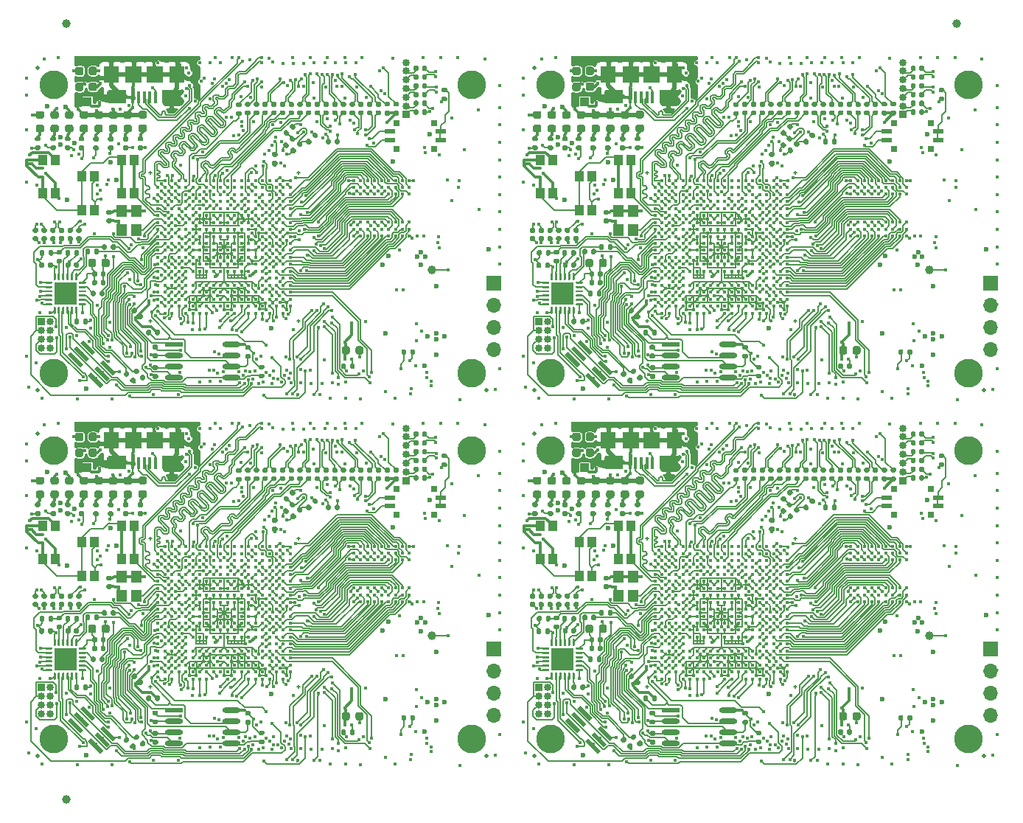
<source format=gtl>
G04 #@! TF.GenerationSoftware,KiCad,Pcbnew,5.1.9+dfsg1-1+deb11u1*
G04 #@! TF.CreationDate,2022-10-19T12:30:34+02:00*
G04 #@! TF.ProjectId,ulx4m-panel,756c7834-6d2d-4706-916e-656c2e6b6963,v0.0.3*
G04 #@! TF.SameCoordinates,Original*
G04 #@! TF.FileFunction,Copper,L1,Top*
G04 #@! TF.FilePolarity,Positive*
%FSLAX46Y46*%
G04 Gerber Fmt 4.6, Leading zero omitted, Abs format (unit mm)*
G04 Created by KiCad (PCBNEW 5.1.9+dfsg1-1+deb11u1) date 2022-10-19 12:30:34*
%MOMM*%
%LPD*%
G01*
G04 APERTURE LIST*
G04 #@! TA.AperFunction,SMDPad,CuDef*
%ADD10C,1.000000*%
G04 #@! TD*
G04 #@! TA.AperFunction,SMDPad,CuDef*
%ADD11R,2.600000X2.600000*%
G04 #@! TD*
G04 #@! TA.AperFunction,SMDPad,CuDef*
%ADD12C,0.400000*%
G04 #@! TD*
G04 #@! TA.AperFunction,SMDPad,CuDef*
%ADD13C,0.500000*%
G04 #@! TD*
G04 #@! TA.AperFunction,SMDPad,CuDef*
%ADD14R,1.800000X1.900000*%
G04 #@! TD*
G04 #@! TA.AperFunction,SMDPad,CuDef*
%ADD15R,0.400000X1.350000*%
G04 #@! TD*
G04 #@! TA.AperFunction,SMDPad,CuDef*
%ADD16R,1.900000X1.900000*%
G04 #@! TD*
G04 #@! TA.AperFunction,SMDPad,CuDef*
%ADD17R,2.100000X1.600000*%
G04 #@! TD*
G04 #@! TA.AperFunction,SMDPad,CuDef*
%ADD18R,1.050000X1.150000*%
G04 #@! TD*
G04 #@! TA.AperFunction,SMDPad,CuDef*
%ADD19R,1.200000X1.400000*%
G04 #@! TD*
G04 #@! TA.AperFunction,SMDPad,CuDef*
%ADD20O,2.100000X0.600000*%
G04 #@! TD*
G04 #@! TA.AperFunction,SMDPad,CuDef*
%ADD21R,2.100000X0.600000*%
G04 #@! TD*
G04 #@! TA.AperFunction,ComponentPad*
%ADD22C,3.300000*%
G04 #@! TD*
G04 #@! TA.AperFunction,SMDPad,CuDef*
%ADD23R,1.000000X1.000000*%
G04 #@! TD*
G04 #@! TA.AperFunction,SMDPad,CuDef*
%ADD24O,0.508000X0.127000*%
G04 #@! TD*
G04 #@! TA.AperFunction,SMDPad,CuDef*
%ADD25O,0.127000X0.508000*%
G04 #@! TD*
G04 #@! TA.AperFunction,ComponentPad*
%ADD26R,1.700000X1.700000*%
G04 #@! TD*
G04 #@! TA.AperFunction,ComponentPad*
%ADD27O,1.700000X1.700000*%
G04 #@! TD*
G04 #@! TA.AperFunction,SMDPad,CuDef*
%ADD28C,0.350000*%
G04 #@! TD*
G04 #@! TA.AperFunction,SMDPad,CuDef*
%ADD29R,1.200000X0.500000*%
G04 #@! TD*
G04 #@! TA.AperFunction,SMDPad,CuDef*
%ADD30R,0.700000X0.700000*%
G04 #@! TD*
G04 #@! TA.AperFunction,ComponentPad*
%ADD31O,0.850000X0.850000*%
G04 #@! TD*
G04 #@! TA.AperFunction,ComponentPad*
%ADD32R,0.850000X0.850000*%
G04 #@! TD*
G04 #@! TA.AperFunction,ViaPad*
%ADD33C,0.419000*%
G04 #@! TD*
G04 #@! TA.AperFunction,ViaPad*
%ADD34C,0.600000*%
G04 #@! TD*
G04 #@! TA.AperFunction,ViaPad*
%ADD35C,0.420000*%
G04 #@! TD*
G04 #@! TA.AperFunction,Conductor*
%ADD36C,0.127000*%
G04 #@! TD*
G04 #@! TA.AperFunction,Conductor*
%ADD37C,0.300000*%
G04 #@! TD*
G04 #@! TA.AperFunction,Conductor*
%ADD38C,0.200000*%
G04 #@! TD*
G04 #@! TA.AperFunction,Conductor*
%ADD39C,0.190000*%
G04 #@! TD*
G04 #@! TA.AperFunction,Conductor*
%ADD40C,0.500000*%
G04 #@! TD*
G04 #@! TA.AperFunction,Conductor*
%ADD41C,0.254000*%
G04 #@! TD*
G04 #@! TA.AperFunction,Conductor*
%ADD42C,0.350000*%
G04 #@! TD*
G04 APERTURE END LIST*
D10*
G04 #@! TO.P,REF\u002A\u002A,*
G04 #@! TO.N,*
X5000000Y-90500014D03*
G04 #@! TD*
G04 #@! TO.P,REF\u002A\u002A,*
G04 #@! TO.N,*
X107220002Y-1500000D03*
G04 #@! TD*
G04 #@! TO.P,REF\u002A\u002A,*
G04 #@! TO.N,*
X5000000Y-1500000D03*
G04 #@! TD*
D11*
G04 #@! TO.P,U4,25*
G04 #@! TO.N,Board_3-GND*
X61990002Y-74455016D03*
G04 #@! TO.P,U4,24*
G04 #@! TO.N,Board_3-/ethernet/RBIAS*
G04 #@! TA.AperFunction,SMDPad,CuDef*
G36*
G01*
X63365002Y-76042516D02*
X63365002Y-76742516D01*
G75*
G02*
X63302502Y-76805016I-62500J0D01*
G01*
X63177502Y-76805016D01*
G75*
G02*
X63115002Y-76742516I0J62500D01*
G01*
X63115002Y-76042516D01*
G75*
G02*
X63177502Y-75980016I62500J0D01*
G01*
X63302502Y-75980016D01*
G75*
G02*
X63365002Y-76042516I0J-62500D01*
G01*
G37*
G04 #@! TD.AperFunction*
G04 #@! TO.P,U4,23*
G04 #@! TO.N,Board_3-ETH_1P*
G04 #@! TA.AperFunction,SMDPad,CuDef*
G36*
G01*
X62865002Y-76042516D02*
X62865002Y-76742516D01*
G75*
G02*
X62802502Y-76805016I-62500J0D01*
G01*
X62677502Y-76805016D01*
G75*
G02*
X62615002Y-76742516I0J62500D01*
G01*
X62615002Y-76042516D01*
G75*
G02*
X62677502Y-75980016I62500J0D01*
G01*
X62802502Y-75980016D01*
G75*
G02*
X62865002Y-76042516I0J-62500D01*
G01*
G37*
G04 #@! TD.AperFunction*
G04 #@! TO.P,U4,22*
G04 #@! TO.N,Board_3-ETH_1N*
G04 #@! TA.AperFunction,SMDPad,CuDef*
G36*
G01*
X62365002Y-76042516D02*
X62365002Y-76742516D01*
G75*
G02*
X62302502Y-76805016I-62500J0D01*
G01*
X62177502Y-76805016D01*
G75*
G02*
X62115002Y-76742516I0J62500D01*
G01*
X62115002Y-76042516D01*
G75*
G02*
X62177502Y-75980016I62500J0D01*
G01*
X62302502Y-75980016D01*
G75*
G02*
X62365002Y-76042516I0J-62500D01*
G01*
G37*
G04 #@! TD.AperFunction*
G04 #@! TO.P,U4,21*
G04 #@! TO.N,Board_3-ETH_0P*
G04 #@! TA.AperFunction,SMDPad,CuDef*
G36*
G01*
X61865002Y-76042516D02*
X61865002Y-76742516D01*
G75*
G02*
X61802502Y-76805016I-62500J0D01*
G01*
X61677502Y-76805016D01*
G75*
G02*
X61615002Y-76742516I0J62500D01*
G01*
X61615002Y-76042516D01*
G75*
G02*
X61677502Y-75980016I62500J0D01*
G01*
X61802502Y-75980016D01*
G75*
G02*
X61865002Y-76042516I0J-62500D01*
G01*
G37*
G04 #@! TD.AperFunction*
G04 #@! TO.P,U4,20*
G04 #@! TO.N,Board_3-ETH_0N*
G04 #@! TA.AperFunction,SMDPad,CuDef*
G36*
G01*
X61365002Y-76042516D02*
X61365002Y-76742516D01*
G75*
G02*
X61302502Y-76805016I-62500J0D01*
G01*
X61177502Y-76805016D01*
G75*
G02*
X61115002Y-76742516I0J62500D01*
G01*
X61115002Y-76042516D01*
G75*
G02*
X61177502Y-75980016I62500J0D01*
G01*
X61302502Y-75980016D01*
G75*
G02*
X61365002Y-76042516I0J-62500D01*
G01*
G37*
G04 #@! TD.AperFunction*
G04 #@! TO.P,U4,19*
G04 #@! TO.N,Board_3-+3.3VA*
G04 #@! TA.AperFunction,SMDPad,CuDef*
G36*
G01*
X60865002Y-76042516D02*
X60865002Y-76742516D01*
G75*
G02*
X60802502Y-76805016I-62500J0D01*
G01*
X60677502Y-76805016D01*
G75*
G02*
X60615002Y-76742516I0J62500D01*
G01*
X60615002Y-76042516D01*
G75*
G02*
X60677502Y-75980016I62500J0D01*
G01*
X60802502Y-75980016D01*
G75*
G02*
X60865002Y-76042516I0J-62500D01*
G01*
G37*
G04 #@! TD.AperFunction*
G04 #@! TO.P,U4,18*
G04 #@! TO.N,Board_3-RGMII_TXD1*
G04 #@! TA.AperFunction,SMDPad,CuDef*
G36*
G01*
X60465002Y-75642516D02*
X60465002Y-75767516D01*
G75*
G02*
X60402502Y-75830016I-62500J0D01*
G01*
X59702502Y-75830016D01*
G75*
G02*
X59640002Y-75767516I0J62500D01*
G01*
X59640002Y-75642516D01*
G75*
G02*
X59702502Y-75580016I62500J0D01*
G01*
X60402502Y-75580016D01*
G75*
G02*
X60465002Y-75642516I0J-62500D01*
G01*
G37*
G04 #@! TD.AperFunction*
G04 #@! TO.P,U4,17*
G04 #@! TO.N,Board_3-RGMII_TXD0*
G04 #@! TA.AperFunction,SMDPad,CuDef*
G36*
G01*
X60465002Y-75142516D02*
X60465002Y-75267516D01*
G75*
G02*
X60402502Y-75330016I-62500J0D01*
G01*
X59702502Y-75330016D01*
G75*
G02*
X59640002Y-75267516I0J62500D01*
G01*
X59640002Y-75142516D01*
G75*
G02*
X59702502Y-75080016I62500J0D01*
G01*
X60402502Y-75080016D01*
G75*
G02*
X60465002Y-75142516I0J-62500D01*
G01*
G37*
G04 #@! TD.AperFunction*
G04 #@! TO.P,U4,16*
G04 #@! TO.N,Board_3-RGMII_TX_EN*
G04 #@! TA.AperFunction,SMDPad,CuDef*
G36*
G01*
X60465002Y-74642516D02*
X60465002Y-74767516D01*
G75*
G02*
X60402502Y-74830016I-62500J0D01*
G01*
X59702502Y-74830016D01*
G75*
G02*
X59640002Y-74767516I0J62500D01*
G01*
X59640002Y-74642516D01*
G75*
G02*
X59702502Y-74580016I62500J0D01*
G01*
X60402502Y-74580016D01*
G75*
G02*
X60465002Y-74642516I0J-62500D01*
G01*
G37*
G04 #@! TD.AperFunction*
G04 #@! TO.P,U4,15*
G04 #@! TO.N,Board_3-ETH_~RESET*
G04 #@! TA.AperFunction,SMDPad,CuDef*
G36*
G01*
X60465002Y-74142516D02*
X60465002Y-74267516D01*
G75*
G02*
X60402502Y-74330016I-62500J0D01*
G01*
X59702502Y-74330016D01*
G75*
G02*
X59640002Y-74267516I0J62500D01*
G01*
X59640002Y-74142516D01*
G75*
G02*
X59702502Y-74080016I62500J0D01*
G01*
X60402502Y-74080016D01*
G75*
G02*
X60465002Y-74142516I0J-62500D01*
G01*
G37*
G04 #@! TD.AperFunction*
G04 #@! TO.P,U4,14*
G04 #@! TO.N,Board_3-RGMII_REF_CLK*
G04 #@! TA.AperFunction,SMDPad,CuDef*
G36*
G01*
X60465002Y-73642516D02*
X60465002Y-73767516D01*
G75*
G02*
X60402502Y-73830016I-62500J0D01*
G01*
X59702502Y-73830016D01*
G75*
G02*
X59640002Y-73767516I0J62500D01*
G01*
X59640002Y-73642516D01*
G75*
G02*
X59702502Y-73580016I62500J0D01*
G01*
X60402502Y-73580016D01*
G75*
G02*
X60465002Y-73642516I0J-62500D01*
G01*
G37*
G04 #@! TD.AperFunction*
G04 #@! TO.P,U4,13*
G04 #@! TO.N,Board_3-ETH_MDC*
G04 #@! TA.AperFunction,SMDPad,CuDef*
G36*
G01*
X60465002Y-73142516D02*
X60465002Y-73267516D01*
G75*
G02*
X60402502Y-73330016I-62500J0D01*
G01*
X59702502Y-73330016D01*
G75*
G02*
X59640002Y-73267516I0J62500D01*
G01*
X59640002Y-73142516D01*
G75*
G02*
X59702502Y-73080016I62500J0D01*
G01*
X60402502Y-73080016D01*
G75*
G02*
X60465002Y-73142516I0J-62500D01*
G01*
G37*
G04 #@! TD.AperFunction*
G04 #@! TO.P,U4,12*
G04 #@! TO.N,Board_3-ETH_MDIO*
G04 #@! TA.AperFunction,SMDPad,CuDef*
G36*
G01*
X60865002Y-72167516D02*
X60865002Y-72867516D01*
G75*
G02*
X60802502Y-72930016I-62500J0D01*
G01*
X60677502Y-72930016D01*
G75*
G02*
X60615002Y-72867516I0J62500D01*
G01*
X60615002Y-72167516D01*
G75*
G02*
X60677502Y-72105016I62500J0D01*
G01*
X60802502Y-72105016D01*
G75*
G02*
X60865002Y-72167516I0J-62500D01*
G01*
G37*
G04 #@! TD.AperFunction*
G04 #@! TO.P,U4,11*
G04 #@! TO.N,Board_3-Net-(R58-Pad2)*
G04 #@! TA.AperFunction,SMDPad,CuDef*
G36*
G01*
X61365002Y-72167516D02*
X61365002Y-72867516D01*
G75*
G02*
X61302502Y-72930016I-62500J0D01*
G01*
X61177502Y-72930016D01*
G75*
G02*
X61115002Y-72867516I0J62500D01*
G01*
X61115002Y-72167516D01*
G75*
G02*
X61177502Y-72105016I62500J0D01*
G01*
X61302502Y-72105016D01*
G75*
G02*
X61365002Y-72167516I0J-62500D01*
G01*
G37*
G04 #@! TD.AperFunction*
G04 #@! TO.P,U4,10*
G04 #@! TO.N,Board_3-Net-(R54-Pad1)*
G04 #@! TA.AperFunction,SMDPad,CuDef*
G36*
G01*
X61865002Y-72167516D02*
X61865002Y-72867516D01*
G75*
G02*
X61802502Y-72930016I-62500J0D01*
G01*
X61677502Y-72930016D01*
G75*
G02*
X61615002Y-72867516I0J62500D01*
G01*
X61615002Y-72167516D01*
G75*
G02*
X61677502Y-72105016I62500J0D01*
G01*
X61802502Y-72105016D01*
G75*
G02*
X61865002Y-72167516I0J-62500D01*
G01*
G37*
G04 #@! TD.AperFunction*
G04 #@! TO.P,U4,9*
G04 #@! TO.N,Board_3-CM4_3.3V*
G04 #@! TA.AperFunction,SMDPad,CuDef*
G36*
G01*
X62365002Y-72167516D02*
X62365002Y-72867516D01*
G75*
G02*
X62302502Y-72930016I-62500J0D01*
G01*
X62177502Y-72930016D01*
G75*
G02*
X62115002Y-72867516I0J62500D01*
G01*
X62115002Y-72167516D01*
G75*
G02*
X62177502Y-72105016I62500J0D01*
G01*
X62302502Y-72105016D01*
G75*
G02*
X62365002Y-72167516I0J-62500D01*
G01*
G37*
G04 #@! TD.AperFunction*
G04 #@! TO.P,U4,8*
G04 #@! TO.N,Board_3-Net-(R60-Pad1)*
G04 #@! TA.AperFunction,SMDPad,CuDef*
G36*
G01*
X62865002Y-72167516D02*
X62865002Y-72867516D01*
G75*
G02*
X62802502Y-72930016I-62500J0D01*
G01*
X62677502Y-72930016D01*
G75*
G02*
X62615002Y-72867516I0J62500D01*
G01*
X62615002Y-72167516D01*
G75*
G02*
X62677502Y-72105016I62500J0D01*
G01*
X62802502Y-72105016D01*
G75*
G02*
X62865002Y-72167516I0J-62500D01*
G01*
G37*
G04 #@! TD.AperFunction*
G04 #@! TO.P,U4,7*
G04 #@! TO.N,Board_3-Net-(R56-Pad1)*
G04 #@! TA.AperFunction,SMDPad,CuDef*
G36*
G01*
X63365002Y-72167516D02*
X63365002Y-72867516D01*
G75*
G02*
X63302502Y-72930016I-62500J0D01*
G01*
X63177502Y-72930016D01*
G75*
G02*
X63115002Y-72867516I0J62500D01*
G01*
X63115002Y-72167516D01*
G75*
G02*
X63177502Y-72105016I62500J0D01*
G01*
X63302502Y-72105016D01*
G75*
G02*
X63365002Y-72167516I0J-62500D01*
G01*
G37*
G04 #@! TD.AperFunction*
G04 #@! TO.P,U4,6*
G04 #@! TO.N,Board_3-/ethernet/VDDCR*
G04 #@! TA.AperFunction,SMDPad,CuDef*
G36*
G01*
X64340002Y-73142516D02*
X64340002Y-73267516D01*
G75*
G02*
X64277502Y-73330016I-62500J0D01*
G01*
X63577502Y-73330016D01*
G75*
G02*
X63515002Y-73267516I0J62500D01*
G01*
X63515002Y-73142516D01*
G75*
G02*
X63577502Y-73080016I62500J0D01*
G01*
X64277502Y-73080016D01*
G75*
G02*
X64340002Y-73142516I0J-62500D01*
G01*
G37*
G04 #@! TD.AperFunction*
G04 #@! TO.P,U4,5*
G04 #@! TO.N,Board_3-/ethernet/XTAL*
G04 #@! TA.AperFunction,SMDPad,CuDef*
G36*
G01*
X64340002Y-73642516D02*
X64340002Y-73767516D01*
G75*
G02*
X64277502Y-73830016I-62500J0D01*
G01*
X63577502Y-73830016D01*
G75*
G02*
X63515002Y-73767516I0J62500D01*
G01*
X63515002Y-73642516D01*
G75*
G02*
X63577502Y-73580016I62500J0D01*
G01*
X64277502Y-73580016D01*
G75*
G02*
X64340002Y-73642516I0J-62500D01*
G01*
G37*
G04 #@! TD.AperFunction*
G04 #@! TO.P,U4,4*
G04 #@! TO.N,N/C*
G04 #@! TA.AperFunction,SMDPad,CuDef*
G36*
G01*
X64340002Y-74142516D02*
X64340002Y-74267516D01*
G75*
G02*
X64277502Y-74330016I-62500J0D01*
G01*
X63577502Y-74330016D01*
G75*
G02*
X63515002Y-74267516I0J62500D01*
G01*
X63515002Y-74142516D01*
G75*
G02*
X63577502Y-74080016I62500J0D01*
G01*
X64277502Y-74080016D01*
G75*
G02*
X64340002Y-74142516I0J-62500D01*
G01*
G37*
G04 #@! TD.AperFunction*
G04 #@! TO.P,U4,3*
G04 #@! TO.N,Board_3-/ethernet/ACTLED*
G04 #@! TA.AperFunction,SMDPad,CuDef*
G36*
G01*
X64340002Y-74642516D02*
X64340002Y-74767516D01*
G75*
G02*
X64277502Y-74830016I-62500J0D01*
G01*
X63577502Y-74830016D01*
G75*
G02*
X63515002Y-74767516I0J62500D01*
G01*
X63515002Y-74642516D01*
G75*
G02*
X63577502Y-74580016I62500J0D01*
G01*
X64277502Y-74580016D01*
G75*
G02*
X64340002Y-74642516I0J-62500D01*
G01*
G37*
G04 #@! TD.AperFunction*
G04 #@! TO.P,U4,2*
G04 #@! TO.N,Board_3-/ethernet/LINKLED*
G04 #@! TA.AperFunction,SMDPad,CuDef*
G36*
G01*
X64340002Y-75142516D02*
X64340002Y-75267516D01*
G75*
G02*
X64277502Y-75330016I-62500J0D01*
G01*
X63577502Y-75330016D01*
G75*
G02*
X63515002Y-75267516I0J62500D01*
G01*
X63515002Y-75142516D01*
G75*
G02*
X63577502Y-75080016I62500J0D01*
G01*
X64277502Y-75080016D01*
G75*
G02*
X64340002Y-75142516I0J-62500D01*
G01*
G37*
G04 #@! TD.AperFunction*
G04 #@! TO.P,U4,1*
G04 #@! TO.N,Board_3-+3.3VA*
G04 #@! TA.AperFunction,SMDPad,CuDef*
G36*
G01*
X64340002Y-75642516D02*
X64340002Y-75767516D01*
G75*
G02*
X64277502Y-75830016I-62500J0D01*
G01*
X63577502Y-75830016D01*
G75*
G02*
X63515002Y-75767516I0J62500D01*
G01*
X63515002Y-75642516D01*
G75*
G02*
X63577502Y-75580016I62500J0D01*
G01*
X64277502Y-75580016D01*
G75*
G02*
X64340002Y-75642516I0J-62500D01*
G01*
G37*
G04 #@! TD.AperFunction*
G04 #@! TD*
G04 #@! TO.P,R63,1*
G04 #@! TO.N,Board_3-/ethernet/RBIAS*
G04 #@! TA.AperFunction,SMDPad,CuDef*
G36*
G01*
X63010002Y-77850016D02*
X63010002Y-77480016D01*
G75*
G02*
X63145002Y-77345016I135000J0D01*
G01*
X63415002Y-77345016D01*
G75*
G02*
X63550002Y-77480016I0J-135000D01*
G01*
X63550002Y-77850016D01*
G75*
G02*
X63415002Y-77985016I-135000J0D01*
G01*
X63145002Y-77985016D01*
G75*
G02*
X63010002Y-77850016I0J135000D01*
G01*
G37*
G04 #@! TD.AperFunction*
G04 #@! TO.P,R63,2*
G04 #@! TO.N,Board_3-GND*
G04 #@! TA.AperFunction,SMDPad,CuDef*
G36*
G01*
X64030002Y-77850016D02*
X64030002Y-77480016D01*
G75*
G02*
X64165002Y-77345016I135000J0D01*
G01*
X64435002Y-77345016D01*
G75*
G02*
X64570002Y-77480016I0J-135000D01*
G01*
X64570002Y-77850016D01*
G75*
G02*
X64435002Y-77985016I-135000J0D01*
G01*
X64165002Y-77985016D01*
G75*
G02*
X64030002Y-77850016I0J135000D01*
G01*
G37*
G04 #@! TD.AperFunction*
G04 #@! TD*
G04 #@! TO.P,R60,1*
G04 #@! TO.N,Board_3-Net-(R60-Pad1)*
G04 #@! TA.AperFunction,SMDPad,CuDef*
G36*
G01*
X66190002Y-69310016D02*
X66190002Y-68940016D01*
G75*
G02*
X66325002Y-68805016I135000J0D01*
G01*
X66595002Y-68805016D01*
G75*
G02*
X66730002Y-68940016I0J-135000D01*
G01*
X66730002Y-69310016D01*
G75*
G02*
X66595002Y-69445016I-135000J0D01*
G01*
X66325002Y-69445016D01*
G75*
G02*
X66190002Y-69310016I0J135000D01*
G01*
G37*
G04 #@! TD.AperFunction*
G04 #@! TO.P,R60,2*
G04 #@! TO.N,Board_3-RGMII_RXD0*
G04 #@! TA.AperFunction,SMDPad,CuDef*
G36*
G01*
X67210002Y-69310016D02*
X67210002Y-68940016D01*
G75*
G02*
X67345002Y-68805016I135000J0D01*
G01*
X67615002Y-68805016D01*
G75*
G02*
X67750002Y-68940016I0J-135000D01*
G01*
X67750002Y-69310016D01*
G75*
G02*
X67615002Y-69445016I-135000J0D01*
G01*
X67345002Y-69445016D01*
G75*
G02*
X67210002Y-69310016I0J135000D01*
G01*
G37*
G04 #@! TD.AperFunction*
G04 #@! TD*
G04 #@! TO.P,R59,2*
G04 #@! TO.N,Board_3-RGMII_TX_CLK*
G04 #@! TA.AperFunction,SMDPad,CuDef*
G36*
G01*
X65930002Y-74640016D02*
X65930002Y-74270016D01*
G75*
G02*
X66065002Y-74135016I135000J0D01*
G01*
X66335002Y-74135016D01*
G75*
G02*
X66470002Y-74270016I0J-135000D01*
G01*
X66470002Y-74640016D01*
G75*
G02*
X66335002Y-74775016I-135000J0D01*
G01*
X66065002Y-74775016D01*
G75*
G02*
X65930002Y-74640016I0J135000D01*
G01*
G37*
G04 #@! TD.AperFunction*
G04 #@! TO.P,R59,1*
G04 #@! TO.N,Board_3-/ethernet/XTAL*
G04 #@! TA.AperFunction,SMDPad,CuDef*
G36*
G01*
X64910002Y-74640016D02*
X64910002Y-74270016D01*
G75*
G02*
X65045002Y-74135016I135000J0D01*
G01*
X65315002Y-74135016D01*
G75*
G02*
X65450002Y-74270016I0J-135000D01*
G01*
X65450002Y-74640016D01*
G75*
G02*
X65315002Y-74775016I-135000J0D01*
G01*
X65045002Y-74775016D01*
G75*
G02*
X64910002Y-74640016I0J135000D01*
G01*
G37*
G04 #@! TD.AperFunction*
G04 #@! TD*
G04 #@! TO.P,R58,1*
G04 #@! TO.N,Board_3-RGMII_RX_DV*
G04 #@! TA.AperFunction,SMDPad,CuDef*
G36*
G01*
X61095002Y-69455016D02*
X61465002Y-69455016D01*
G75*
G02*
X61600002Y-69590016I0J-135000D01*
G01*
X61600002Y-69860016D01*
G75*
G02*
X61465002Y-69995016I-135000J0D01*
G01*
X61095002Y-69995016D01*
G75*
G02*
X60960002Y-69860016I0J135000D01*
G01*
X60960002Y-69590016D01*
G75*
G02*
X61095002Y-69455016I135000J0D01*
G01*
G37*
G04 #@! TD.AperFunction*
G04 #@! TO.P,R58,2*
G04 #@! TO.N,Board_3-Net-(R58-Pad2)*
G04 #@! TA.AperFunction,SMDPad,CuDef*
G36*
G01*
X61095002Y-70475016D02*
X61465002Y-70475016D01*
G75*
G02*
X61600002Y-70610016I0J-135000D01*
G01*
X61600002Y-70880016D01*
G75*
G02*
X61465002Y-71015016I-135000J0D01*
G01*
X61095002Y-71015016D01*
G75*
G02*
X60960002Y-70880016I0J135000D01*
G01*
X60960002Y-70610016D01*
G75*
G02*
X61095002Y-70475016I135000J0D01*
G01*
G37*
G04 #@! TD.AperFunction*
G04 #@! TD*
G04 #@! TO.P,R57,2*
G04 #@! TO.N,Board_3-ETH_MDIO*
G04 #@! TA.AperFunction,SMDPad,CuDef*
G36*
G01*
X60000002Y-71400016D02*
X60000002Y-71030016D01*
G75*
G02*
X60135002Y-70895016I135000J0D01*
G01*
X60405002Y-70895016D01*
G75*
G02*
X60540002Y-71030016I0J-135000D01*
G01*
X60540002Y-71400016D01*
G75*
G02*
X60405002Y-71535016I-135000J0D01*
G01*
X60135002Y-71535016D01*
G75*
G02*
X60000002Y-71400016I0J135000D01*
G01*
G37*
G04 #@! TD.AperFunction*
G04 #@! TO.P,R57,1*
G04 #@! TO.N,Board_3-CM4_3.3V*
G04 #@! TA.AperFunction,SMDPad,CuDef*
G36*
G01*
X58980002Y-71400016D02*
X58980002Y-71030016D01*
G75*
G02*
X59115002Y-70895016I135000J0D01*
G01*
X59385002Y-70895016D01*
G75*
G02*
X59520002Y-71030016I0J-135000D01*
G01*
X59520002Y-71400016D01*
G75*
G02*
X59385002Y-71535016I-135000J0D01*
G01*
X59115002Y-71535016D01*
G75*
G02*
X58980002Y-71400016I0J135000D01*
G01*
G37*
G04 #@! TD.AperFunction*
G04 #@! TD*
G04 #@! TO.P,R56,2*
G04 #@! TO.N,Board_3-RGMII_RXD1*
G04 #@! TA.AperFunction,SMDPad,CuDef*
G36*
G01*
X65290002Y-69830016D02*
X65290002Y-69460016D01*
G75*
G02*
X65425002Y-69325016I135000J0D01*
G01*
X65695002Y-69325016D01*
G75*
G02*
X65830002Y-69460016I0J-135000D01*
G01*
X65830002Y-69830016D01*
G75*
G02*
X65695002Y-69965016I-135000J0D01*
G01*
X65425002Y-69965016D01*
G75*
G02*
X65290002Y-69830016I0J135000D01*
G01*
G37*
G04 #@! TD.AperFunction*
G04 #@! TO.P,R56,1*
G04 #@! TO.N,Board_3-Net-(R56-Pad1)*
G04 #@! TA.AperFunction,SMDPad,CuDef*
G36*
G01*
X64270002Y-69830016D02*
X64270002Y-69460016D01*
G75*
G02*
X64405002Y-69325016I135000J0D01*
G01*
X64675002Y-69325016D01*
G75*
G02*
X64810002Y-69460016I0J-135000D01*
G01*
X64810002Y-69830016D01*
G75*
G02*
X64675002Y-69965016I-135000J0D01*
G01*
X64405002Y-69965016D01*
G75*
G02*
X64270002Y-69830016I0J135000D01*
G01*
G37*
G04 #@! TD.AperFunction*
G04 #@! TD*
G04 #@! TO.P,R55,1*
G04 #@! TO.N,Board_3-CM4_3.3V*
G04 #@! TA.AperFunction,SMDPad,CuDef*
G36*
G01*
X59040002Y-69970016D02*
X59040002Y-69600016D01*
G75*
G02*
X59175002Y-69465016I135000J0D01*
G01*
X59445002Y-69465016D01*
G75*
G02*
X59580002Y-69600016I0J-135000D01*
G01*
X59580002Y-69970016D01*
G75*
G02*
X59445002Y-70105016I-135000J0D01*
G01*
X59175002Y-70105016D01*
G75*
G02*
X59040002Y-69970016I0J135000D01*
G01*
G37*
G04 #@! TD.AperFunction*
G04 #@! TO.P,R55,2*
G04 #@! TO.N,Board_3-RGMII_RX_DV*
G04 #@! TA.AperFunction,SMDPad,CuDef*
G36*
G01*
X60060002Y-69970016D02*
X60060002Y-69600016D01*
G75*
G02*
X60195002Y-69465016I135000J0D01*
G01*
X60465002Y-69465016D01*
G75*
G02*
X60600002Y-69600016I0J-135000D01*
G01*
X60600002Y-69970016D01*
G75*
G02*
X60465002Y-70105016I-135000J0D01*
G01*
X60195002Y-70105016D01*
G75*
G02*
X60060002Y-69970016I0J135000D01*
G01*
G37*
G04 #@! TD.AperFunction*
G04 #@! TD*
G04 #@! TO.P,R54,2*
G04 #@! TO.N,Board_3-CM4_3.3V*
G04 #@! TA.AperFunction,SMDPad,CuDef*
G36*
G01*
X62990002Y-69990016D02*
X62990002Y-69620016D01*
G75*
G02*
X63125002Y-69485016I135000J0D01*
G01*
X63395002Y-69485016D01*
G75*
G02*
X63530002Y-69620016I0J-135000D01*
G01*
X63530002Y-69990016D01*
G75*
G02*
X63395002Y-70125016I-135000J0D01*
G01*
X63125002Y-70125016D01*
G75*
G02*
X62990002Y-69990016I0J135000D01*
G01*
G37*
G04 #@! TD.AperFunction*
G04 #@! TO.P,R54,1*
G04 #@! TO.N,Board_3-Net-(R54-Pad1)*
G04 #@! TA.AperFunction,SMDPad,CuDef*
G36*
G01*
X61970002Y-69990016D02*
X61970002Y-69620016D01*
G75*
G02*
X62105002Y-69485016I135000J0D01*
G01*
X62375002Y-69485016D01*
G75*
G02*
X62510002Y-69620016I0J-135000D01*
G01*
X62510002Y-69990016D01*
G75*
G02*
X62375002Y-70125016I-135000J0D01*
G01*
X62105002Y-70125016D01*
G75*
G02*
X61970002Y-69990016I0J135000D01*
G01*
G37*
G04 #@! TD.AperFunction*
G04 #@! TD*
G04 #@! TO.P,C89,2*
G04 #@! TO.N,Board_3-GND*
G04 #@! TA.AperFunction,SMDPad,CuDef*
G36*
G01*
X66030002Y-73375016D02*
X66030002Y-73035016D01*
G75*
G02*
X66170002Y-72895016I140000J0D01*
G01*
X66450002Y-72895016D01*
G75*
G02*
X66590002Y-73035016I0J-140000D01*
G01*
X66590002Y-73375016D01*
G75*
G02*
X66450002Y-73515016I-140000J0D01*
G01*
X66170002Y-73515016D01*
G75*
G02*
X66030002Y-73375016I0J140000D01*
G01*
G37*
G04 #@! TD.AperFunction*
G04 #@! TO.P,C89,1*
G04 #@! TO.N,Board_3-/ethernet/VDDCR*
G04 #@! TA.AperFunction,SMDPad,CuDef*
G36*
G01*
X65070002Y-73375016D02*
X65070002Y-73035016D01*
G75*
G02*
X65210002Y-72895016I140000J0D01*
G01*
X65490002Y-72895016D01*
G75*
G02*
X65630002Y-73035016I0J-140000D01*
G01*
X65630002Y-73375016D01*
G75*
G02*
X65490002Y-73515016I-140000J0D01*
G01*
X65210002Y-73515016D01*
G75*
G02*
X65070002Y-73375016I0J140000D01*
G01*
G37*
G04 #@! TD.AperFunction*
G04 #@! TD*
G04 #@! TO.P,C87,2*
G04 #@! TO.N,Board_3-GND*
G04 #@! TA.AperFunction,SMDPad,CuDef*
G36*
G01*
X66040002Y-72385016D02*
X66040002Y-72045016D01*
G75*
G02*
X66180002Y-71905016I140000J0D01*
G01*
X66460002Y-71905016D01*
G75*
G02*
X66600002Y-72045016I0J-140000D01*
G01*
X66600002Y-72385016D01*
G75*
G02*
X66460002Y-72525016I-140000J0D01*
G01*
X66180002Y-72525016D01*
G75*
G02*
X66040002Y-72385016I0J140000D01*
G01*
G37*
G04 #@! TD.AperFunction*
G04 #@! TO.P,C87,1*
G04 #@! TO.N,Board_3-/ethernet/VDDCR*
G04 #@! TA.AperFunction,SMDPad,CuDef*
G36*
G01*
X65080002Y-72385016D02*
X65080002Y-72045016D01*
G75*
G02*
X65220002Y-71905016I140000J0D01*
G01*
X65500002Y-71905016D01*
G75*
G02*
X65640002Y-72045016I0J-140000D01*
G01*
X65640002Y-72385016D01*
G75*
G02*
X65500002Y-72525016I-140000J0D01*
G01*
X65220002Y-72525016D01*
G75*
G02*
X65080002Y-72385016I0J140000D01*
G01*
G37*
G04 #@! TD.AperFunction*
G04 #@! TD*
G04 #@! TO.P,C85,2*
G04 #@! TO.N,Board_3-GND*
G04 #@! TA.AperFunction,SMDPad,CuDef*
G36*
G01*
X66155002Y-71205016D02*
X66155002Y-70705016D01*
G75*
G02*
X66380002Y-70480016I225000J0D01*
G01*
X66830002Y-70480016D01*
G75*
G02*
X67055002Y-70705016I0J-225000D01*
G01*
X67055002Y-71205016D01*
G75*
G02*
X66830002Y-71430016I-225000J0D01*
G01*
X66380002Y-71430016D01*
G75*
G02*
X66155002Y-71205016I0J225000D01*
G01*
G37*
G04 #@! TD.AperFunction*
G04 #@! TO.P,C85,1*
G04 #@! TO.N,Board_3-/ethernet/VDDCR*
G04 #@! TA.AperFunction,SMDPad,CuDef*
G36*
G01*
X64605002Y-71205016D02*
X64605002Y-70705016D01*
G75*
G02*
X64830002Y-70480016I225000J0D01*
G01*
X65280002Y-70480016D01*
G75*
G02*
X65505002Y-70705016I0J-225000D01*
G01*
X65505002Y-71205016D01*
G75*
G02*
X65280002Y-71430016I-225000J0D01*
G01*
X64830002Y-71430016D01*
G75*
G02*
X64605002Y-71205016I0J225000D01*
G01*
G37*
G04 #@! TD.AperFunction*
G04 #@! TD*
G04 #@! TO.P,C84,1*
G04 #@! TO.N,Board_3-CM4_3.3V*
G04 #@! TA.AperFunction,SMDPad,CuDef*
G36*
G01*
X62010002Y-71355016D02*
X62010002Y-71015016D01*
G75*
G02*
X62150002Y-70875016I140000J0D01*
G01*
X62430002Y-70875016D01*
G75*
G02*
X62570002Y-71015016I0J-140000D01*
G01*
X62570002Y-71355016D01*
G75*
G02*
X62430002Y-71495016I-140000J0D01*
G01*
X62150002Y-71495016D01*
G75*
G02*
X62010002Y-71355016I0J140000D01*
G01*
G37*
G04 #@! TD.AperFunction*
G04 #@! TO.P,C84,2*
G04 #@! TO.N,Board_3-GND*
G04 #@! TA.AperFunction,SMDPad,CuDef*
G36*
G01*
X62970002Y-71355016D02*
X62970002Y-71015016D01*
G75*
G02*
X63110002Y-70875016I140000J0D01*
G01*
X63390002Y-70875016D01*
G75*
G02*
X63530002Y-71015016I0J-140000D01*
G01*
X63530002Y-71355016D01*
G75*
G02*
X63390002Y-71495016I-140000J0D01*
G01*
X63110002Y-71495016D01*
G75*
G02*
X62970002Y-71355016I0J140000D01*
G01*
G37*
G04 #@! TD.AperFunction*
G04 #@! TD*
D12*
G04 #@! TO.P,U2,J9*
G04 #@! TO.N,Board_3-CM4_3.3V*
X101500002Y-61465016D03*
G04 #@! TO.P,U2,J8*
G04 #@! TO.N,Board_3-SDRAM_A2*
X101500002Y-62265016D03*
G04 #@! TO.P,U2,J7*
G04 #@! TO.N,Board_3-SDRAM_A3*
X101500002Y-63065016D03*
G04 #@! TO.P,U2,J3*
G04 #@! TO.N,Board_3-SDRAM_A4*
X101500002Y-66265016D03*
G04 #@! TO.P,U2,J2*
G04 #@! TO.N,Board_3-SDRAM_A5*
X101500002Y-67065016D03*
G04 #@! TO.P,U2,J1*
G04 #@! TO.N,Board_3-GND*
X101500002Y-67865016D03*
G04 #@! TO.P,U2,H9*
G04 #@! TO.N,Board_3-SDRAM_A10*
X100700002Y-61465016D03*
G04 #@! TO.P,U2,H8*
G04 #@! TO.N,Board_3-SDRAM_A1*
X100700002Y-62265016D03*
G04 #@! TO.P,U2,H7*
G04 #@! TO.N,Board_3-SDRAM_A0*
X100700002Y-63065016D03*
G04 #@! TO.P,U2,H3*
G04 #@! TO.N,Board_3-SDRAM_A6*
X100700002Y-66265016D03*
G04 #@! TO.P,U2,H2*
G04 #@! TO.N,Board_3-SDRAM_A7*
X100700002Y-67065016D03*
G04 #@! TO.P,U2,H1*
G04 #@! TO.N,Board_3-SDRAM_A8*
X100700002Y-67865016D03*
G04 #@! TO.P,U2,G9*
G04 #@! TO.N,Board_3-SDRAM_nCS*
X99900002Y-61465016D03*
G04 #@! TO.P,U2,G8*
G04 #@! TO.N,Board_3-SDRAM_BA1*
X99900002Y-62265016D03*
G04 #@! TO.P,U2,G7*
G04 #@! TO.N,Board_3-SDRAM_BA0*
X99900002Y-63065016D03*
G04 #@! TO.P,U2,G3*
G04 #@! TO.N,Board_3-SDRAM_A9*
X99900002Y-66265016D03*
G04 #@! TO.P,U2,G2*
G04 #@! TO.N,Board_3-SDRAM_A11*
X99900002Y-67065016D03*
G04 #@! TO.P,U2,G1*
G04 #@! TO.N,Board_3-SDRAM_A12*
X99900002Y-67865016D03*
G04 #@! TO.P,U2,F9*
G04 #@! TO.N,Board_3-SDRAM_nWE*
X99100002Y-61465016D03*
G04 #@! TO.P,U2,F8*
G04 #@! TO.N,Board_3-SDRAM_nRAS*
X99100002Y-62265016D03*
G04 #@! TO.P,U2,F7*
G04 #@! TO.N,Board_3-SDRAM_nCAS*
X99100002Y-63065016D03*
G04 #@! TO.P,U2,F3*
G04 #@! TO.N,Board_3-SDRAM_CKE*
X99100002Y-66265016D03*
G04 #@! TO.P,U2,F2*
G04 #@! TO.N,Board_3-SDRAM_CLK*
X99100002Y-67065016D03*
G04 #@! TO.P,U2,F1*
G04 #@! TO.N,Board_3-SDRAM_DQM1*
X99100002Y-67865016D03*
G04 #@! TO.P,U2,A8*
G04 #@! TO.N,Board_3-SDRAM_D0*
X95100002Y-62265016D03*
G04 #@! TO.P,U2,B8*
G04 #@! TO.N,Board_3-SDRAM_D2*
X95900002Y-62265016D03*
G04 #@! TO.P,U2,C8*
G04 #@! TO.N,Board_3-SDRAM_D4*
X96700002Y-62265016D03*
G04 #@! TO.P,U2,D8*
G04 #@! TO.N,Board_3-SDRAM_D6*
X97500002Y-62265016D03*
G04 #@! TO.P,U2,D7*
G04 #@! TO.N,Board_3-GND*
X97500002Y-63065016D03*
G04 #@! TO.P,U2,C7*
G04 #@! TO.N,Board_3-CM4_3.3V*
X96700002Y-63065016D03*
G04 #@! TO.P,U2,C3*
G04 #@! TO.N,Board_3-GND*
X96700002Y-66265016D03*
G04 #@! TO.P,U2,D3*
G04 #@! TO.N,Board_3-CM4_3.3V*
X97500002Y-66265016D03*
G04 #@! TO.P,U2,D2*
G04 #@! TO.N,Board_3-SDRAM_D9*
X97500002Y-67065016D03*
G04 #@! TO.P,U2,C2*
G04 #@! TO.N,Board_3-SDRAM_D11*
X96700002Y-67065016D03*
G04 #@! TO.P,U2,B2*
G04 #@! TO.N,Board_3-SDRAM_D13*
X95900002Y-67065016D03*
G04 #@! TO.P,U2,A2*
G04 #@! TO.N,Board_3-SDRAM_D14*
X95100002Y-67065016D03*
G04 #@! TO.P,U2,A7*
G04 #@! TO.N,Board_3-CM4_3.3V*
X95100002Y-63065016D03*
G04 #@! TO.P,U2,B7*
G04 #@! TO.N,Board_3-GND*
X95900002Y-63065016D03*
G04 #@! TO.P,U2,B3*
G04 #@! TO.N,Board_3-CM4_3.3V*
X95900002Y-66265016D03*
G04 #@! TO.P,U2,A3*
G04 #@! TO.N,Board_3-GND*
X95100002Y-66265016D03*
G04 #@! TO.P,U2,A9*
G04 #@! TO.N,Board_3-CM4_3.3V*
X95100002Y-61465016D03*
G04 #@! TO.P,U2,B9*
G04 #@! TO.N,Board_3-SDRAM_D1*
X95900002Y-61465016D03*
G04 #@! TO.P,U2,C9*
G04 #@! TO.N,Board_3-SDRAM_D3*
X96700002Y-61465016D03*
G04 #@! TO.P,U2,D9*
G04 #@! TO.N,Board_3-SDRAM_D5*
X97500002Y-61465016D03*
G04 #@! TO.P,U2,E9*
G04 #@! TO.N,Board_3-SDRAM_D7*
X98300002Y-61465016D03*
G04 #@! TO.P,U2,E8*
G04 #@! TO.N,Board_3-SDRAM_DQM0*
X98300002Y-62265016D03*
G04 #@! TO.P,U2,E7*
G04 #@! TO.N,Board_3-CM4_3.3V*
X98300002Y-63065016D03*
G04 #@! TO.P,U2,E3*
G04 #@! TO.N,Board_3-GND*
X98300002Y-66265016D03*
G04 #@! TO.P,U2,E2*
G04 #@! TO.N,N/C*
X98300002Y-67065016D03*
G04 #@! TO.P,U2,E1*
G04 #@! TO.N,Board_3-SDRAM_D8*
X98300002Y-67865016D03*
G04 #@! TO.P,U2,D1*
G04 #@! TO.N,Board_3-SDRAM_D10*
X97500002Y-67865016D03*
G04 #@! TO.P,U2,C1*
G04 #@! TO.N,Board_3-SDRAM_D12*
X96700002Y-67865016D03*
G04 #@! TO.P,U2,B1*
G04 #@! TO.N,Board_3-SDRAM_D15*
X95900002Y-67865016D03*
G04 #@! TO.P,U2,A1*
G04 #@! TO.N,Board_3-GND*
X95100002Y-67865016D03*
G04 #@! TD*
D13*
G04 #@! TO.P,FI3,*
G04 #@! TO.N,*
X110360002Y-85555016D03*
G04 #@! TD*
G04 #@! TO.P,FI2,*
G04 #@! TO.N,*
X58780002Y-85555016D03*
G04 #@! TD*
G04 #@! TO.P,FI1,*
G04 #@! TO.N,*
X58770002Y-48565016D03*
G04 #@! TD*
D10*
G04 #@! TO.P,TP_1V35,1*
G04 #@! TO.N,Board_3-+1V35*
X104100002Y-71734216D03*
G04 #@! TD*
G04 #@! TO.P,RV3,2*
G04 #@! TO.N,Board_3-CM4_3.3V*
G04 #@! TA.AperFunction,SMDPad,CuDef*
G36*
G01*
X64892502Y-50240016D02*
X65367502Y-50240016D01*
G75*
G02*
X65605002Y-50477516I0J-237500D01*
G01*
X65605002Y-50977516D01*
G75*
G02*
X65367502Y-51215016I-237500J0D01*
G01*
X64892502Y-51215016D01*
G75*
G02*
X64655002Y-50977516I0J237500D01*
G01*
X64655002Y-50477516D01*
G75*
G02*
X64892502Y-50240016I237500J0D01*
G01*
G37*
G04 #@! TD.AperFunction*
G04 #@! TO.P,RV3,1*
G04 #@! TO.N,Board_3-2V5_3V3*
G04 #@! TA.AperFunction,SMDPad,CuDef*
G36*
G01*
X64892502Y-48415016D02*
X65367502Y-48415016D01*
G75*
G02*
X65605002Y-48652516I0J-237500D01*
G01*
X65605002Y-49152516D01*
G75*
G02*
X65367502Y-49390016I-237500J0D01*
G01*
X64892502Y-49390016D01*
G75*
G02*
X64655002Y-49152516I0J237500D01*
G01*
X64655002Y-48652516D01*
G75*
G02*
X64892502Y-48415016I237500J0D01*
G01*
G37*
G04 #@! TD.AperFunction*
G04 #@! TD*
G04 #@! TO.P,RV2,1*
G04 #@! TO.N,Board_3-+2V5*
G04 #@! TA.AperFunction,SMDPad,CuDef*
G36*
G01*
X63817502Y-51225016D02*
X63342502Y-51225016D01*
G75*
G02*
X63105002Y-50987516I0J237500D01*
G01*
X63105002Y-50487516D01*
G75*
G02*
X63342502Y-50250016I237500J0D01*
G01*
X63817502Y-50250016D01*
G75*
G02*
X64055002Y-50487516I0J-237500D01*
G01*
X64055002Y-50987516D01*
G75*
G02*
X63817502Y-51225016I-237500J0D01*
G01*
G37*
G04 #@! TD.AperFunction*
G04 #@! TO.P,RV2,2*
G04 #@! TO.N,Board_3-2V5_3V3*
G04 #@! TA.AperFunction,SMDPad,CuDef*
G36*
G01*
X63817502Y-49400016D02*
X63342502Y-49400016D01*
G75*
G02*
X63105002Y-49162516I0J237500D01*
G01*
X63105002Y-48662516D01*
G75*
G02*
X63342502Y-48425016I237500J0D01*
G01*
X63817502Y-48425016D01*
G75*
G02*
X64055002Y-48662516I0J-237500D01*
G01*
X64055002Y-49162516D01*
G75*
G02*
X63817502Y-49400016I-237500J0D01*
G01*
G37*
G04 #@! TD.AperFunction*
G04 #@! TD*
D14*
G04 #@! TO.P,P1,6*
G04 #@! TO.N,Board_3-GND*
X67230002Y-49295016D03*
X74830002Y-49295016D03*
D15*
G04 #@! TO.P,P1,5*
X69730002Y-51970016D03*
G04 #@! TO.P,P1,4*
G04 #@! TO.N,Board_3-US2_ID*
X70380002Y-51970016D03*
G04 #@! TO.P,P1,3*
G04 #@! TO.N,Board_3-USB_P*
X71030002Y-51970016D03*
G04 #@! TO.P,P1,2*
G04 #@! TO.N,Board_3-USB_N*
X71680002Y-51970016D03*
G04 #@! TO.P,P1,1*
G04 #@! TO.N,Board_3-+5V*
X72330002Y-51970016D03*
D16*
G04 #@! TO.P,P1,6*
G04 #@! TO.N,Board_3-GND*
X69830002Y-49295016D03*
X72230002Y-49295016D03*
D17*
X67930002Y-51845016D03*
X74130002Y-51845016D03*
G04 #@! TD*
G04 #@! TO.P,R62,1*
G04 #@! TO.N,Board_3-ETH_nLED1*
G04 #@! TA.AperFunction,SMDPad,CuDef*
G36*
G01*
X70032359Y-84475744D02*
X69770730Y-84737373D01*
G75*
G02*
X69579812Y-84737373I-95459J95459D01*
G01*
X69388893Y-84546454D01*
G75*
G02*
X69388893Y-84355536I95459J95459D01*
G01*
X69650522Y-84093907D01*
G75*
G02*
X69841440Y-84093907I95459J-95459D01*
G01*
X70032359Y-84284826D01*
G75*
G02*
X70032359Y-84475744I-95459J-95459D01*
G01*
G37*
G04 #@! TD.AperFunction*
G04 #@! TO.P,R62,2*
G04 #@! TO.N,Board_3-/ethernet/LINKLED*
G04 #@! TA.AperFunction,SMDPad,CuDef*
G36*
G01*
X69311111Y-83754496D02*
X69049482Y-84016125D01*
G75*
G02*
X68858564Y-84016125I-95459J95459D01*
G01*
X68667645Y-83825206D01*
G75*
G02*
X68667645Y-83634288I95459J95459D01*
G01*
X68929274Y-83372659D01*
G75*
G02*
X69120192Y-83372659I95459J-95459D01*
G01*
X69311111Y-83563578D01*
G75*
G02*
X69311111Y-83754496I-95459J-95459D01*
G01*
G37*
G04 #@! TD.AperFunction*
G04 #@! TD*
G04 #@! TO.P,R61,2*
G04 #@! TO.N,Board_3-/ethernet/ACTLED*
G04 #@! TA.AperFunction,SMDPad,CuDef*
G36*
G01*
X70451111Y-83454496D02*
X70189482Y-83716125D01*
G75*
G02*
X69998564Y-83716125I-95459J95459D01*
G01*
X69807645Y-83525206D01*
G75*
G02*
X69807645Y-83334288I95459J95459D01*
G01*
X70069274Y-83072659D01*
G75*
G02*
X70260192Y-83072659I95459J-95459D01*
G01*
X70451111Y-83263578D01*
G75*
G02*
X70451111Y-83454496I-95459J-95459D01*
G01*
G37*
G04 #@! TD.AperFunction*
G04 #@! TO.P,R61,1*
G04 #@! TO.N,Board_3-ETH_nLED2*
G04 #@! TA.AperFunction,SMDPad,CuDef*
G36*
G01*
X71172359Y-84175744D02*
X70910730Y-84437373D01*
G75*
G02*
X70719812Y-84437373I-95459J95459D01*
G01*
X70528893Y-84246454D01*
G75*
G02*
X70528893Y-84055536I95459J95459D01*
G01*
X70790522Y-83793907D01*
G75*
G02*
X70981440Y-83793907I95459J-95459D01*
G01*
X71172359Y-83984826D01*
G75*
G02*
X71172359Y-84175744I-95459J-95459D01*
G01*
G37*
G04 #@! TD.AperFunction*
G04 #@! TD*
D18*
G04 #@! TO.P,BTN3,2*
G04 #@! TO.N,Board_3-BTN3*
X69855002Y-59130016D03*
G04 #@! TO.P,BTN3,1*
G04 #@! TO.N,Board_3-Net-(BTN1-Pad1)*
X68405002Y-59130016D03*
G04 #@! TO.P,BTN3,2*
G04 #@! TO.N,Board_3-BTN3*
X69855002Y-62980016D03*
G04 #@! TO.P,BTN3,1*
G04 #@! TO.N,Board_3-Net-(BTN1-Pad1)*
X68405002Y-62980016D03*
G04 #@! TD*
G04 #@! TO.P,D7,1*
G04 #@! TO.N,Board_3-GND*
G04 #@! TA.AperFunction,SMDPad,CuDef*
G36*
G01*
X58808753Y-53510017D02*
X59321253Y-53510017D01*
G75*
G02*
X59540003Y-53728767I0J-218750D01*
G01*
X59540003Y-54166267D01*
G75*
G02*
X59321253Y-54385017I-218750J0D01*
G01*
X58808753Y-54385017D01*
G75*
G02*
X58590003Y-54166267I0J218750D01*
G01*
X58590003Y-53728767D01*
G75*
G02*
X58808753Y-53510017I218750J0D01*
G01*
G37*
G04 #@! TD.AperFunction*
G04 #@! TO.P,D7,2*
G04 #@! TO.N,Board_3-/blinkey/ALED7*
G04 #@! TA.AperFunction,SMDPad,CuDef*
G36*
G01*
X58808753Y-55085017D02*
X59321253Y-55085017D01*
G75*
G02*
X59540003Y-55303767I0J-218750D01*
G01*
X59540003Y-55741267D01*
G75*
G02*
X59321253Y-55960017I-218750J0D01*
G01*
X58808753Y-55960017D01*
G75*
G02*
X58590003Y-55741267I0J218750D01*
G01*
X58590003Y-55303767D01*
G75*
G02*
X58808753Y-55085017I218750J0D01*
G01*
G37*
G04 #@! TD.AperFunction*
G04 #@! TD*
G04 #@! TO.P,D6,2*
G04 #@! TO.N,Board_3-/blinkey/ALED6*
G04 #@! TA.AperFunction,SMDPad,CuDef*
G36*
G01*
X60488753Y-55085017D02*
X61001253Y-55085017D01*
G75*
G02*
X61220003Y-55303767I0J-218750D01*
G01*
X61220003Y-55741267D01*
G75*
G02*
X61001253Y-55960017I-218750J0D01*
G01*
X60488753Y-55960017D01*
G75*
G02*
X60270003Y-55741267I0J218750D01*
G01*
X60270003Y-55303767D01*
G75*
G02*
X60488753Y-55085017I218750J0D01*
G01*
G37*
G04 #@! TD.AperFunction*
G04 #@! TO.P,D6,1*
G04 #@! TO.N,Board_3-GND*
G04 #@! TA.AperFunction,SMDPad,CuDef*
G36*
G01*
X60488753Y-53510017D02*
X61001253Y-53510017D01*
G75*
G02*
X61220003Y-53728767I0J-218750D01*
G01*
X61220003Y-54166267D01*
G75*
G02*
X61001253Y-54385017I-218750J0D01*
G01*
X60488753Y-54385017D01*
G75*
G02*
X60270003Y-54166267I0J218750D01*
G01*
X60270003Y-53728767D01*
G75*
G02*
X60488753Y-53510017I218750J0D01*
G01*
G37*
G04 #@! TD.AperFunction*
G04 #@! TD*
G04 #@! TO.P,D5,2*
G04 #@! TO.N,Board_3-/blinkey/ALED5*
G04 #@! TA.AperFunction,SMDPad,CuDef*
G36*
G01*
X62168753Y-55085017D02*
X62681253Y-55085017D01*
G75*
G02*
X62900003Y-55303767I0J-218750D01*
G01*
X62900003Y-55741267D01*
G75*
G02*
X62681253Y-55960017I-218750J0D01*
G01*
X62168753Y-55960017D01*
G75*
G02*
X61950003Y-55741267I0J218750D01*
G01*
X61950003Y-55303767D01*
G75*
G02*
X62168753Y-55085017I218750J0D01*
G01*
G37*
G04 #@! TD.AperFunction*
G04 #@! TO.P,D5,1*
G04 #@! TO.N,Board_3-GND*
G04 #@! TA.AperFunction,SMDPad,CuDef*
G36*
G01*
X62168753Y-53510017D02*
X62681253Y-53510017D01*
G75*
G02*
X62900003Y-53728767I0J-218750D01*
G01*
X62900003Y-54166267D01*
G75*
G02*
X62681253Y-54385017I-218750J0D01*
G01*
X62168753Y-54385017D01*
G75*
G02*
X61950003Y-54166267I0J218750D01*
G01*
X61950003Y-53728767D01*
G75*
G02*
X62168753Y-53510017I218750J0D01*
G01*
G37*
G04 #@! TD.AperFunction*
G04 #@! TD*
G04 #@! TO.P,D4,1*
G04 #@! TO.N,Board_3-GND*
G04 #@! TA.AperFunction,SMDPad,CuDef*
G36*
G01*
X63853752Y-53510017D02*
X64366252Y-53510017D01*
G75*
G02*
X64585002Y-53728767I0J-218750D01*
G01*
X64585002Y-54166267D01*
G75*
G02*
X64366252Y-54385017I-218750J0D01*
G01*
X63853752Y-54385017D01*
G75*
G02*
X63635002Y-54166267I0J218750D01*
G01*
X63635002Y-53728767D01*
G75*
G02*
X63853752Y-53510017I218750J0D01*
G01*
G37*
G04 #@! TD.AperFunction*
G04 #@! TO.P,D4,2*
G04 #@! TO.N,Board_3-/blinkey/ALED4*
G04 #@! TA.AperFunction,SMDPad,CuDef*
G36*
G01*
X63853752Y-55085017D02*
X64366252Y-55085017D01*
G75*
G02*
X64585002Y-55303767I0J-218750D01*
G01*
X64585002Y-55741267D01*
G75*
G02*
X64366252Y-55960017I-218750J0D01*
G01*
X63853752Y-55960017D01*
G75*
G02*
X63635002Y-55741267I0J218750D01*
G01*
X63635002Y-55303767D01*
G75*
G02*
X63853752Y-55085017I218750J0D01*
G01*
G37*
G04 #@! TD.AperFunction*
G04 #@! TD*
G04 #@! TO.P,R51,1*
G04 #@! TO.N,Board_3-DSI0_D0_N*
G04 #@! TA.AperFunction,SMDPad,CuDef*
G36*
G01*
X89899274Y-57347373D02*
X89637645Y-57085744D01*
G75*
G02*
X89637645Y-56894826I95459J95459D01*
G01*
X89828564Y-56703907D01*
G75*
G02*
X90019482Y-56703907I95459J-95459D01*
G01*
X90281111Y-56965536D01*
G75*
G02*
X90281111Y-57156454I-95459J-95459D01*
G01*
X90090192Y-57347373D01*
G75*
G02*
X89899274Y-57347373I-95459J95459D01*
G01*
G37*
G04 #@! TD.AperFunction*
G04 #@! TO.P,R51,2*
G04 #@! TO.N,Board_3-GND*
G04 #@! TA.AperFunction,SMDPad,CuDef*
G36*
G01*
X90620522Y-56626125D02*
X90358893Y-56364496D01*
G75*
G02*
X90358893Y-56173578I95459J95459D01*
G01*
X90549812Y-55982659D01*
G75*
G02*
X90740730Y-55982659I95459J-95459D01*
G01*
X91002359Y-56244288D01*
G75*
G02*
X91002359Y-56435206I-95459J-95459D01*
G01*
X90811440Y-56626125D01*
G75*
G02*
X90620522Y-56626125I-95459J95459D01*
G01*
G37*
G04 #@! TD.AperFunction*
G04 #@! TD*
G04 #@! TO.P,R50,2*
G04 #@! TO.N,Board_3-GND*
G04 #@! TA.AperFunction,SMDPad,CuDef*
G36*
G01*
X88040522Y-55626125D02*
X87778893Y-55364496D01*
G75*
G02*
X87778893Y-55173578I95459J95459D01*
G01*
X87969812Y-54982659D01*
G75*
G02*
X88160730Y-54982659I95459J-95459D01*
G01*
X88422359Y-55244288D01*
G75*
G02*
X88422359Y-55435206I-95459J-95459D01*
G01*
X88231440Y-55626125D01*
G75*
G02*
X88040522Y-55626125I-95459J95459D01*
G01*
G37*
G04 #@! TD.AperFunction*
G04 #@! TO.P,R50,1*
G04 #@! TO.N,Board_3-DSI0_D0_P*
G04 #@! TA.AperFunction,SMDPad,CuDef*
G36*
G01*
X87319274Y-56347373D02*
X87057645Y-56085744D01*
G75*
G02*
X87057645Y-55894826I95459J95459D01*
G01*
X87248564Y-55703907D01*
G75*
G02*
X87439482Y-55703907I95459J-95459D01*
G01*
X87701111Y-55965536D01*
G75*
G02*
X87701111Y-56156454I-95459J-95459D01*
G01*
X87510192Y-56347373D01*
G75*
G02*
X87319274Y-56347373I-95459J95459D01*
G01*
G37*
G04 #@! TD.AperFunction*
G04 #@! TD*
G04 #@! TO.P,R49,2*
G04 #@! TO.N,Board_3-GND*
G04 #@! TA.AperFunction,SMDPad,CuDef*
G36*
G01*
X92940002Y-57200016D02*
X92940002Y-56830016D01*
G75*
G02*
X93075002Y-56695016I135000J0D01*
G01*
X93345002Y-56695016D01*
G75*
G02*
X93480002Y-56830016I0J-135000D01*
G01*
X93480002Y-57200016D01*
G75*
G02*
X93345002Y-57335016I-135000J0D01*
G01*
X93075002Y-57335016D01*
G75*
G02*
X92940002Y-57200016I0J135000D01*
G01*
G37*
G04 #@! TD.AperFunction*
G04 #@! TO.P,R49,1*
G04 #@! TO.N,Board_3-DSI0_C_P*
G04 #@! TA.AperFunction,SMDPad,CuDef*
G36*
G01*
X91920002Y-57200016D02*
X91920002Y-56830016D01*
G75*
G02*
X92055002Y-56695016I135000J0D01*
G01*
X92325002Y-56695016D01*
G75*
G02*
X92460002Y-56830016I0J-135000D01*
G01*
X92460002Y-57200016D01*
G75*
G02*
X92325002Y-57335016I-135000J0D01*
G01*
X92055002Y-57335016D01*
G75*
G02*
X91920002Y-57200016I0J135000D01*
G01*
G37*
G04 #@! TD.AperFunction*
G04 #@! TD*
G04 #@! TO.P,R39,1*
G04 #@! TO.N,Board_3-DSI0_C_N*
G04 #@! TA.AperFunction,SMDPad,CuDef*
G36*
G01*
X85845002Y-58215016D02*
X86215002Y-58215016D01*
G75*
G02*
X86350002Y-58350016I0J-135000D01*
G01*
X86350002Y-58620016D01*
G75*
G02*
X86215002Y-58755016I-135000J0D01*
G01*
X85845002Y-58755016D01*
G75*
G02*
X85710002Y-58620016I0J135000D01*
G01*
X85710002Y-58350016D01*
G75*
G02*
X85845002Y-58215016I135000J0D01*
G01*
G37*
G04 #@! TD.AperFunction*
G04 #@! TO.P,R39,2*
G04 #@! TO.N,Board_3-GND*
G04 #@! TA.AperFunction,SMDPad,CuDef*
G36*
G01*
X85845002Y-59235016D02*
X86215002Y-59235016D01*
G75*
G02*
X86350002Y-59370016I0J-135000D01*
G01*
X86350002Y-59640016D01*
G75*
G02*
X86215002Y-59775016I-135000J0D01*
G01*
X85845002Y-59775016D01*
G75*
G02*
X85710002Y-59640016I0J135000D01*
G01*
X85710002Y-59370016D01*
G75*
G02*
X85845002Y-59235016I135000J0D01*
G01*
G37*
G04 #@! TD.AperFunction*
G04 #@! TD*
G04 #@! TO.P,R37,1*
G04 #@! TO.N,Board_3-Net-(R37-Pad1)*
G04 #@! TA.AperFunction,SMDPad,CuDef*
G36*
G01*
X88099274Y-58347373D02*
X87837645Y-58085744D01*
G75*
G02*
X87837645Y-57894826I95459J95459D01*
G01*
X88028564Y-57703907D01*
G75*
G02*
X88219482Y-57703907I95459J-95459D01*
G01*
X88481111Y-57965536D01*
G75*
G02*
X88481111Y-58156454I-95459J-95459D01*
G01*
X88290192Y-58347373D01*
G75*
G02*
X88099274Y-58347373I-95459J95459D01*
G01*
G37*
G04 #@! TD.AperFunction*
G04 #@! TO.P,R37,2*
G04 #@! TO.N,Board_3-DSI0_D0_N*
G04 #@! TA.AperFunction,SMDPad,CuDef*
G36*
G01*
X88820522Y-57626125D02*
X88558893Y-57364496D01*
G75*
G02*
X88558893Y-57173578I95459J95459D01*
G01*
X88749812Y-56982659D01*
G75*
G02*
X88940730Y-56982659I95459J-95459D01*
G01*
X89202359Y-57244288D01*
G75*
G02*
X89202359Y-57435206I-95459J-95459D01*
G01*
X89011440Y-57626125D01*
G75*
G02*
X88820522Y-57626125I-95459J95459D01*
G01*
G37*
G04 #@! TD.AperFunction*
G04 #@! TD*
G04 #@! TO.P,R25,1*
G04 #@! TO.N,Board_3-DSI0_D0_P*
G04 #@! TA.AperFunction,SMDPad,CuDef*
G36*
G01*
X88120730Y-56382659D02*
X88382359Y-56644288D01*
G75*
G02*
X88382359Y-56835206I-95459J-95459D01*
G01*
X88191440Y-57026125D01*
G75*
G02*
X88000522Y-57026125I-95459J95459D01*
G01*
X87738893Y-56764496D01*
G75*
G02*
X87738893Y-56573578I95459J95459D01*
G01*
X87929812Y-56382659D01*
G75*
G02*
X88120730Y-56382659I95459J-95459D01*
G01*
G37*
G04 #@! TD.AperFunction*
G04 #@! TO.P,R25,2*
G04 #@! TO.N,Board_3-Net-(R25-Pad2)*
G04 #@! TA.AperFunction,SMDPad,CuDef*
G36*
G01*
X87399482Y-57103907D02*
X87661111Y-57365536D01*
G75*
G02*
X87661111Y-57556454I-95459J-95459D01*
G01*
X87470192Y-57747373D01*
G75*
G02*
X87279274Y-57747373I-95459J95459D01*
G01*
X87017645Y-57485744D01*
G75*
G02*
X87017645Y-57294826I95459J95459D01*
G01*
X87208564Y-57103907D01*
G75*
G02*
X87399482Y-57103907I95459J-95459D01*
G01*
G37*
G04 #@! TD.AperFunction*
G04 #@! TD*
G04 #@! TO.P,R21,2*
G04 #@! TO.N,Board_3-/gpio/CAM0_D0_LP*
G04 #@! TA.AperFunction,SMDPad,CuDef*
G36*
G01*
X81725002Y-53515016D02*
X82095002Y-53515016D01*
G75*
G02*
X82230002Y-53650016I0J-135000D01*
G01*
X82230002Y-53920016D01*
G75*
G02*
X82095002Y-54055016I-135000J0D01*
G01*
X81725002Y-54055016D01*
G75*
G02*
X81590002Y-53920016I0J135000D01*
G01*
X81590002Y-53650016D01*
G75*
G02*
X81725002Y-53515016I135000J0D01*
G01*
G37*
G04 #@! TD.AperFunction*
G04 #@! TO.P,R21,1*
G04 #@! TO.N,Board_3-CAM0_D0_P*
G04 #@! TA.AperFunction,SMDPad,CuDef*
G36*
G01*
X81725002Y-52495016D02*
X82095002Y-52495016D01*
G75*
G02*
X82230002Y-52630016I0J-135000D01*
G01*
X82230002Y-52900016D01*
G75*
G02*
X82095002Y-53035016I-135000J0D01*
G01*
X81725002Y-53035016D01*
G75*
G02*
X81590002Y-52900016I0J135000D01*
G01*
X81590002Y-52630016D01*
G75*
G02*
X81725002Y-52495016I135000J0D01*
G01*
G37*
G04 #@! TD.AperFunction*
G04 #@! TD*
G04 #@! TO.P,R20,1*
G04 #@! TO.N,Board_3-SD_PWR_ON*
G04 #@! TA.AperFunction,SMDPad,CuDef*
G36*
G01*
X93660002Y-83000016D02*
X93660002Y-82630016D01*
G75*
G02*
X93795002Y-82495016I135000J0D01*
G01*
X94065002Y-82495016D01*
G75*
G02*
X94200002Y-82630016I0J-135000D01*
G01*
X94200002Y-83000016D01*
G75*
G02*
X94065002Y-83135016I-135000J0D01*
G01*
X93795002Y-83135016D01*
G75*
G02*
X93660002Y-83000016I0J135000D01*
G01*
G37*
G04 #@! TD.AperFunction*
G04 #@! TO.P,R20,2*
G04 #@! TO.N,Board_3-CM4_3.3V*
G04 #@! TA.AperFunction,SMDPad,CuDef*
G36*
G01*
X94680002Y-83000016D02*
X94680002Y-82630016D01*
G75*
G02*
X94815002Y-82495016I135000J0D01*
G01*
X95085002Y-82495016D01*
G75*
G02*
X95220002Y-82630016I0J-135000D01*
G01*
X95220002Y-83000016D01*
G75*
G02*
X95085002Y-83135016I-135000J0D01*
G01*
X94815002Y-83135016D01*
G75*
G02*
X94680002Y-83000016I0J135000D01*
G01*
G37*
G04 #@! TD.AperFunction*
G04 #@! TD*
G04 #@! TO.P,BTN2,1*
G04 #@! TO.N,Board_3-Net-(BTN1-Pad1)*
X63895002Y-64880016D03*
G04 #@! TO.P,BTN2,2*
G04 #@! TO.N,Board_3-BTN2*
X65345002Y-64880016D03*
G04 #@! TO.P,BTN2,1*
G04 #@! TO.N,Board_3-Net-(BTN1-Pad1)*
X63895002Y-61030016D03*
G04 #@! TO.P,BTN2,2*
G04 #@! TO.N,Board_3-BTN2*
X65345002Y-61030016D03*
G04 #@! TD*
G04 #@! TO.P,BTN1,2*
G04 #@! TO.N,Board_3-BTN1*
X60860002Y-59130016D03*
G04 #@! TO.P,BTN1,1*
G04 #@! TO.N,Board_3-Net-(BTN1-Pad1)*
X59410002Y-59130016D03*
G04 #@! TO.P,BTN1,2*
G04 #@! TO.N,Board_3-BTN1*
X60860002Y-62980016D03*
G04 #@! TO.P,BTN1,1*
G04 #@! TO.N,Board_3-Net-(BTN1-Pad1)*
X59410002Y-62980016D03*
G04 #@! TD*
G04 #@! TO.P,C75,1*
G04 #@! TO.N,Board_3-/serdes/S_7_N*
G04 #@! TA.AperFunction,SMDPad,CuDef*
G36*
G01*
X103510002Y-51455016D02*
X103510002Y-51795016D01*
G75*
G02*
X103370002Y-51935016I-140000J0D01*
G01*
X103090002Y-51935016D01*
G75*
G02*
X102950002Y-51795016I0J140000D01*
G01*
X102950002Y-51455016D01*
G75*
G02*
X103090002Y-51315016I140000J0D01*
G01*
X103370002Y-51315016D01*
G75*
G02*
X103510002Y-51455016I0J-140000D01*
G01*
G37*
G04 #@! TD.AperFunction*
G04 #@! TO.P,C75,2*
G04 #@! TO.N,Board_3-STX11N*
G04 #@! TA.AperFunction,SMDPad,CuDef*
G36*
G01*
X102550002Y-51455016D02*
X102550002Y-51795016D01*
G75*
G02*
X102410002Y-51935016I-140000J0D01*
G01*
X102130002Y-51935016D01*
G75*
G02*
X101990002Y-51795016I0J140000D01*
G01*
X101990002Y-51455016D01*
G75*
G02*
X102130002Y-51315016I140000J0D01*
G01*
X102410002Y-51315016D01*
G75*
G02*
X102550002Y-51455016I0J-140000D01*
G01*
G37*
G04 #@! TD.AperFunction*
G04 #@! TD*
G04 #@! TO.P,C72,2*
G04 #@! TO.N,Board_3-PCIe_TX_N*
G04 #@! TA.AperFunction,SMDPad,CuDef*
G36*
G01*
X62710002Y-67485016D02*
X62370002Y-67485016D01*
G75*
G02*
X62230002Y-67345016I0J140000D01*
G01*
X62230002Y-67065016D01*
G75*
G02*
X62370002Y-66925016I140000J0D01*
G01*
X62710002Y-66925016D01*
G75*
G02*
X62850002Y-67065016I0J-140000D01*
G01*
X62850002Y-67345016D01*
G75*
G02*
X62710002Y-67485016I-140000J0D01*
G01*
G37*
G04 #@! TD.AperFunction*
G04 #@! TO.P,C72,1*
G04 #@! TO.N,Board_3-/serdes/S_2_N*
G04 #@! TA.AperFunction,SMDPad,CuDef*
G36*
G01*
X62710002Y-68445016D02*
X62370002Y-68445016D01*
G75*
G02*
X62230002Y-68305016I0J140000D01*
G01*
X62230002Y-68025016D01*
G75*
G02*
X62370002Y-67885016I140000J0D01*
G01*
X62710002Y-67885016D01*
G75*
G02*
X62850002Y-68025016I0J-140000D01*
G01*
X62850002Y-68305016D01*
G75*
G02*
X62710002Y-68445016I-140000J0D01*
G01*
G37*
G04 #@! TD.AperFunction*
G04 #@! TD*
G04 #@! TO.P,C71,2*
G04 #@! TO.N,Board_3-SRX11N*
G04 #@! TA.AperFunction,SMDPad,CuDef*
G36*
G01*
X102550002Y-49445016D02*
X102550002Y-49785016D01*
G75*
G02*
X102410002Y-49925016I-140000J0D01*
G01*
X102130002Y-49925016D01*
G75*
G02*
X101990002Y-49785016I0J140000D01*
G01*
X101990002Y-49445016D01*
G75*
G02*
X102130002Y-49305016I140000J0D01*
G01*
X102410002Y-49305016D01*
G75*
G02*
X102550002Y-49445016I0J-140000D01*
G01*
G37*
G04 #@! TD.AperFunction*
G04 #@! TO.P,C71,1*
G04 #@! TO.N,Board_3-/serdes/S_5_N*
G04 #@! TA.AperFunction,SMDPad,CuDef*
G36*
G01*
X103510002Y-49445016D02*
X103510002Y-49785016D01*
G75*
G02*
X103370002Y-49925016I-140000J0D01*
G01*
X103090002Y-49925016D01*
G75*
G02*
X102950002Y-49785016I0J140000D01*
G01*
X102950002Y-49445016D01*
G75*
G02*
X103090002Y-49305016I140000J0D01*
G01*
X103370002Y-49305016D01*
G75*
G02*
X103510002Y-49445016I0J-140000D01*
G01*
G37*
G04 #@! TD.AperFunction*
G04 #@! TD*
G04 #@! TO.P,C69,2*
G04 #@! TO.N,Board_3-SRCLK1N*
G04 #@! TA.AperFunction,SMDPad,CuDef*
G36*
G01*
X102550002Y-53455016D02*
X102550002Y-53795016D01*
G75*
G02*
X102410002Y-53935016I-140000J0D01*
G01*
X102130002Y-53935016D01*
G75*
G02*
X101990002Y-53795016I0J140000D01*
G01*
X101990002Y-53455016D01*
G75*
G02*
X102130002Y-53315016I140000J0D01*
G01*
X102410002Y-53315016D01*
G75*
G02*
X102550002Y-53455016I0J-140000D01*
G01*
G37*
G04 #@! TD.AperFunction*
G04 #@! TO.P,C69,1*
G04 #@! TO.N,Board_3-/serdes/CLK_1_N*
G04 #@! TA.AperFunction,SMDPad,CuDef*
G36*
G01*
X103510002Y-53455016D02*
X103510002Y-53795016D01*
G75*
G02*
X103370002Y-53935016I-140000J0D01*
G01*
X103090002Y-53935016D01*
G75*
G02*
X102950002Y-53795016I0J140000D01*
G01*
X102950002Y-53455016D01*
G75*
G02*
X103090002Y-53315016I140000J0D01*
G01*
X103370002Y-53315016D01*
G75*
G02*
X103510002Y-53455016I0J-140000D01*
G01*
G37*
G04 #@! TD.AperFunction*
G04 #@! TD*
G04 #@! TO.P,C67,1*
G04 #@! TO.N,Board_3-/serdes/S_0_N*
G04 #@! TA.AperFunction,SMDPad,CuDef*
G36*
G01*
X60710002Y-68445016D02*
X60370002Y-68445016D01*
G75*
G02*
X60230002Y-68305016I0J140000D01*
G01*
X60230002Y-68025016D01*
G75*
G02*
X60370002Y-67885016I140000J0D01*
G01*
X60710002Y-67885016D01*
G75*
G02*
X60850002Y-68025016I0J-140000D01*
G01*
X60850002Y-68305016D01*
G75*
G02*
X60710002Y-68445016I-140000J0D01*
G01*
G37*
G04 #@! TD.AperFunction*
G04 #@! TO.P,C67,2*
G04 #@! TO.N,Board_3-PCIe_RX_N*
G04 #@! TA.AperFunction,SMDPad,CuDef*
G36*
G01*
X60710002Y-67485016D02*
X60370002Y-67485016D01*
G75*
G02*
X60230002Y-67345016I0J140000D01*
G01*
X60230002Y-67065016D01*
G75*
G02*
X60370002Y-66925016I140000J0D01*
G01*
X60710002Y-66925016D01*
G75*
G02*
X60850002Y-67065016I0J-140000D01*
G01*
X60850002Y-67345016D01*
G75*
G02*
X60710002Y-67485016I-140000J0D01*
G01*
G37*
G04 #@! TD.AperFunction*
G04 #@! TD*
G04 #@! TO.P,C66,1*
G04 #@! TO.N,Board_3-/serdes/CLK_0_N*
G04 #@! TA.AperFunction,SMDPad,CuDef*
G36*
G01*
X58710002Y-68445016D02*
X58370002Y-68445016D01*
G75*
G02*
X58230002Y-68305016I0J140000D01*
G01*
X58230002Y-68025016D01*
G75*
G02*
X58370002Y-67885016I140000J0D01*
G01*
X58710002Y-67885016D01*
G75*
G02*
X58850002Y-68025016I0J-140000D01*
G01*
X58850002Y-68305016D01*
G75*
G02*
X58710002Y-68445016I-140000J0D01*
G01*
G37*
G04 #@! TD.AperFunction*
G04 #@! TO.P,C66,2*
G04 #@! TO.N,Board_3-PCIe_CLK_N*
G04 #@! TA.AperFunction,SMDPad,CuDef*
G36*
G01*
X58710002Y-67485016D02*
X58370002Y-67485016D01*
G75*
G02*
X58230002Y-67345016I0J140000D01*
G01*
X58230002Y-67065016D01*
G75*
G02*
X58370002Y-66925016I140000J0D01*
G01*
X58710002Y-66925016D01*
G75*
G02*
X58850002Y-67065016I0J-140000D01*
G01*
X58850002Y-67345016D01*
G75*
G02*
X58710002Y-67485016I-140000J0D01*
G01*
G37*
G04 #@! TD.AperFunction*
G04 #@! TD*
G04 #@! TO.P,C65,1*
G04 #@! TO.N,Board_3-SRX11P*
G04 #@! TA.AperFunction,SMDPad,CuDef*
G36*
G01*
X101990002Y-48775016D02*
X101990002Y-48435016D01*
G75*
G02*
X102130002Y-48295016I140000J0D01*
G01*
X102410002Y-48295016D01*
G75*
G02*
X102550002Y-48435016I0J-140000D01*
G01*
X102550002Y-48775016D01*
G75*
G02*
X102410002Y-48915016I-140000J0D01*
G01*
X102130002Y-48915016D01*
G75*
G02*
X101990002Y-48775016I0J140000D01*
G01*
G37*
G04 #@! TD.AperFunction*
G04 #@! TO.P,C65,2*
G04 #@! TO.N,Board_3-/serdes/S_5_P*
G04 #@! TA.AperFunction,SMDPad,CuDef*
G36*
G01*
X102950002Y-48775016D02*
X102950002Y-48435016D01*
G75*
G02*
X103090002Y-48295016I140000J0D01*
G01*
X103370002Y-48295016D01*
G75*
G02*
X103510002Y-48435016I0J-140000D01*
G01*
X103510002Y-48775016D01*
G75*
G02*
X103370002Y-48915016I-140000J0D01*
G01*
X103090002Y-48915016D01*
G75*
G02*
X102950002Y-48775016I0J140000D01*
G01*
G37*
G04 #@! TD.AperFunction*
G04 #@! TD*
G04 #@! TO.P,C63,2*
G04 #@! TO.N,Board_3-/serdes/CLK_1_P*
G04 #@! TA.AperFunction,SMDPad,CuDef*
G36*
G01*
X102950002Y-52795016D02*
X102950002Y-52455016D01*
G75*
G02*
X103090002Y-52315016I140000J0D01*
G01*
X103370002Y-52315016D01*
G75*
G02*
X103510002Y-52455016I0J-140000D01*
G01*
X103510002Y-52795016D01*
G75*
G02*
X103370002Y-52935016I-140000J0D01*
G01*
X103090002Y-52935016D01*
G75*
G02*
X102950002Y-52795016I0J140000D01*
G01*
G37*
G04 #@! TD.AperFunction*
G04 #@! TO.P,C63,1*
G04 #@! TO.N,Board_3-SRCLK1P*
G04 #@! TA.AperFunction,SMDPad,CuDef*
G36*
G01*
X101990002Y-52795016D02*
X101990002Y-52455016D01*
G75*
G02*
X102130002Y-52315016I140000J0D01*
G01*
X102410002Y-52315016D01*
G75*
G02*
X102550002Y-52455016I0J-140000D01*
G01*
X102550002Y-52795016D01*
G75*
G02*
X102410002Y-52935016I-140000J0D01*
G01*
X102130002Y-52935016D01*
G75*
G02*
X101990002Y-52795016I0J140000D01*
G01*
G37*
G04 #@! TD.AperFunction*
G04 #@! TD*
G04 #@! TO.P,C61,2*
G04 #@! TO.N,Board_3-/serdes/S_0_P*
G04 #@! TA.AperFunction,SMDPad,CuDef*
G36*
G01*
X61370002Y-67885016D02*
X61710002Y-67885016D01*
G75*
G02*
X61850002Y-68025016I0J-140000D01*
G01*
X61850002Y-68305016D01*
G75*
G02*
X61710002Y-68445016I-140000J0D01*
G01*
X61370002Y-68445016D01*
G75*
G02*
X61230002Y-68305016I0J140000D01*
G01*
X61230002Y-68025016D01*
G75*
G02*
X61370002Y-67885016I140000J0D01*
G01*
G37*
G04 #@! TD.AperFunction*
G04 #@! TO.P,C61,1*
G04 #@! TO.N,Board_3-PCIe_RX_P*
G04 #@! TA.AperFunction,SMDPad,CuDef*
G36*
G01*
X61370002Y-66925016D02*
X61710002Y-66925016D01*
G75*
G02*
X61850002Y-67065016I0J-140000D01*
G01*
X61850002Y-67345016D01*
G75*
G02*
X61710002Y-67485016I-140000J0D01*
G01*
X61370002Y-67485016D01*
G75*
G02*
X61230002Y-67345016I0J140000D01*
G01*
X61230002Y-67065016D01*
G75*
G02*
X61370002Y-66925016I140000J0D01*
G01*
G37*
G04 #@! TD.AperFunction*
G04 #@! TD*
G04 #@! TO.P,C59,1*
G04 #@! TO.N,Board_3-PCIe_CLK_P*
G04 #@! TA.AperFunction,SMDPad,CuDef*
G36*
G01*
X59370002Y-66925016D02*
X59710002Y-66925016D01*
G75*
G02*
X59850002Y-67065016I0J-140000D01*
G01*
X59850002Y-67345016D01*
G75*
G02*
X59710002Y-67485016I-140000J0D01*
G01*
X59370002Y-67485016D01*
G75*
G02*
X59230002Y-67345016I0J140000D01*
G01*
X59230002Y-67065016D01*
G75*
G02*
X59370002Y-66925016I140000J0D01*
G01*
G37*
G04 #@! TD.AperFunction*
G04 #@! TO.P,C59,2*
G04 #@! TO.N,Board_3-/serdes/CLK_0_P*
G04 #@! TA.AperFunction,SMDPad,CuDef*
G36*
G01*
X59370002Y-67885016D02*
X59710002Y-67885016D01*
G75*
G02*
X59850002Y-68025016I0J-140000D01*
G01*
X59850002Y-68305016D01*
G75*
G02*
X59710002Y-68445016I-140000J0D01*
G01*
X59370002Y-68445016D01*
G75*
G02*
X59230002Y-68305016I0J140000D01*
G01*
X59230002Y-68025016D01*
G75*
G02*
X59370002Y-67885016I140000J0D01*
G01*
G37*
G04 #@! TD.AperFunction*
G04 #@! TD*
G04 #@! TO.P,C58,1*
G04 #@! TO.N,Board_3-STX11P*
G04 #@! TA.AperFunction,SMDPad,CuDef*
G36*
G01*
X101990002Y-50795015D02*
X101990002Y-50455015D01*
G75*
G02*
X102130002Y-50315015I140000J0D01*
G01*
X102410002Y-50315015D01*
G75*
G02*
X102550002Y-50455015I0J-140000D01*
G01*
X102550002Y-50795015D01*
G75*
G02*
X102410002Y-50935015I-140000J0D01*
G01*
X102130002Y-50935015D01*
G75*
G02*
X101990002Y-50795015I0J140000D01*
G01*
G37*
G04 #@! TD.AperFunction*
G04 #@! TO.P,C58,2*
G04 #@! TO.N,Board_3-/serdes/S_7_P*
G04 #@! TA.AperFunction,SMDPad,CuDef*
G36*
G01*
X102950002Y-50795015D02*
X102950002Y-50455015D01*
G75*
G02*
X103090002Y-50315015I140000J0D01*
G01*
X103370002Y-50315015D01*
G75*
G02*
X103510002Y-50455015I0J-140000D01*
G01*
X103510002Y-50795015D01*
G75*
G02*
X103370002Y-50935015I-140000J0D01*
G01*
X103090002Y-50935015D01*
G75*
G02*
X102950002Y-50795015I0J140000D01*
G01*
G37*
G04 #@! TD.AperFunction*
G04 #@! TD*
G04 #@! TO.P,C55,1*
G04 #@! TO.N,Board_3-PCIe_TX_P*
G04 #@! TA.AperFunction,SMDPad,CuDef*
G36*
G01*
X63370002Y-66925016D02*
X63710002Y-66925016D01*
G75*
G02*
X63850002Y-67065016I0J-140000D01*
G01*
X63850002Y-67345016D01*
G75*
G02*
X63710002Y-67485016I-140000J0D01*
G01*
X63370002Y-67485016D01*
G75*
G02*
X63230002Y-67345016I0J140000D01*
G01*
X63230002Y-67065016D01*
G75*
G02*
X63370002Y-66925016I140000J0D01*
G01*
G37*
G04 #@! TD.AperFunction*
G04 #@! TO.P,C55,2*
G04 #@! TO.N,Board_3-/serdes/S_2_P*
G04 #@! TA.AperFunction,SMDPad,CuDef*
G36*
G01*
X63370002Y-67885016D02*
X63710002Y-67885016D01*
G75*
G02*
X63850002Y-68025016I0J-140000D01*
G01*
X63850002Y-68305016D01*
G75*
G02*
X63710002Y-68445016I-140000J0D01*
G01*
X63370002Y-68445016D01*
G75*
G02*
X63230002Y-68305016I0J140000D01*
G01*
X63230002Y-68025016D01*
G75*
G02*
X63370002Y-67885016I140000J0D01*
G01*
G37*
G04 #@! TD.AperFunction*
G04 #@! TD*
G04 #@! TO.P,R15,1*
G04 #@! TO.N,Board_3-+5V*
G04 #@! TA.AperFunction,SMDPad,CuDef*
G36*
G01*
X99135002Y-54015016D02*
X98765002Y-54015016D01*
G75*
G02*
X98630002Y-53880016I0J135000D01*
G01*
X98630002Y-53610016D01*
G75*
G02*
X98765002Y-53475016I135000J0D01*
G01*
X99135002Y-53475016D01*
G75*
G02*
X99270002Y-53610016I0J-135000D01*
G01*
X99270002Y-53880016D01*
G75*
G02*
X99135002Y-54015016I-135000J0D01*
G01*
G37*
G04 #@! TD.AperFunction*
G04 #@! TO.P,R15,2*
G04 #@! TO.N,Board_3-HDMI0_SDA*
G04 #@! TA.AperFunction,SMDPad,CuDef*
G36*
G01*
X99135002Y-52995016D02*
X98765002Y-52995016D01*
G75*
G02*
X98630002Y-52860016I0J135000D01*
G01*
X98630002Y-52590016D01*
G75*
G02*
X98765002Y-52455016I135000J0D01*
G01*
X99135002Y-52455016D01*
G75*
G02*
X99270002Y-52590016I0J-135000D01*
G01*
X99270002Y-52860016D01*
G75*
G02*
X99135002Y-52995016I-135000J0D01*
G01*
G37*
G04 #@! TD.AperFunction*
G04 #@! TD*
G04 #@! TO.P,R14,2*
G04 #@! TO.N,Board_3-HDMI0_SCL*
G04 #@! TA.AperFunction,SMDPad,CuDef*
G36*
G01*
X100165002Y-52995016D02*
X99795002Y-52995016D01*
G75*
G02*
X99660002Y-52860016I0J135000D01*
G01*
X99660002Y-52590016D01*
G75*
G02*
X99795002Y-52455016I135000J0D01*
G01*
X100165002Y-52455016D01*
G75*
G02*
X100300002Y-52590016I0J-135000D01*
G01*
X100300002Y-52860016D01*
G75*
G02*
X100165002Y-52995016I-135000J0D01*
G01*
G37*
G04 #@! TD.AperFunction*
G04 #@! TO.P,R14,1*
G04 #@! TO.N,Board_3-+5V*
G04 #@! TA.AperFunction,SMDPad,CuDef*
G36*
G01*
X100165002Y-54015016D02*
X99795002Y-54015016D01*
G75*
G02*
X99660002Y-53880016I0J135000D01*
G01*
X99660002Y-53610016D01*
G75*
G02*
X99795002Y-53475016I135000J0D01*
G01*
X100165002Y-53475016D01*
G75*
G02*
X100300002Y-53610016I0J-135000D01*
G01*
X100300002Y-53880016D01*
G75*
G02*
X100165002Y-54015016I-135000J0D01*
G01*
G37*
G04 #@! TD.AperFunction*
G04 #@! TD*
G04 #@! TO.P,C40,2*
G04 #@! TO.N,Board_3-HDMI1_CLK_N*
G04 #@! TA.AperFunction,SMDPad,CuDef*
G36*
G01*
X90100002Y-53025016D02*
X89760002Y-53025016D01*
G75*
G02*
X89620002Y-52885016I0J140000D01*
G01*
X89620002Y-52605016D01*
G75*
G02*
X89760002Y-52465016I140000J0D01*
G01*
X90100002Y-52465016D01*
G75*
G02*
X90240002Y-52605016I0J-140000D01*
G01*
X90240002Y-52885016D01*
G75*
G02*
X90100002Y-53025016I-140000J0D01*
G01*
G37*
G04 #@! TD.AperFunction*
G04 #@! TO.P,C40,1*
G04 #@! TO.N,Board_3-GN0*
G04 #@! TA.AperFunction,SMDPad,CuDef*
G36*
G01*
X90100002Y-53985016D02*
X89760002Y-53985016D01*
G75*
G02*
X89620002Y-53845016I0J140000D01*
G01*
X89620002Y-53565016D01*
G75*
G02*
X89760002Y-53425016I140000J0D01*
G01*
X90100002Y-53425016D01*
G75*
G02*
X90240002Y-53565016I0J-140000D01*
G01*
X90240002Y-53845016D01*
G75*
G02*
X90100002Y-53985016I-140000J0D01*
G01*
G37*
G04 #@! TD.AperFunction*
G04 #@! TD*
G04 #@! TO.P,C41,2*
G04 #@! TO.N,Board_3-HDMI1_CLK_P*
G04 #@! TA.AperFunction,SMDPad,CuDef*
G36*
G01*
X89100002Y-53025016D02*
X88760002Y-53025016D01*
G75*
G02*
X88620002Y-52885016I0J140000D01*
G01*
X88620002Y-52605016D01*
G75*
G02*
X88760002Y-52465016I140000J0D01*
G01*
X89100002Y-52465016D01*
G75*
G02*
X89240002Y-52605016I0J-140000D01*
G01*
X89240002Y-52885016D01*
G75*
G02*
X89100002Y-53025016I-140000J0D01*
G01*
G37*
G04 #@! TD.AperFunction*
G04 #@! TO.P,C41,1*
G04 #@! TO.N,Board_3-GP0*
G04 #@! TA.AperFunction,SMDPad,CuDef*
G36*
G01*
X89100002Y-53985016D02*
X88760002Y-53985016D01*
G75*
G02*
X88620002Y-53845016I0J140000D01*
G01*
X88620002Y-53565016D01*
G75*
G02*
X88760002Y-53425016I140000J0D01*
G01*
X89100002Y-53425016D01*
G75*
G02*
X89240002Y-53565016I0J-140000D01*
G01*
X89240002Y-53845016D01*
G75*
G02*
X89100002Y-53985016I-140000J0D01*
G01*
G37*
G04 #@! TD.AperFunction*
G04 #@! TD*
G04 #@! TO.P,C42,1*
G04 #@! TO.N,Board_3-GN3*
G04 #@! TA.AperFunction,SMDPad,CuDef*
G36*
G01*
X88100002Y-53985016D02*
X87760002Y-53985016D01*
G75*
G02*
X87620002Y-53845016I0J140000D01*
G01*
X87620002Y-53565016D01*
G75*
G02*
X87760002Y-53425016I140000J0D01*
G01*
X88100002Y-53425016D01*
G75*
G02*
X88240002Y-53565016I0J-140000D01*
G01*
X88240002Y-53845016D01*
G75*
G02*
X88100002Y-53985016I-140000J0D01*
G01*
G37*
G04 #@! TD.AperFunction*
G04 #@! TO.P,C42,2*
G04 #@! TO.N,Board_3-HDMI1_TX0_N*
G04 #@! TA.AperFunction,SMDPad,CuDef*
G36*
G01*
X88100002Y-53025016D02*
X87760002Y-53025016D01*
G75*
G02*
X87620002Y-52885016I0J140000D01*
G01*
X87620002Y-52605016D01*
G75*
G02*
X87760002Y-52465016I140000J0D01*
G01*
X88100002Y-52465016D01*
G75*
G02*
X88240002Y-52605016I0J-140000D01*
G01*
X88240002Y-52885016D01*
G75*
G02*
X88100002Y-53025016I-140000J0D01*
G01*
G37*
G04 #@! TD.AperFunction*
G04 #@! TD*
G04 #@! TO.P,C43,1*
G04 #@! TO.N,Board_3-GP3*
G04 #@! TA.AperFunction,SMDPad,CuDef*
G36*
G01*
X87100002Y-53985016D02*
X86760002Y-53985016D01*
G75*
G02*
X86620002Y-53845016I0J140000D01*
G01*
X86620002Y-53565016D01*
G75*
G02*
X86760002Y-53425016I140000J0D01*
G01*
X87100002Y-53425016D01*
G75*
G02*
X87240002Y-53565016I0J-140000D01*
G01*
X87240002Y-53845016D01*
G75*
G02*
X87100002Y-53985016I-140000J0D01*
G01*
G37*
G04 #@! TD.AperFunction*
G04 #@! TO.P,C43,2*
G04 #@! TO.N,Board_3-HDMI1_TX0_P*
G04 #@! TA.AperFunction,SMDPad,CuDef*
G36*
G01*
X87100002Y-53025016D02*
X86760002Y-53025016D01*
G75*
G02*
X86620002Y-52885016I0J140000D01*
G01*
X86620002Y-52605016D01*
G75*
G02*
X86760002Y-52465016I140000J0D01*
G01*
X87100002Y-52465016D01*
G75*
G02*
X87240002Y-52605016I0J-140000D01*
G01*
X87240002Y-52885016D01*
G75*
G02*
X87100002Y-53025016I-140000J0D01*
G01*
G37*
G04 #@! TD.AperFunction*
G04 #@! TD*
G04 #@! TO.P,C44,2*
G04 #@! TO.N,Board_3-HDMI1_TX1_N*
G04 #@! TA.AperFunction,SMDPad,CuDef*
G36*
G01*
X86100002Y-53025016D02*
X85760002Y-53025016D01*
G75*
G02*
X85620002Y-52885016I0J140000D01*
G01*
X85620002Y-52605016D01*
G75*
G02*
X85760002Y-52465016I140000J0D01*
G01*
X86100002Y-52465016D01*
G75*
G02*
X86240002Y-52605016I0J-140000D01*
G01*
X86240002Y-52885016D01*
G75*
G02*
X86100002Y-53025016I-140000J0D01*
G01*
G37*
G04 #@! TD.AperFunction*
G04 #@! TO.P,C44,1*
G04 #@! TO.N,Board_3-GN4*
G04 #@! TA.AperFunction,SMDPad,CuDef*
G36*
G01*
X86100002Y-53985016D02*
X85760002Y-53985016D01*
G75*
G02*
X85620002Y-53845016I0J140000D01*
G01*
X85620002Y-53565016D01*
G75*
G02*
X85760002Y-53425016I140000J0D01*
G01*
X86100002Y-53425016D01*
G75*
G02*
X86240002Y-53565016I0J-140000D01*
G01*
X86240002Y-53845016D01*
G75*
G02*
X86100002Y-53985016I-140000J0D01*
G01*
G37*
G04 #@! TD.AperFunction*
G04 #@! TD*
G04 #@! TO.P,C45,1*
G04 #@! TO.N,Board_3-GP4*
G04 #@! TA.AperFunction,SMDPad,CuDef*
G36*
G01*
X85100002Y-53985016D02*
X84760002Y-53985016D01*
G75*
G02*
X84620002Y-53845016I0J140000D01*
G01*
X84620002Y-53565016D01*
G75*
G02*
X84760002Y-53425016I140000J0D01*
G01*
X85100002Y-53425016D01*
G75*
G02*
X85240002Y-53565016I0J-140000D01*
G01*
X85240002Y-53845016D01*
G75*
G02*
X85100002Y-53985016I-140000J0D01*
G01*
G37*
G04 #@! TD.AperFunction*
G04 #@! TO.P,C45,2*
G04 #@! TO.N,Board_3-HDMI1_TX1_P*
G04 #@! TA.AperFunction,SMDPad,CuDef*
G36*
G01*
X85100002Y-53025016D02*
X84760002Y-53025016D01*
G75*
G02*
X84620002Y-52885016I0J140000D01*
G01*
X84620002Y-52605016D01*
G75*
G02*
X84760002Y-52465016I140000J0D01*
G01*
X85100002Y-52465016D01*
G75*
G02*
X85240002Y-52605016I0J-140000D01*
G01*
X85240002Y-52885016D01*
G75*
G02*
X85100002Y-53025016I-140000J0D01*
G01*
G37*
G04 #@! TD.AperFunction*
G04 #@! TD*
G04 #@! TO.P,C46,2*
G04 #@! TO.N,Board_3-HDMI1_TX2_N*
G04 #@! TA.AperFunction,SMDPad,CuDef*
G36*
G01*
X84100002Y-53025016D02*
X83760002Y-53025016D01*
G75*
G02*
X83620002Y-52885016I0J140000D01*
G01*
X83620002Y-52605016D01*
G75*
G02*
X83760002Y-52465016I140000J0D01*
G01*
X84100002Y-52465016D01*
G75*
G02*
X84240002Y-52605016I0J-140000D01*
G01*
X84240002Y-52885016D01*
G75*
G02*
X84100002Y-53025016I-140000J0D01*
G01*
G37*
G04 #@! TD.AperFunction*
G04 #@! TO.P,C46,1*
G04 #@! TO.N,Board_3-GN5*
G04 #@! TA.AperFunction,SMDPad,CuDef*
G36*
G01*
X84100002Y-53985016D02*
X83760002Y-53985016D01*
G75*
G02*
X83620002Y-53845016I0J140000D01*
G01*
X83620002Y-53565016D01*
G75*
G02*
X83760002Y-53425016I140000J0D01*
G01*
X84100002Y-53425016D01*
G75*
G02*
X84240002Y-53565016I0J-140000D01*
G01*
X84240002Y-53845016D01*
G75*
G02*
X84100002Y-53985016I-140000J0D01*
G01*
G37*
G04 #@! TD.AperFunction*
G04 #@! TD*
G04 #@! TO.P,C47,1*
G04 #@! TO.N,Board_3-GP5*
G04 #@! TA.AperFunction,SMDPad,CuDef*
G36*
G01*
X83100002Y-53985016D02*
X82760002Y-53985016D01*
G75*
G02*
X82620002Y-53845016I0J140000D01*
G01*
X82620002Y-53565016D01*
G75*
G02*
X82760002Y-53425016I140000J0D01*
G01*
X83100002Y-53425016D01*
G75*
G02*
X83240002Y-53565016I0J-140000D01*
G01*
X83240002Y-53845016D01*
G75*
G02*
X83100002Y-53985016I-140000J0D01*
G01*
G37*
G04 #@! TD.AperFunction*
G04 #@! TO.P,C47,2*
G04 #@! TO.N,Board_3-HDMI1_TX2_P*
G04 #@! TA.AperFunction,SMDPad,CuDef*
G36*
G01*
X83100002Y-53025016D02*
X82760002Y-53025016D01*
G75*
G02*
X82620002Y-52885016I0J140000D01*
G01*
X82620002Y-52605016D01*
G75*
G02*
X82760002Y-52465016I140000J0D01*
G01*
X83100002Y-52465016D01*
G75*
G02*
X83240002Y-52605016I0J-140000D01*
G01*
X83240002Y-52885016D01*
G75*
G02*
X83100002Y-53025016I-140000J0D01*
G01*
G37*
G04 #@! TD.AperFunction*
G04 #@! TD*
G04 #@! TO.P,C30,2*
G04 #@! TO.N,Board_3-HDMI0_CLK_N*
G04 #@! TA.AperFunction,SMDPad,CuDef*
G36*
G01*
X98100002Y-53025016D02*
X97760002Y-53025016D01*
G75*
G02*
X97620002Y-52885016I0J140000D01*
G01*
X97620002Y-52605016D01*
G75*
G02*
X97760002Y-52465016I140000J0D01*
G01*
X98100002Y-52465016D01*
G75*
G02*
X98240002Y-52605016I0J-140000D01*
G01*
X98240002Y-52885016D01*
G75*
G02*
X98100002Y-53025016I-140000J0D01*
G01*
G37*
G04 #@! TD.AperFunction*
G04 #@! TO.P,C30,1*
G04 #@! TO.N,Board_3-FPDI_CLK-*
G04 #@! TA.AperFunction,SMDPad,CuDef*
G36*
G01*
X98100002Y-53985016D02*
X97760002Y-53985016D01*
G75*
G02*
X97620002Y-53845016I0J140000D01*
G01*
X97620002Y-53565016D01*
G75*
G02*
X97760002Y-53425016I140000J0D01*
G01*
X98100002Y-53425016D01*
G75*
G02*
X98240002Y-53565016I0J-140000D01*
G01*
X98240002Y-53845016D01*
G75*
G02*
X98100002Y-53985016I-140000J0D01*
G01*
G37*
G04 #@! TD.AperFunction*
G04 #@! TD*
G04 #@! TO.P,C31,1*
G04 #@! TO.N,Board_3-FPDI_CLK+*
G04 #@! TA.AperFunction,SMDPad,CuDef*
G36*
G01*
X97100002Y-53985016D02*
X96760002Y-53985016D01*
G75*
G02*
X96620002Y-53845016I0J140000D01*
G01*
X96620002Y-53565016D01*
G75*
G02*
X96760002Y-53425016I140000J0D01*
G01*
X97100002Y-53425016D01*
G75*
G02*
X97240002Y-53565016I0J-140000D01*
G01*
X97240002Y-53845016D01*
G75*
G02*
X97100002Y-53985016I-140000J0D01*
G01*
G37*
G04 #@! TD.AperFunction*
G04 #@! TO.P,C31,2*
G04 #@! TO.N,Board_3-HDMI0_CLK_P*
G04 #@! TA.AperFunction,SMDPad,CuDef*
G36*
G01*
X97100002Y-53025016D02*
X96760002Y-53025016D01*
G75*
G02*
X96620002Y-52885016I0J140000D01*
G01*
X96620002Y-52605016D01*
G75*
G02*
X96760002Y-52465016I140000J0D01*
G01*
X97100002Y-52465016D01*
G75*
G02*
X97240002Y-52605016I0J-140000D01*
G01*
X97240002Y-52885016D01*
G75*
G02*
X97100002Y-53025016I-140000J0D01*
G01*
G37*
G04 #@! TD.AperFunction*
G04 #@! TD*
G04 #@! TO.P,C32,2*
G04 #@! TO.N,Board_3-HDMI0_TX0_N*
G04 #@! TA.AperFunction,SMDPad,CuDef*
G36*
G01*
X96100002Y-53025016D02*
X95760002Y-53025016D01*
G75*
G02*
X95620002Y-52885016I0J140000D01*
G01*
X95620002Y-52605016D01*
G75*
G02*
X95760002Y-52465016I140000J0D01*
G01*
X96100002Y-52465016D01*
G75*
G02*
X96240002Y-52605016I0J-140000D01*
G01*
X96240002Y-52885016D01*
G75*
G02*
X96100002Y-53025016I-140000J0D01*
G01*
G37*
G04 #@! TD.AperFunction*
G04 #@! TO.P,C32,1*
G04 #@! TO.N,Board_3-FPDI_D0-*
G04 #@! TA.AperFunction,SMDPad,CuDef*
G36*
G01*
X96100002Y-53985016D02*
X95760002Y-53985016D01*
G75*
G02*
X95620002Y-53845016I0J140000D01*
G01*
X95620002Y-53565016D01*
G75*
G02*
X95760002Y-53425016I140000J0D01*
G01*
X96100002Y-53425016D01*
G75*
G02*
X96240002Y-53565016I0J-140000D01*
G01*
X96240002Y-53845016D01*
G75*
G02*
X96100002Y-53985016I-140000J0D01*
G01*
G37*
G04 #@! TD.AperFunction*
G04 #@! TD*
G04 #@! TO.P,C33,1*
G04 #@! TO.N,Board_3-FPDI_D0+*
G04 #@! TA.AperFunction,SMDPad,CuDef*
G36*
G01*
X95100002Y-53985016D02*
X94760002Y-53985016D01*
G75*
G02*
X94620002Y-53845016I0J140000D01*
G01*
X94620002Y-53565016D01*
G75*
G02*
X94760002Y-53425016I140000J0D01*
G01*
X95100002Y-53425016D01*
G75*
G02*
X95240002Y-53565016I0J-140000D01*
G01*
X95240002Y-53845016D01*
G75*
G02*
X95100002Y-53985016I-140000J0D01*
G01*
G37*
G04 #@! TD.AperFunction*
G04 #@! TO.P,C33,2*
G04 #@! TO.N,Board_3-HDMI0_TX0_P*
G04 #@! TA.AperFunction,SMDPad,CuDef*
G36*
G01*
X95100002Y-53025016D02*
X94760002Y-53025016D01*
G75*
G02*
X94620002Y-52885016I0J140000D01*
G01*
X94620002Y-52605016D01*
G75*
G02*
X94760002Y-52465016I140000J0D01*
G01*
X95100002Y-52465016D01*
G75*
G02*
X95240002Y-52605016I0J-140000D01*
G01*
X95240002Y-52885016D01*
G75*
G02*
X95100002Y-53025016I-140000J0D01*
G01*
G37*
G04 #@! TD.AperFunction*
G04 #@! TD*
G04 #@! TO.P,C34,2*
G04 #@! TO.N,Board_3-HDMI0_TX1_N*
G04 #@! TA.AperFunction,SMDPad,CuDef*
G36*
G01*
X94100002Y-53025016D02*
X93760002Y-53025016D01*
G75*
G02*
X93620002Y-52885016I0J140000D01*
G01*
X93620002Y-52605016D01*
G75*
G02*
X93760002Y-52465016I140000J0D01*
G01*
X94100002Y-52465016D01*
G75*
G02*
X94240002Y-52605016I0J-140000D01*
G01*
X94240002Y-52885016D01*
G75*
G02*
X94100002Y-53025016I-140000J0D01*
G01*
G37*
G04 #@! TD.AperFunction*
G04 #@! TO.P,C34,1*
G04 #@! TO.N,Board_3-FPDI_D1-*
G04 #@! TA.AperFunction,SMDPad,CuDef*
G36*
G01*
X94100002Y-53985016D02*
X93760002Y-53985016D01*
G75*
G02*
X93620002Y-53845016I0J140000D01*
G01*
X93620002Y-53565016D01*
G75*
G02*
X93760002Y-53425016I140000J0D01*
G01*
X94100002Y-53425016D01*
G75*
G02*
X94240002Y-53565016I0J-140000D01*
G01*
X94240002Y-53845016D01*
G75*
G02*
X94100002Y-53985016I-140000J0D01*
G01*
G37*
G04 #@! TD.AperFunction*
G04 #@! TD*
G04 #@! TO.P,C35,1*
G04 #@! TO.N,Board_3-FPDI_D1+*
G04 #@! TA.AperFunction,SMDPad,CuDef*
G36*
G01*
X93100002Y-53985016D02*
X92760002Y-53985016D01*
G75*
G02*
X92620002Y-53845016I0J140000D01*
G01*
X92620002Y-53565016D01*
G75*
G02*
X92760002Y-53425016I140000J0D01*
G01*
X93100002Y-53425016D01*
G75*
G02*
X93240002Y-53565016I0J-140000D01*
G01*
X93240002Y-53845016D01*
G75*
G02*
X93100002Y-53985016I-140000J0D01*
G01*
G37*
G04 #@! TD.AperFunction*
G04 #@! TO.P,C35,2*
G04 #@! TO.N,Board_3-HDMI0_TX1_P*
G04 #@! TA.AperFunction,SMDPad,CuDef*
G36*
G01*
X93100002Y-53025016D02*
X92760002Y-53025016D01*
G75*
G02*
X92620002Y-52885016I0J140000D01*
G01*
X92620002Y-52605016D01*
G75*
G02*
X92760002Y-52465016I140000J0D01*
G01*
X93100002Y-52465016D01*
G75*
G02*
X93240002Y-52605016I0J-140000D01*
G01*
X93240002Y-52885016D01*
G75*
G02*
X93100002Y-53025016I-140000J0D01*
G01*
G37*
G04 #@! TD.AperFunction*
G04 #@! TD*
G04 #@! TO.P,C36,2*
G04 #@! TO.N,Board_3-HDMI0_TX2_N*
G04 #@! TA.AperFunction,SMDPad,CuDef*
G36*
G01*
X92100002Y-53025016D02*
X91760002Y-53025016D01*
G75*
G02*
X91620002Y-52885016I0J140000D01*
G01*
X91620002Y-52605016D01*
G75*
G02*
X91760002Y-52465016I140000J0D01*
G01*
X92100002Y-52465016D01*
G75*
G02*
X92240002Y-52605016I0J-140000D01*
G01*
X92240002Y-52885016D01*
G75*
G02*
X92100002Y-53025016I-140000J0D01*
G01*
G37*
G04 #@! TD.AperFunction*
G04 #@! TO.P,C36,1*
G04 #@! TO.N,Board_3-FPDI_D2-*
G04 #@! TA.AperFunction,SMDPad,CuDef*
G36*
G01*
X92100002Y-53985016D02*
X91760002Y-53985016D01*
G75*
G02*
X91620002Y-53845016I0J140000D01*
G01*
X91620002Y-53565016D01*
G75*
G02*
X91760002Y-53425016I140000J0D01*
G01*
X92100002Y-53425016D01*
G75*
G02*
X92240002Y-53565016I0J-140000D01*
G01*
X92240002Y-53845016D01*
G75*
G02*
X92100002Y-53985016I-140000J0D01*
G01*
G37*
G04 #@! TD.AperFunction*
G04 #@! TD*
G04 #@! TO.P,C37,1*
G04 #@! TO.N,Board_3-FPDI_D2+*
G04 #@! TA.AperFunction,SMDPad,CuDef*
G36*
G01*
X91100002Y-53985016D02*
X90760002Y-53985016D01*
G75*
G02*
X90620002Y-53845016I0J140000D01*
G01*
X90620002Y-53565016D01*
G75*
G02*
X90760002Y-53425016I140000J0D01*
G01*
X91100002Y-53425016D01*
G75*
G02*
X91240002Y-53565016I0J-140000D01*
G01*
X91240002Y-53845016D01*
G75*
G02*
X91100002Y-53985016I-140000J0D01*
G01*
G37*
G04 #@! TD.AperFunction*
G04 #@! TO.P,C37,2*
G04 #@! TO.N,Board_3-HDMI0_TX2_P*
G04 #@! TA.AperFunction,SMDPad,CuDef*
G36*
G01*
X91100002Y-53025016D02*
X90760002Y-53025016D01*
G75*
G02*
X90620002Y-52885016I0J140000D01*
G01*
X90620002Y-52605016D01*
G75*
G02*
X90760002Y-52465016I140000J0D01*
G01*
X91100002Y-52465016D01*
G75*
G02*
X91240002Y-52605016I0J-140000D01*
G01*
X91240002Y-52885016D01*
G75*
G02*
X91100002Y-53025016I-140000J0D01*
G01*
G37*
G04 #@! TD.AperFunction*
G04 #@! TD*
D19*
G04 #@! TO.P,Y1,4*
G04 #@! TO.N,Board_3-CM4_3.3V*
X70120002Y-64945016D03*
G04 #@! TO.P,Y1,3*
G04 #@! TO.N,Board_3-CLK_25MHz*
X70120002Y-67145016D03*
G04 #@! TO.P,Y1,2*
G04 #@! TO.N,Board_3-GND*
X68420002Y-67145016D03*
G04 #@! TO.P,Y1,1*
G04 #@! TO.N,Board_3-CM4_3.3V*
X68420002Y-64945016D03*
G04 #@! TD*
G04 #@! TO.P,D3,1*
G04 #@! TO.N,Board_3-GND*
G04 #@! TA.AperFunction,SMDPad,CuDef*
G36*
G01*
X65533752Y-53510016D02*
X66046252Y-53510016D01*
G75*
G02*
X66265002Y-53728766I0J-218750D01*
G01*
X66265002Y-54166266D01*
G75*
G02*
X66046252Y-54385016I-218750J0D01*
G01*
X65533752Y-54385016D01*
G75*
G02*
X65315002Y-54166266I0J218750D01*
G01*
X65315002Y-53728766D01*
G75*
G02*
X65533752Y-53510016I218750J0D01*
G01*
G37*
G04 #@! TD.AperFunction*
G04 #@! TO.P,D3,2*
G04 #@! TO.N,Board_3-/blinkey/ALED3*
G04 #@! TA.AperFunction,SMDPad,CuDef*
G36*
G01*
X65533752Y-55085016D02*
X66046252Y-55085016D01*
G75*
G02*
X66265002Y-55303766I0J-218750D01*
G01*
X66265002Y-55741266D01*
G75*
G02*
X66046252Y-55960016I-218750J0D01*
G01*
X65533752Y-55960016D01*
G75*
G02*
X65315002Y-55741266I0J218750D01*
G01*
X65315002Y-55303766D01*
G75*
G02*
X65533752Y-55085016I218750J0D01*
G01*
G37*
G04 #@! TD.AperFunction*
G04 #@! TD*
G04 #@! TO.P,D2,2*
G04 #@! TO.N,Board_3-/blinkey/ALED2*
G04 #@! TA.AperFunction,SMDPad,CuDef*
G36*
G01*
X67213752Y-55085017D02*
X67726252Y-55085017D01*
G75*
G02*
X67945002Y-55303767I0J-218750D01*
G01*
X67945002Y-55741267D01*
G75*
G02*
X67726252Y-55960017I-218750J0D01*
G01*
X67213752Y-55960017D01*
G75*
G02*
X66995002Y-55741267I0J218750D01*
G01*
X66995002Y-55303767D01*
G75*
G02*
X67213752Y-55085017I218750J0D01*
G01*
G37*
G04 #@! TD.AperFunction*
G04 #@! TO.P,D2,1*
G04 #@! TO.N,Board_3-GND*
G04 #@! TA.AperFunction,SMDPad,CuDef*
G36*
G01*
X67213752Y-53510017D02*
X67726252Y-53510017D01*
G75*
G02*
X67945002Y-53728767I0J-218750D01*
G01*
X67945002Y-54166267D01*
G75*
G02*
X67726252Y-54385017I-218750J0D01*
G01*
X67213752Y-54385017D01*
G75*
G02*
X66995002Y-54166267I0J218750D01*
G01*
X66995002Y-53728767D01*
G75*
G02*
X67213752Y-53510017I218750J0D01*
G01*
G37*
G04 #@! TD.AperFunction*
G04 #@! TD*
G04 #@! TO.P,D1,1*
G04 #@! TO.N,Board_3-GND*
G04 #@! TA.AperFunction,SMDPad,CuDef*
G36*
G01*
X68893752Y-53510016D02*
X69406252Y-53510016D01*
G75*
G02*
X69625002Y-53728766I0J-218750D01*
G01*
X69625002Y-54166266D01*
G75*
G02*
X69406252Y-54385016I-218750J0D01*
G01*
X68893752Y-54385016D01*
G75*
G02*
X68675002Y-54166266I0J218750D01*
G01*
X68675002Y-53728766D01*
G75*
G02*
X68893752Y-53510016I218750J0D01*
G01*
G37*
G04 #@! TD.AperFunction*
G04 #@! TO.P,D1,2*
G04 #@! TO.N,Board_3-/blinkey/ALED1*
G04 #@! TA.AperFunction,SMDPad,CuDef*
G36*
G01*
X68893752Y-55085016D02*
X69406252Y-55085016D01*
G75*
G02*
X69625002Y-55303766I0J-218750D01*
G01*
X69625002Y-55741266D01*
G75*
G02*
X69406252Y-55960016I-218750J0D01*
G01*
X68893752Y-55960016D01*
G75*
G02*
X68675002Y-55741266I0J218750D01*
G01*
X68675002Y-55303766D01*
G75*
G02*
X68893752Y-55085016I218750J0D01*
G01*
G37*
G04 #@! TD.AperFunction*
G04 #@! TD*
G04 #@! TO.P,D0,2*
G04 #@! TO.N,Board_3-/blinkey/ALED0*
G04 #@! TA.AperFunction,SMDPad,CuDef*
G36*
G01*
X70603753Y-55060016D02*
X71116253Y-55060016D01*
G75*
G02*
X71335003Y-55278766I0J-218750D01*
G01*
X71335003Y-55716266D01*
G75*
G02*
X71116253Y-55935016I-218750J0D01*
G01*
X70603753Y-55935016D01*
G75*
G02*
X70385003Y-55716266I0J218750D01*
G01*
X70385003Y-55278766D01*
G75*
G02*
X70603753Y-55060016I218750J0D01*
G01*
G37*
G04 #@! TD.AperFunction*
G04 #@! TO.P,D0,1*
G04 #@! TO.N,Board_3-GND*
G04 #@! TA.AperFunction,SMDPad,CuDef*
G36*
G01*
X70603753Y-53485016D02*
X71116253Y-53485016D01*
G75*
G02*
X71335003Y-53703766I0J-218750D01*
G01*
X71335003Y-54141266D01*
G75*
G02*
X71116253Y-54360016I-218750J0D01*
G01*
X70603753Y-54360016D01*
G75*
G02*
X70385003Y-54141266I0J218750D01*
G01*
X70385003Y-53703766D01*
G75*
G02*
X70603753Y-53485016I218750J0D01*
G01*
G37*
G04 #@! TD.AperFunction*
G04 #@! TD*
G04 #@! TO.P,C54,2*
G04 #@! TO.N,Board_3-GND*
G04 #@! TA.AperFunction,SMDPad,CuDef*
G36*
G01*
X95310002Y-81235016D02*
X95310002Y-80735016D01*
G75*
G02*
X95535002Y-80510016I225000J0D01*
G01*
X95985002Y-80510016D01*
G75*
G02*
X96210002Y-80735016I0J-225000D01*
G01*
X96210002Y-81235016D01*
G75*
G02*
X95985002Y-81460016I-225000J0D01*
G01*
X95535002Y-81460016D01*
G75*
G02*
X95310002Y-81235016I0J225000D01*
G01*
G37*
G04 #@! TD.AperFunction*
G04 #@! TO.P,C54,1*
G04 #@! TO.N,Board_3-CM4_3.3V*
G04 #@! TA.AperFunction,SMDPad,CuDef*
G36*
G01*
X93760002Y-81235016D02*
X93760002Y-80735016D01*
G75*
G02*
X93985002Y-80510016I225000J0D01*
G01*
X94435002Y-80510016D01*
G75*
G02*
X94660002Y-80735016I0J-225000D01*
G01*
X94660002Y-81235016D01*
G75*
G02*
X94435002Y-81460016I-225000J0D01*
G01*
X93985002Y-81460016D01*
G75*
G02*
X93760002Y-81235016I0J225000D01*
G01*
G37*
G04 #@! TD.AperFunction*
G04 #@! TD*
G04 #@! TO.P,C15,2*
G04 #@! TO.N,Board_3-GND*
G04 #@! TA.AperFunction,SMDPad,CuDef*
G36*
G01*
X66840002Y-65825016D02*
X67180002Y-65825016D01*
G75*
G02*
X67320002Y-65965016I0J-140000D01*
G01*
X67320002Y-66245016D01*
G75*
G02*
X67180002Y-66385016I-140000J0D01*
G01*
X66840002Y-66385016D01*
G75*
G02*
X66700002Y-66245016I0J140000D01*
G01*
X66700002Y-65965016D01*
G75*
G02*
X66840002Y-65825016I140000J0D01*
G01*
G37*
G04 #@! TD.AperFunction*
G04 #@! TO.P,C15,1*
G04 #@! TO.N,Board_3-CM4_3.3V*
G04 #@! TA.AperFunction,SMDPad,CuDef*
G36*
G01*
X66840002Y-64865016D02*
X67180002Y-64865016D01*
G75*
G02*
X67320002Y-65005016I0J-140000D01*
G01*
X67320002Y-65285016D01*
G75*
G02*
X67180002Y-65425016I-140000J0D01*
G01*
X66840002Y-65425016D01*
G75*
G02*
X66700002Y-65285016I0J140000D01*
G01*
X66700002Y-65005016D01*
G75*
G02*
X66840002Y-64865016I140000J0D01*
G01*
G37*
G04 #@! TD.AperFunction*
G04 #@! TD*
D20*
G04 #@! TO.P,U3,8*
G04 #@! TO.N,Board_3-CM4_3.3V*
X81015002Y-80305017D03*
G04 #@! TO.P,U3,7*
G04 #@! TO.N,Board_3-/flash/FLASH_nHOLD*
X81015002Y-81575017D03*
G04 #@! TO.P,U3,6*
G04 #@! TO.N,Board_3-/flash/FLASH_SCK*
X81015002Y-82845017D03*
G04 #@! TO.P,U3,5*
G04 #@! TO.N,Board_3-/flash/FLASH_MOSI*
X81015002Y-84115017D03*
G04 #@! TO.P,U3,4*
G04 #@! TO.N,Board_3-GND*
X74411002Y-84115017D03*
G04 #@! TO.P,U3,3*
G04 #@! TO.N,Board_3-/flash/FLASH_nWP*
X74411002Y-82845017D03*
G04 #@! TO.P,U3,2*
G04 #@! TO.N,Board_3-/flash/FLASH_MISO*
X74411002Y-81575017D03*
D21*
G04 #@! TO.P,U3,1*
G04 #@! TO.N,Board_3-/flash/FLASH_nCS*
X74411002Y-80305017D03*
G04 #@! TD*
D22*
G04 #@! TO.P,H2,1*
G04 #@! TO.N,Board_3-GND*
X60630001Y-83578615D03*
G04 #@! TD*
G04 #@! TO.P,H1,1*
G04 #@! TO.N,Board_3-GND*
X108630002Y-83575016D03*
G04 #@! TD*
G04 #@! TO.P,H3,1*
G04 #@! TO.N,Board_3-GND*
X108630002Y-50500016D03*
G04 #@! TD*
G04 #@! TO.P,H4,1*
G04 #@! TO.N,Board_3-GND*
X60630002Y-50500015D03*
G04 #@! TD*
D23*
G04 #@! TO.P,1.1V_1,1*
G04 #@! TO.N,Board_3-+1V1*
X64500002Y-52435016D03*
G04 #@! TD*
D24*
G04 #@! TO.P,U1,X*
G04 #@! TO.N,N/C*
X71720002Y-60605016D03*
D25*
X71720002Y-60605016D03*
X88720002Y-77605016D03*
D24*
X88720002Y-77605016D03*
X71720002Y-77605016D03*
D25*
X71720002Y-77605016D03*
D24*
X88720002Y-60605016D03*
D25*
X88720002Y-60605016D03*
D12*
G04 #@! TO.P,U1,A2*
G04 #@! TO.N,Board_3-CAM0_D1_P*
X73420002Y-61505016D03*
G04 #@! TO.P,U1,A3*
G04 #@! TO.N,Board_3-LED0*
X74220002Y-61505016D03*
G04 #@! TO.P,U1,A4*
G04 #@! TO.N,Board_3-CAM0_D0_P*
X75020002Y-61505016D03*
G04 #@! TO.P,U1,A5*
G04 #@! TO.N,Board_3-CAM0_D0_N*
X75820002Y-61505016D03*
G04 #@! TO.P,U1,A6*
G04 #@! TO.N,Board_3-USB_FPGA_D+*
X76620002Y-61505016D03*
G04 #@! TO.P,U1,A7*
G04 #@! TO.N,Board_3-GP4*
X77420002Y-61505016D03*
G04 #@! TO.P,U1,A8*
G04 #@! TO.N,Board_3-GN4*
X78220002Y-61505016D03*
G04 #@! TO.P,U1,A9*
G04 #@! TO.N,Board_3-PCIe_nRST*
X79020002Y-61505016D03*
G04 #@! TO.P,U1,A10*
G04 #@! TO.N,Board_3-PCIe_CLK_nREQ*
X79820002Y-61505016D03*
G04 #@! TO.P,U1,A11*
G04 #@! TO.N,N/C*
X80620002Y-61505016D03*
G04 #@! TO.P,U1,A12*
X81420002Y-61505016D03*
G04 #@! TO.P,U1,A13*
X82220002Y-61505016D03*
G04 #@! TO.P,U1,A14*
G04 #@! TO.N,Board_3-Net-(R24-Pad2)*
X83020002Y-61505016D03*
G04 #@! TO.P,U1,A15*
G04 #@! TO.N,N/C*
X83820002Y-61505016D03*
G04 #@! TO.P,U1,A16*
X84620002Y-61505016D03*
G04 #@! TO.P,U1,A17*
X85420002Y-61505016D03*
G04 #@! TO.P,U1,A18*
G04 #@! TO.N,Board_3-Net-(R23-Pad2)*
X86220002Y-61505016D03*
G04 #@! TO.P,U1,A19*
G04 #@! TO.N,Board_3-Net-(R22-Pad2)*
X87020002Y-61505016D03*
G04 #@! TO.P,U1,B1*
G04 #@! TO.N,Board_3-CAM0_D1_N*
X72620002Y-62305016D03*
G04 #@! TO.P,U1,B2*
G04 #@! TO.N,Board_3-LED2*
X73420002Y-62305016D03*
G04 #@! TO.P,U1,B3*
G04 #@! TO.N,Board_3-LED1*
X74220002Y-62305016D03*
G04 #@! TO.P,U1,B4*
G04 #@! TO.N,Board_3-CAM1_D0_N*
X75020002Y-62305016D03*
G04 #@! TO.P,U1,B5*
G04 #@! TO.N,Board_3-/gpio/CAM0_D0_LP*
X75820002Y-62305016D03*
G04 #@! TO.P,U1,B6*
G04 #@! TO.N,Board_3-USB_FPGA_D-*
X76620002Y-62305016D03*
G04 #@! TO.P,U1,B7*
G04 #@! TO.N,Board_3-GND*
X77420002Y-62305016D03*
G04 #@! TO.P,U1,B8*
G04 #@! TO.N,Board_3-GN5*
X78220002Y-62305016D03*
G04 #@! TO.P,U1,B9*
G04 #@! TO.N,Board_3-GP3*
X79020002Y-62305016D03*
G04 #@! TO.P,U1,B10*
G04 #@! TO.N,N/C*
X79820002Y-62305016D03*
G04 #@! TO.P,U1,B11*
G04 #@! TO.N,Board_3-GP0*
X80620002Y-62305016D03*
G04 #@! TO.P,U1,B12*
G04 #@! TO.N,N/C*
X81420002Y-62305016D03*
G04 #@! TO.P,U1,B13*
X82220002Y-62305016D03*
G04 #@! TO.P,U1,B14*
G04 #@! TO.N,Board_3-GND*
X83020002Y-62305016D03*
G04 #@! TO.P,U1,B15*
G04 #@! TO.N,Board_3-SD_D0*
X83820002Y-62305016D03*
G04 #@! TO.P,U1,B16*
G04 #@! TO.N,N/C*
X84620002Y-62305016D03*
G04 #@! TO.P,U1,B17*
X85420002Y-62305016D03*
G04 #@! TO.P,U1,B18*
X86220002Y-62305016D03*
G04 #@! TO.P,U1,B19*
G04 #@! TO.N,Board_3-Net-(R35-Pad1)*
X87020002Y-62305016D03*
G04 #@! TO.P,U1,B20*
G04 #@! TO.N,Board_3-Net-(R34-Pad1)*
X87820002Y-62305016D03*
G04 #@! TO.P,U1,C1*
G04 #@! TO.N,Board_3-LED5*
X72620002Y-63105016D03*
G04 #@! TO.P,U1,C2*
G04 #@! TO.N,Board_3-LED4*
X73420002Y-63105016D03*
G04 #@! TO.P,U1,C3*
G04 #@! TO.N,Board_3-LED3*
X74220002Y-63105016D03*
G04 #@! TO.P,U1,C4*
G04 #@! TO.N,Board_3-CAM1_D0_P*
X75020002Y-63105016D03*
G04 #@! TO.P,U1,C5*
G04 #@! TO.N,N/C*
X75820002Y-63105016D03*
G04 #@! TO.P,U1,C6*
X76620002Y-63105016D03*
G04 #@! TO.P,U1,C7*
X77420002Y-63105016D03*
G04 #@! TO.P,U1,C8*
G04 #@! TO.N,Board_3-GP5*
X78220002Y-63105016D03*
G04 #@! TO.P,U1,C9*
G04 #@! TO.N,N/C*
X79020002Y-63105016D03*
G04 #@! TO.P,U1,C10*
G04 #@! TO.N,Board_3-GN3*
X79820002Y-63105016D03*
G04 #@! TO.P,U1,C11*
G04 #@! TO.N,Board_3-GN0*
X80620002Y-63105016D03*
G04 #@! TO.P,U1,C12*
G04 #@! TO.N,N/C*
X81420002Y-63105016D03*
G04 #@! TO.P,U1,C13*
X82220002Y-63105016D03*
G04 #@! TO.P,U1,C14*
G04 #@! TO.N,Board_3-Net-(R36-Pad1)*
X83020002Y-63105016D03*
G04 #@! TO.P,U1,C15*
G04 #@! TO.N,N/C*
X83820002Y-63105016D03*
G04 #@! TO.P,U1,C16*
G04 #@! TO.N,Board_3-Net-(TP_C16-Pad1)*
X84620002Y-63105016D03*
G04 #@! TO.P,U1,C17*
G04 #@! TO.N,N/C*
X85420002Y-63105016D03*
G04 #@! TO.P,U1,C18*
G04 #@! TO.N,Board_3-FPDI_D2+*
X86220002Y-63105016D03*
G04 #@! TO.P,U1,C19*
G04 #@! TO.N,Board_3-GND*
X87020002Y-63105016D03*
G04 #@! TO.P,U1,C20*
G04 #@! TO.N,Board_3-SDRAM_A10*
X87820002Y-63105016D03*
G04 #@! TO.P,U1,D1*
G04 #@! TO.N,Board_3-LED6*
X72620002Y-63905016D03*
G04 #@! TO.P,U1,D2*
G04 #@! TO.N,Board_3-BTN2*
X73420002Y-63905016D03*
G04 #@! TO.P,U1,D3*
G04 #@! TO.N,Board_3-LED7*
X74220002Y-63905016D03*
G04 #@! TO.P,U1,D4*
G04 #@! TO.N,Board_3-GND*
X75020002Y-63905016D03*
G04 #@! TO.P,U1,D5*
G04 #@! TO.N,Board_3-CAM1_D1_N*
X75820002Y-63905016D03*
G04 #@! TO.P,U1,D6*
G04 #@! TO.N,N/C*
X76620002Y-63905016D03*
G04 #@! TO.P,U1,D7*
X77420002Y-63905016D03*
G04 #@! TO.P,U1,D8*
G04 #@! TO.N,Board_3-Net-(TP_D8-Pad1)*
X78220002Y-63905016D03*
G04 #@! TO.P,U1,D9*
G04 #@! TO.N,Board_3-US2_ID*
X79020002Y-63905016D03*
G04 #@! TO.P,U1,D10*
G04 #@! TO.N,N/C*
X79820002Y-63905016D03*
G04 #@! TO.P,U1,D11*
X80620002Y-63905016D03*
G04 #@! TO.P,U1,D12*
G04 #@! TO.N,Board_3-Net-(R26-Pad2)*
X81420002Y-63905016D03*
G04 #@! TO.P,U1,D13*
G04 #@! TO.N,Board_3-Net-(R25-Pad2)*
X82220002Y-63905016D03*
G04 #@! TO.P,U1,D14*
G04 #@! TO.N,N/C*
X83020002Y-63905016D03*
G04 #@! TO.P,U1,D15*
X83820002Y-63905016D03*
G04 #@! TO.P,U1,D16*
G04 #@! TO.N,Board_3-Net-(TP_D16-Pad1)*
X84620002Y-63905016D03*
G04 #@! TO.P,U1,D17*
G04 #@! TO.N,Board_3-FPDI_D2-*
X85420002Y-63905016D03*
G04 #@! TO.P,U1,D18*
G04 #@! TO.N,Board_3-FPDI_D1+*
X86220002Y-63905016D03*
G04 #@! TO.P,U1,D19*
G04 #@! TO.N,Board_3-SDRAM_A1*
X87020002Y-63905016D03*
G04 #@! TO.P,U1,D20*
G04 #@! TO.N,Board_3-SDRAM_nCS*
X87820002Y-63905016D03*
G04 #@! TO.P,U1,E1*
G04 #@! TO.N,Board_3-BTN1*
X72620002Y-64705016D03*
G04 #@! TO.P,U1,E2*
G04 #@! TO.N,Board_3-CAM0_C_N*
X73420002Y-64705016D03*
G04 #@! TO.P,U1,E3*
G04 #@! TO.N,Board_3-USB_FPGA_D-*
X74220002Y-64705016D03*
G04 #@! TO.P,U1,E4*
G04 #@! TO.N,Board_3-CAM1_D1_P*
X75020002Y-64705016D03*
G04 #@! TO.P,U1,E5*
G04 #@! TO.N,Board_3-USB_FPGA_PULL_D-*
X75820002Y-64705016D03*
G04 #@! TO.P,U1,E6*
G04 #@! TO.N,Board_3-ETH_MDIO*
X76620002Y-64705016D03*
G04 #@! TO.P,U1,E7*
G04 #@! TO.N,N/C*
X77420002Y-64705016D03*
G04 #@! TO.P,U1,E8*
G04 #@! TO.N,Board_3-Net-(TP_E8-Pad1)*
X78220002Y-64705016D03*
G04 #@! TO.P,U1,E9*
G04 #@! TO.N,Board_3-Net-(TP_E9-Pad1)*
X79020002Y-64705016D03*
G04 #@! TO.P,U1,E10*
G04 #@! TO.N,N/C*
X79820002Y-64705016D03*
G04 #@! TO.P,U1,E11*
X80620002Y-64705016D03*
G04 #@! TO.P,U1,E12*
G04 #@! TO.N,Board_3-Net-(R38-Pad1)*
X81420002Y-64705016D03*
G04 #@! TO.P,U1,E13*
G04 #@! TO.N,Board_3-Net-(R37-Pad1)*
X82220002Y-64705016D03*
G04 #@! TO.P,U1,E14*
G04 #@! TO.N,Board_3-SD_D2*
X83020002Y-64705016D03*
G04 #@! TO.P,U1,E15*
G04 #@! TO.N,Board_3-SD_PWR_ON*
X83820002Y-64705016D03*
G04 #@! TO.P,U1,E16*
G04 #@! TO.N,Board_3-SDRAM_D3*
X84620002Y-64705016D03*
G04 #@! TO.P,U1,E17*
G04 #@! TO.N,Board_3-FPDI_D1-*
X85420002Y-64705016D03*
G04 #@! TO.P,U1,E18*
G04 #@! TO.N,Board_3-SDRAM_A3*
X86220002Y-64705016D03*
G04 #@! TO.P,U1,E19*
G04 #@! TO.N,Board_3-SDRAM_nWE*
X87020002Y-64705016D03*
G04 #@! TO.P,U1,E20*
G04 #@! TO.N,Board_3-SDRAM_DQM0*
X87820002Y-64705016D03*
G04 #@! TO.P,U1,F1*
G04 #@! TO.N,Board_3-BTN3*
X72620002Y-65505016D03*
G04 #@! TO.P,U1,F2*
G04 #@! TO.N,Board_3-CAM0_C_P*
X73420002Y-65505016D03*
G04 #@! TO.P,U1,F3*
G04 #@! TO.N,Board_3-CAM1_C_N*
X74220002Y-65505016D03*
G04 #@! TO.P,U1,F4*
G04 #@! TO.N,Board_3-USB_FPGA_D+*
X75020002Y-65505016D03*
G04 #@! TO.P,U1,F5*
G04 #@! TO.N,Board_3-USB_FPGA_PULL_D+*
X75820002Y-65505016D03*
G04 #@! TO.P,U1,F6*
G04 #@! TO.N,Board_3-+2V5*
X76620002Y-65505016D03*
G04 #@! TO.P,U1,F7*
G04 #@! TO.N,Board_3-GND*
X77420002Y-65505016D03*
G04 #@! TO.P,U1,F8*
X78220002Y-65505016D03*
G04 #@! TO.P,U1,F9*
G04 #@! TO.N,Board_3-2V5_3V3*
X79020002Y-65505016D03*
G04 #@! TO.P,U1,F10*
X79820002Y-65505016D03*
G04 #@! TO.P,U1,F11*
G04 #@! TO.N,Board_3-CM4_3.3V*
X80620002Y-65505016D03*
G04 #@! TO.P,U1,F12*
X81420002Y-65505016D03*
G04 #@! TO.P,U1,F13*
G04 #@! TO.N,Board_3-GND*
X82220002Y-65505016D03*
G04 #@! TO.P,U1,F14*
X83020002Y-65505016D03*
G04 #@! TO.P,U1,F15*
G04 #@! TO.N,Board_3-+2V5*
X83820002Y-65505016D03*
G04 #@! TO.P,U1,F16*
G04 #@! TO.N,Board_3-SDRAM_A2*
X84620002Y-65505016D03*
G04 #@! TO.P,U1,F17*
G04 #@! TO.N,Board_3-FPDI_D0+*
X85420002Y-65505016D03*
G04 #@! TO.P,U1,F18*
G04 #@! TO.N,Board_3-SDRAM_D7*
X86220002Y-65505016D03*
G04 #@! TO.P,U1,F19*
G04 #@! TO.N,Board_3-SDRAM_D4*
X87020002Y-65505016D03*
G04 #@! TO.P,U1,F20*
G04 #@! TO.N,Board_3-SDRAM_D5*
X87820002Y-65505016D03*
G04 #@! TO.P,U1,G1*
G04 #@! TO.N,Board_3-SD_CLK*
X72620002Y-66305016D03*
G04 #@! TO.P,U1,G2*
G04 #@! TO.N,Board_3-CLK_25MHz*
X73420002Y-66305016D03*
G04 #@! TO.P,U1,G3*
G04 #@! TO.N,Board_3-CAM1_C_P*
X74220002Y-66305016D03*
G04 #@! TO.P,U1,G4*
G04 #@! TO.N,Board_3-GND*
X75020002Y-66305016D03*
G04 #@! TO.P,U1,G5*
G04 #@! TO.N,Board_3-ETH_~RESET*
X75820002Y-66305016D03*
G04 #@! TO.P,U1,G6*
G04 #@! TO.N,Board_3-GND*
X76620002Y-66305016D03*
G04 #@! TO.P,U1,G7*
X77420002Y-66305016D03*
G04 #@! TO.P,U1,G8*
X78220002Y-66305016D03*
G04 #@! TO.P,U1,G9*
X79020002Y-66305016D03*
G04 #@! TO.P,U1,G10*
X79820002Y-66305016D03*
G04 #@! TO.P,U1,G11*
X80620002Y-66305016D03*
G04 #@! TO.P,U1,G12*
X81420002Y-66305016D03*
G04 #@! TO.P,U1,G13*
X82220002Y-66305016D03*
G04 #@! TO.P,U1,G14*
X83020002Y-66305016D03*
G04 #@! TO.P,U1,G15*
X83820002Y-66305016D03*
G04 #@! TO.P,U1,G16*
G04 #@! TO.N,Board_3-SDRAM_nRAS*
X84620002Y-66305016D03*
G04 #@! TO.P,U1,G17*
G04 #@! TO.N,Board_3-GND*
X85420002Y-66305016D03*
G04 #@! TO.P,U1,G18*
G04 #@! TO.N,Board_3-FPDI_D0-*
X86220002Y-66305016D03*
G04 #@! TO.P,U1,G19*
G04 #@! TO.N,Board_3-SDRAM_D2*
X87020002Y-66305016D03*
G04 #@! TO.P,U1,G20*
G04 #@! TO.N,Board_3-SDRAM_D1*
X87820002Y-66305016D03*
G04 #@! TO.P,U1,H1*
G04 #@! TO.N,Board_3-ID_SD*
X72620002Y-67105016D03*
G04 #@! TO.P,U1,H2*
G04 #@! TO.N,Board_3-RGMII_REF_CLK*
X73420002Y-67105016D03*
G04 #@! TO.P,U1,H3*
G04 #@! TO.N,Board_3-GPIO17*
X74220002Y-67105016D03*
G04 #@! TO.P,U1,H4*
G04 #@! TO.N,Board_3-RGMII_TX_CLK*
X75020002Y-67105016D03*
G04 #@! TO.P,U1,H5*
G04 #@! TO.N,N/C*
X75820002Y-67105016D03*
G04 #@! TO.P,U1,H6*
G04 #@! TO.N,Board_3-2V5_3V3*
X76620002Y-67105016D03*
G04 #@! TO.P,U1,H7*
X77420002Y-67105016D03*
G04 #@! TO.P,U1,H8*
G04 #@! TO.N,Board_3-+1V1*
X78220002Y-67105016D03*
G04 #@! TO.P,U1,H9*
X79020002Y-67105016D03*
G04 #@! TO.P,U1,H10*
X79820002Y-67105016D03*
G04 #@! TO.P,U1,H11*
X80620002Y-67105016D03*
G04 #@! TO.P,U1,H12*
X81420002Y-67105016D03*
G04 #@! TO.P,U1,H13*
X82220002Y-67105016D03*
G04 #@! TO.P,U1,H14*
G04 #@! TO.N,Board_3-CM4_3.3V*
X83020002Y-67105016D03*
G04 #@! TO.P,U1,H15*
X83820002Y-67105016D03*
G04 #@! TO.P,U1,H16*
G04 #@! TO.N,Board_3-SDRAM_A0*
X84620002Y-67105016D03*
G04 #@! TO.P,U1,H17*
G04 #@! TO.N,N/C*
X85420002Y-67105016D03*
G04 #@! TO.P,U1,H18*
G04 #@! TO.N,Board_3-SDRAM_D6*
X86220002Y-67105016D03*
G04 #@! TO.P,U1,H19*
G04 #@! TO.N,Board_3-GND*
X87020002Y-67105016D03*
G04 #@! TO.P,U1,H20*
G04 #@! TO.N,Board_3-SDRAM_nCAS*
X87820002Y-67105016D03*
G04 #@! TO.P,U1,J1*
G04 #@! TO.N,Board_3-RGMII_RX_DV*
X72620002Y-67905016D03*
G04 #@! TO.P,U1,J2*
G04 #@! TO.N,Board_3-GND*
X73420002Y-67905016D03*
G04 #@! TO.P,U1,J3*
G04 #@! TO.N,Board_3-ID_SC*
X74220002Y-67905016D03*
G04 #@! TO.P,U1,J4*
G04 #@! TO.N,Board_3-RGMII_TXD1*
X75020002Y-67905016D03*
G04 #@! TO.P,U1,J5*
G04 #@! TO.N,Board_3-ETH_MDC*
X75820002Y-67905016D03*
G04 #@! TO.P,U1,J6*
G04 #@! TO.N,Board_3-2V5_3V3*
X76620002Y-67905016D03*
G04 #@! TO.P,U1,J7*
G04 #@! TO.N,Board_3-GND*
X77420002Y-67905016D03*
G04 #@! TO.P,U1,J8*
G04 #@! TO.N,Board_3-+1V1*
X78220002Y-67905016D03*
G04 #@! TO.P,U1,J9*
G04 #@! TO.N,Board_3-GND*
X79020002Y-67905016D03*
G04 #@! TO.P,U1,J10*
X79820002Y-67905016D03*
G04 #@! TO.P,U1,J11*
X80620002Y-67905016D03*
G04 #@! TO.P,U1,J12*
X81420002Y-67905016D03*
G04 #@! TO.P,U1,J13*
G04 #@! TO.N,Board_3-+1V1*
X82220002Y-67905016D03*
G04 #@! TO.P,U1,J14*
G04 #@! TO.N,Board_3-GND*
X83020002Y-67905016D03*
G04 #@! TO.P,U1,J15*
G04 #@! TO.N,Board_3-CM4_3.3V*
X83820002Y-67905016D03*
G04 #@! TO.P,U1,J16*
G04 #@! TO.N,Board_3-SDRAM_A6*
X84620002Y-67905016D03*
G04 #@! TO.P,U1,J17*
G04 #@! TO.N,Board_3-SDRAM_CKE*
X85420002Y-67905016D03*
G04 #@! TO.P,U1,J18*
G04 #@! TO.N,Board_3-SDRAM_D0*
X86220002Y-67905016D03*
G04 #@! TO.P,U1,J19*
G04 #@! TO.N,Board_3-SDRAM_BA0*
X87020002Y-67905016D03*
G04 #@! TO.P,U1,J20*
G04 #@! TO.N,Board_3-FPDI_CLK+*
X87820002Y-67905016D03*
G04 #@! TO.P,U1,K1*
G04 #@! TO.N,Board_3-RGMII_RXD0*
X72620002Y-68705016D03*
G04 #@! TO.P,U1,K2*
G04 #@! TO.N,Board_3-RGMII_RXD1*
X73420002Y-68705016D03*
G04 #@! TO.P,U1,K3*
G04 #@! TO.N,Board_3-RGMII_TX_EN*
X74220002Y-68705016D03*
G04 #@! TO.P,U1,K4*
G04 #@! TO.N,Board_3-GPIO10*
X75020002Y-68705016D03*
G04 #@! TO.P,U1,K5*
G04 #@! TO.N,Board_3-RGMII_TXD0*
X75820002Y-68705016D03*
G04 #@! TO.P,U1,K6*
G04 #@! TO.N,Board_3-GND*
X76620002Y-68705016D03*
G04 #@! TO.P,U1,K7*
X77420002Y-68705016D03*
G04 #@! TO.P,U1,K8*
G04 #@! TO.N,Board_3-+1V1*
X78220002Y-68705016D03*
G04 #@! TO.P,U1,K9*
G04 #@! TO.N,Board_3-GND*
X79020002Y-68705016D03*
G04 #@! TO.P,U1,K10*
X79820002Y-68705016D03*
G04 #@! TO.P,U1,K11*
X80620002Y-68705016D03*
G04 #@! TO.P,U1,K12*
X81420002Y-68705016D03*
G04 #@! TO.P,U1,K13*
G04 #@! TO.N,Board_3-+1V1*
X82220002Y-68705016D03*
G04 #@! TO.P,U1,K14*
G04 #@! TO.N,Board_3-GND*
X83020002Y-68705016D03*
G04 #@! TO.P,U1,K15*
X83820002Y-68705016D03*
G04 #@! TO.P,U1,K16*
G04 #@! TO.N,N/C*
X84620002Y-68705016D03*
G04 #@! TO.P,U1,K17*
X85420002Y-68705016D03*
G04 #@! TO.P,U1,K18*
G04 #@! TO.N,Board_3-SW2*
X86220002Y-68705016D03*
G04 #@! TO.P,U1,K19*
G04 #@! TO.N,Board_3-SDRAM_A11*
X87020002Y-68705016D03*
G04 #@! TO.P,U1,K20*
G04 #@! TO.N,Board_3-FPDI_CLK-*
X87820002Y-68705016D03*
G04 #@! TO.P,U1,L1*
G04 #@! TO.N,Board_3-GPIO16*
X72620002Y-69505016D03*
G04 #@! TO.P,U1,L2*
G04 #@! TO.N,Board_3-GPIO12*
X73420002Y-69505016D03*
G04 #@! TO.P,U1,L3*
G04 #@! TO.N,Board_3-GPIO20*
X74220002Y-69505016D03*
G04 #@! TO.P,U1,L4*
G04 #@! TO.N,Board_3-GPIO21*
X75020002Y-69505016D03*
G04 #@! TO.P,U1,L5*
G04 #@! TO.N,Board_3-GPIO9*
X75820002Y-69505016D03*
G04 #@! TO.P,U1,L6*
G04 #@! TO.N,Board_3-CM4_3.3V*
X76620002Y-69505016D03*
G04 #@! TO.P,U1,L7*
X77420002Y-69505016D03*
G04 #@! TO.P,U1,L8*
G04 #@! TO.N,Board_3-+1V1*
X78220002Y-69505016D03*
G04 #@! TO.P,U1,L9*
G04 #@! TO.N,Board_3-GND*
X79020002Y-69505016D03*
G04 #@! TO.P,U1,L10*
X79820002Y-69505016D03*
G04 #@! TO.P,U1,L11*
X80620002Y-69505016D03*
G04 #@! TO.P,U1,L12*
X81420002Y-69505016D03*
G04 #@! TO.P,U1,L13*
G04 #@! TO.N,Board_3-+1V1*
X82220002Y-69505016D03*
G04 #@! TO.P,U1,L14*
G04 #@! TO.N,Board_3-CM4_3.3V*
X83020002Y-69505016D03*
G04 #@! TO.P,U1,L15*
X83820002Y-69505016D03*
G04 #@! TO.P,U1,L16*
G04 #@! TO.N,Board_3-SDRAM_BA1*
X84620002Y-69505016D03*
G04 #@! TO.P,U1,L17*
G04 #@! TO.N,Board_3-SDRAM_D15*
X85420002Y-69505016D03*
G04 #@! TO.P,U1,L18*
G04 #@! TO.N,Board_3-SW1*
X86220002Y-69505016D03*
G04 #@! TO.P,U1,L19*
G04 #@! TO.N,Board_3-SDRAM_A9*
X87020002Y-69505016D03*
G04 #@! TO.P,U1,L20*
G04 #@! TO.N,Board_3-SDRAM_CLK*
X87820002Y-69505016D03*
G04 #@! TO.P,U1,M1*
G04 #@! TO.N,N/C*
X72620002Y-70305016D03*
G04 #@! TO.P,U1,M2*
G04 #@! TO.N,Board_3-GND*
X73420002Y-70305016D03*
G04 #@! TO.P,U1,M3*
G04 #@! TO.N,Board_3-GPIO22*
X74220002Y-70305016D03*
G04 #@! TO.P,U1,M4*
G04 #@! TO.N,N/C*
X75020002Y-70305016D03*
G04 #@! TO.P,U1,M5*
X75820002Y-70305016D03*
G04 #@! TO.P,U1,M6*
G04 #@! TO.N,Board_3-CM4_3.3V*
X76620002Y-70305016D03*
G04 #@! TO.P,U1,M7*
G04 #@! TO.N,Board_3-GND*
X77420002Y-70305016D03*
G04 #@! TO.P,U1,M8*
G04 #@! TO.N,Board_3-+1V1*
X78220002Y-70305016D03*
G04 #@! TO.P,U1,M9*
G04 #@! TO.N,Board_3-GND*
X79020002Y-70305016D03*
G04 #@! TO.P,U1,M10*
X79820002Y-70305016D03*
G04 #@! TO.P,U1,M11*
X80620002Y-70305016D03*
G04 #@! TO.P,U1,M12*
X81420002Y-70305016D03*
G04 #@! TO.P,U1,M13*
G04 #@! TO.N,Board_3-+1V1*
X82220002Y-70305016D03*
G04 #@! TO.P,U1,M14*
G04 #@! TO.N,Board_3-GND*
X83020002Y-70305016D03*
G04 #@! TO.P,U1,M15*
G04 #@! TO.N,Board_3-CM4_3.3V*
X83820002Y-70305016D03*
G04 #@! TO.P,U1,M16*
G04 #@! TO.N,Board_3-GND*
X84620002Y-70305016D03*
G04 #@! TO.P,U1,M17*
G04 #@! TO.N,Board_3-GPIO2*
X85420002Y-70305016D03*
G04 #@! TO.P,U1,M18*
G04 #@! TO.N,Board_3-SDRAM_D10*
X86220002Y-70305016D03*
G04 #@! TO.P,U1,M19*
G04 #@! TO.N,Board_3-SDRAM_D14*
X87020002Y-70305016D03*
G04 #@! TO.P,U1,M20*
G04 #@! TO.N,Board_3-SDRAM_D13*
X87820002Y-70305016D03*
G04 #@! TO.P,U1,N1*
G04 #@! TO.N,Board_3-GPIO5*
X72620002Y-71105016D03*
G04 #@! TO.P,U1,N2*
G04 #@! TO.N,Board_3-GPIO11*
X73420002Y-71105016D03*
G04 #@! TO.P,U1,N3*
G04 #@! TO.N,Board_3-GPIO24*
X74220002Y-71105016D03*
G04 #@! TO.P,U1,N4*
G04 #@! TO.N,Board_3-GPIO23*
X75020002Y-71105016D03*
G04 #@! TO.P,U1,N5*
G04 #@! TO.N,Board_3-GPIO18*
X75820002Y-71105016D03*
G04 #@! TO.P,U1,N6*
G04 #@! TO.N,Board_3-GND*
X76620002Y-71105016D03*
G04 #@! TO.P,U1,N7*
X77420002Y-71105016D03*
G04 #@! TO.P,U1,N8*
G04 #@! TO.N,Board_3-+1V1*
X78220002Y-71105016D03*
G04 #@! TO.P,U1,N9*
X79020002Y-71105016D03*
G04 #@! TO.P,U1,N10*
X79820002Y-71105016D03*
G04 #@! TO.P,U1,N11*
X80620002Y-71105016D03*
G04 #@! TO.P,U1,N12*
X81420002Y-71105016D03*
G04 #@! TO.P,U1,N13*
X82220002Y-71105016D03*
G04 #@! TO.P,U1,N14*
G04 #@! TO.N,Board_3-GND*
X83020002Y-71105016D03*
G04 #@! TO.P,U1,N15*
X83820002Y-71105016D03*
G04 #@! TO.P,U1,N16*
G04 #@! TO.N,Board_3-GPIO15*
X84620002Y-71105016D03*
G04 #@! TO.P,U1,N17*
G04 #@! TO.N,Board_3-SDRAM_D9*
X85420002Y-71105016D03*
G04 #@! TO.P,U1,N18*
G04 #@! TO.N,Board_3-GPIO14*
X86220002Y-71105016D03*
G04 #@! TO.P,U1,N19*
G04 #@! TO.N,Board_3-SDRAM_D12*
X87020002Y-71105016D03*
G04 #@! TO.P,U1,N20*
G04 #@! TO.N,Board_3-SDRAM_D11*
X87820002Y-71105016D03*
G04 #@! TO.P,U1,P1*
G04 #@! TO.N,Board_3-SD_CMD*
X72620002Y-71905016D03*
G04 #@! TO.P,U1,P2*
G04 #@! TO.N,Board_3-SD_D3*
X73420002Y-71905016D03*
G04 #@! TO.P,U1,P3*
G04 #@! TO.N,Board_3-GPIO7*
X74220002Y-71905016D03*
G04 #@! TO.P,U1,P4*
G04 #@! TO.N,Board_3-GPIO8*
X75020002Y-71905016D03*
G04 #@! TO.P,U1,P5*
G04 #@! TO.N,Board_3-GPIO25*
X75820002Y-71905016D03*
G04 #@! TO.P,U1,P6*
G04 #@! TO.N,Board_3-+2V5*
X76620002Y-71905016D03*
G04 #@! TO.P,U1,P7*
G04 #@! TO.N,Board_3-GND*
X77420002Y-71905016D03*
G04 #@! TO.P,U1,P8*
X78220002Y-71905016D03*
G04 #@! TO.P,U1,P9*
G04 #@! TO.N,Board_3-CM4_3.3V*
X79020002Y-71905016D03*
G04 #@! TO.P,U1,P10*
X79820002Y-71905016D03*
G04 #@! TO.P,U1,P11*
G04 #@! TO.N,Board_3-GND*
X80620002Y-71905016D03*
G04 #@! TO.P,U1,P12*
X81420002Y-71905016D03*
G04 #@! TO.P,U1,P13*
X82220002Y-71905016D03*
G04 #@! TO.P,U1,P14*
X83020002Y-71905016D03*
G04 #@! TO.P,U1,P15*
G04 #@! TO.N,Board_3-+2V5*
X83820002Y-71905016D03*
G04 #@! TO.P,U1,P16*
G04 #@! TO.N,Board_3-GPIO4*
X84620002Y-71905016D03*
G04 #@! TO.P,U1,P17*
G04 #@! TO.N,Board_3-GPIO3*
X85420002Y-71905016D03*
G04 #@! TO.P,U1,P18*
G04 #@! TO.N,Board_3-SDRAM_A7*
X86220002Y-71905016D03*
G04 #@! TO.P,U1,P19*
G04 #@! TO.N,Board_3-SDRAM_D8*
X87020002Y-71905016D03*
G04 #@! TO.P,U1,P20*
G04 #@! TO.N,Board_3-SDRAM_DQM1*
X87820002Y-71905016D03*
G04 #@! TO.P,U1,R1*
G04 #@! TO.N,Board_3-GPIO6*
X72620002Y-72705016D03*
G04 #@! TO.P,U1,R2*
G04 #@! TO.N,Board_3-/flash/FLASH_nCS*
X73420002Y-72705016D03*
G04 #@! TO.P,U1,R3*
G04 #@! TO.N,N/C*
X74220002Y-72705016D03*
G04 #@! TO.P,U1,R4*
G04 #@! TO.N,Board_3-GND*
X75020002Y-72705016D03*
G04 #@! TO.P,U1,R5*
G04 #@! TO.N,Board_3-JTAG_TDI*
X75820002Y-72705016D03*
G04 #@! TO.P,U1,R16*
G04 #@! TO.N,Board_3-SD_D1*
X84620002Y-72705016D03*
G04 #@! TO.P,U1,R17*
G04 #@! TO.N,Board_3-GPIO27*
X85420002Y-72705016D03*
G04 #@! TO.P,U1,R18*
G04 #@! TO.N,N/C*
X86220002Y-72705016D03*
G04 #@! TO.P,U1,R19*
G04 #@! TO.N,Board_3-GND*
X87020002Y-72705016D03*
G04 #@! TO.P,U1,R20*
G04 #@! TO.N,Board_3-SDRAM_A12*
X87820002Y-72705016D03*
G04 #@! TO.P,U1,T1*
G04 #@! TO.N,Board_3-GPIO13*
X72620002Y-73505016D03*
G04 #@! TO.P,U1,T2*
G04 #@! TO.N,Board_3-CM4_3.3V*
X73420002Y-73505016D03*
G04 #@! TO.P,U1,T3*
X74220002Y-73505016D03*
G04 #@! TO.P,U1,T4*
X75020002Y-73505016D03*
G04 #@! TO.P,U1,T5*
G04 #@! TO.N,Board_3-JTAG_TCK*
X75820002Y-73505016D03*
G04 #@! TO.P,U1,T6*
G04 #@! TO.N,Board_3-+1V1*
X76620002Y-73505016D03*
G04 #@! TO.P,U1,T7*
X77420002Y-73505016D03*
G04 #@! TO.P,U1,T8*
X78220002Y-73505016D03*
G04 #@! TO.P,U1,T9*
X79020002Y-73505016D03*
G04 #@! TO.P,U1,T10*
X79820002Y-73505016D03*
G04 #@! TO.P,U1,T11*
X80620002Y-73505016D03*
G04 #@! TO.P,U1,T12*
X81420002Y-73505016D03*
G04 #@! TO.P,U1,T13*
X82220002Y-73505016D03*
G04 #@! TO.P,U1,T14*
X83020002Y-73505016D03*
G04 #@! TO.P,U1,T15*
X83820002Y-73505016D03*
G04 #@! TO.P,U1,T16*
G04 #@! TO.N,N/C*
X84620002Y-73505016D03*
G04 #@! TO.P,U1,T17*
G04 #@! TO.N,Board_3-SDA0*
X85420002Y-73505016D03*
G04 #@! TO.P,U1,T18*
G04 #@! TO.N,Board_3-SDRAM_A5*
X86220002Y-73505016D03*
G04 #@! TO.P,U1,T19*
G04 #@! TO.N,Board_3-SDRAM_A4*
X87020002Y-73505016D03*
G04 #@! TO.P,U1,T20*
G04 #@! TO.N,Board_3-SDRAM_A8*
X87820002Y-73505016D03*
G04 #@! TO.P,U1,U1*
G04 #@! TO.N,Board_3-GPIO19*
X72620002Y-74305016D03*
G04 #@! TO.P,U1,U2*
G04 #@! TO.N,Board_3-CM4_3.3V*
X73420002Y-74305016D03*
G04 #@! TO.P,U1,U3*
G04 #@! TO.N,Board_3-/flash/FLASH_SCK*
X74220002Y-74305016D03*
G04 #@! TO.P,U1,U4*
G04 #@! TO.N,Board_3-GND*
X75020002Y-74305016D03*
G04 #@! TO.P,U1,U5*
G04 #@! TO.N,Board_3-JTAG_TMS*
X75820002Y-74305016D03*
G04 #@! TO.P,U1,U6*
G04 #@! TO.N,Board_3-+1V1*
X76620002Y-74305016D03*
G04 #@! TO.P,U1,U7*
G04 #@! TO.N,Board_3-GND*
X77420002Y-74305016D03*
G04 #@! TO.P,U1,U8*
X78220002Y-74305016D03*
G04 #@! TO.P,U1,U9*
X79020002Y-74305016D03*
G04 #@! TO.P,U1,U10*
X79820002Y-74305016D03*
G04 #@! TO.P,U1,U11*
X80620002Y-74305016D03*
G04 #@! TO.P,U1,U12*
X81420002Y-74305016D03*
G04 #@! TO.P,U1,U13*
X82220002Y-74305016D03*
G04 #@! TO.P,U1,U14*
X83020002Y-74305016D03*
G04 #@! TO.P,U1,U15*
G04 #@! TO.N,Board_3-+1V1*
X83820002Y-74305016D03*
G04 #@! TO.P,U1,U16*
G04 #@! TO.N,Board_3-RUN_PG*
X84620002Y-74305016D03*
G04 #@! TO.P,U1,U17*
G04 #@! TO.N,Board_3-SCL0*
X85420002Y-74305016D03*
G04 #@! TO.P,U1,U18*
G04 #@! TO.N,Board_3-GLOBAL_EN*
X86220002Y-74305016D03*
G04 #@! TO.P,U1,U19*
G04 #@! TO.N,Board_3-Camera_GPIO*
X87020002Y-74305016D03*
G04 #@! TO.P,U1,U20*
G04 #@! TO.N,Board_3-nEXTRST*
X87820002Y-74305016D03*
G04 #@! TO.P,U1,V1*
G04 #@! TO.N,Board_3-GPIO26*
X72620002Y-75105016D03*
G04 #@! TO.P,U1,V2*
G04 #@! TO.N,Board_3-/flash/FLASH_MISO*
X73420002Y-75105016D03*
G04 #@! TO.P,U1,V3*
G04 #@! TO.N,Board_3-/flash/FPGA_INITN*
X74220002Y-75105016D03*
G04 #@! TO.P,U1,V4*
G04 #@! TO.N,Board_3-JTAG_TDO*
X75020002Y-75105016D03*
G04 #@! TO.P,U1,V5*
G04 #@! TO.N,Board_3-GND*
X75820002Y-75105016D03*
G04 #@! TO.P,U1,V6*
X76620002Y-75105016D03*
G04 #@! TO.P,U1,V7*
X77420002Y-75105016D03*
G04 #@! TO.P,U1,V8*
X78220002Y-75105016D03*
G04 #@! TO.P,U1,V9*
X79020002Y-75105016D03*
G04 #@! TO.P,U1,V10*
G04 #@! TO.N,Board_3-+2V5*
X79820002Y-75105016D03*
G04 #@! TO.P,U1,V11*
X80620002Y-75105016D03*
G04 #@! TO.P,U1,V12*
G04 #@! TO.N,Board_3-GND*
X81420002Y-75105016D03*
G04 #@! TO.P,U1,V13*
X82220002Y-75105016D03*
G04 #@! TO.P,U1,V14*
X83020002Y-75105016D03*
G04 #@! TO.P,U1,V15*
X83820002Y-75105016D03*
G04 #@! TO.P,U1,V16*
X84620002Y-75105016D03*
G04 #@! TO.P,U1,V17*
G04 #@! TO.N,Board_3-+2V5*
X85420002Y-75105016D03*
G04 #@! TO.P,U1,V18*
X86220002Y-75105016D03*
G04 #@! TO.P,U1,V19*
G04 #@! TO.N,Board_3-GND*
X87020002Y-75105016D03*
G04 #@! TO.P,U1,V20*
X87820002Y-75105016D03*
G04 #@! TO.P,U1,W1*
G04 #@! TO.N,Board_3-/flash/FLASH_nHOLD*
X72620002Y-75905016D03*
G04 #@! TO.P,U1,W2*
G04 #@! TO.N,Board_3-/flash/FLASH_MOSI*
X73420002Y-75905016D03*
G04 #@! TO.P,U1,W3*
G04 #@! TO.N,Board_3-/flash/FPGA_PROGRAMN*
X74220002Y-75905016D03*
G04 #@! TO.P,U1,W4*
G04 #@! TO.N,Board_3-/serdes/S_2_P*
X75020002Y-75905016D03*
G04 #@! TO.P,U1,W5*
G04 #@! TO.N,Board_3-/serdes/S_2_N*
X75820002Y-75905016D03*
G04 #@! TO.P,U1,W6*
G04 #@! TO.N,Board_3-GND*
X76620002Y-75905016D03*
G04 #@! TO.P,U1,W7*
X77420002Y-75905016D03*
G04 #@! TO.P,U1,W8*
G04 #@! TO.N,Board_3-/serdes/S_3_P*
X78220002Y-75905016D03*
G04 #@! TO.P,U1,W9*
G04 #@! TO.N,Board_3-/serdes/S_3_N*
X79020002Y-75905016D03*
G04 #@! TO.P,U1,W10*
G04 #@! TO.N,N/C*
X79820002Y-75905016D03*
G04 #@! TO.P,U1,W11*
X80620002Y-75905016D03*
G04 #@! TO.P,U1,W12*
G04 #@! TO.N,Board_3-GND*
X81420002Y-75905016D03*
G04 #@! TO.P,U1,W13*
G04 #@! TO.N,Board_3-/serdes/S_6_P*
X82220002Y-75905016D03*
G04 #@! TO.P,U1,W14*
G04 #@! TO.N,Board_3-/serdes/S_6_N*
X83020002Y-75905016D03*
G04 #@! TO.P,U1,W15*
G04 #@! TO.N,Board_3-GND*
X83820002Y-75905016D03*
G04 #@! TO.P,U1,W16*
X84620002Y-75905016D03*
G04 #@! TO.P,U1,W17*
G04 #@! TO.N,Board_3-/serdes/S_7_P*
X85420002Y-75905016D03*
G04 #@! TO.P,U1,W18*
G04 #@! TO.N,Board_3-/serdes/S_7_N*
X86220002Y-75905016D03*
G04 #@! TO.P,U1,W19*
G04 #@! TO.N,Board_3-GND*
X87020002Y-75905016D03*
G04 #@! TO.P,U1,W20*
G04 #@! TO.N,Board_3-/serdes/CLK_1_N*
X87820002Y-75905016D03*
G04 #@! TO.P,U1,Y2*
G04 #@! TO.N,Board_3-/flash/FLASH_nWP*
X73420002Y-76705016D03*
G04 #@! TO.P,U1,Y3*
G04 #@! TO.N,Board_3-/flash/FPGA_DONE*
X74220002Y-76705016D03*
G04 #@! TO.P,U1,Y5*
G04 #@! TO.N,Board_3-/serdes/S_0_P*
X75820002Y-76705016D03*
G04 #@! TO.P,U1,Y6*
G04 #@! TO.N,Board_3-/serdes/S_0_N*
X76620002Y-76705016D03*
G04 #@! TO.P,U1,Y7*
G04 #@! TO.N,Board_3-/serdes/S_1_P*
X77420002Y-76705016D03*
G04 #@! TO.P,U1,Y8*
G04 #@! TO.N,Board_3-/serdes/S_1_N*
X78220002Y-76705016D03*
G04 #@! TO.P,U1,Y11*
G04 #@! TO.N,Board_3-/serdes/CLK_0_P*
X80620002Y-76705016D03*
G04 #@! TO.P,U1,Y12*
G04 #@! TO.N,Board_3-/serdes/CLK_0_N*
X81420002Y-76705016D03*
G04 #@! TO.P,U1,Y14*
G04 #@! TO.N,Board_3-/serdes/S_4_P*
X83020002Y-76705016D03*
G04 #@! TO.P,U1,Y15*
G04 #@! TO.N,Board_3-/serdes/S_4_N*
X83820002Y-76705016D03*
G04 #@! TO.P,U1,Y16*
G04 #@! TO.N,Board_3-/serdes/S_5_P*
X84620002Y-76705016D03*
G04 #@! TO.P,U1,Y17*
G04 #@! TO.N,Board_3-/serdes/S_5_N*
X85420002Y-76705016D03*
G04 #@! TO.P,U1,Y19*
G04 #@! TO.N,Board_3-/serdes/CLK_1_P*
X87020002Y-76705016D03*
G04 #@! TD*
G04 #@! TO.P,R70,1*
G04 #@! TO.N,Board_3-CM4_3.3V*
G04 #@! TA.AperFunction,SMDPad,CuDef*
G36*
G01*
X105695002Y-52395016D02*
X105325002Y-52395016D01*
G75*
G02*
X105190002Y-52260016I0J135000D01*
G01*
X105190002Y-51990016D01*
G75*
G02*
X105325002Y-51855016I135000J0D01*
G01*
X105695002Y-51855016D01*
G75*
G02*
X105830002Y-51990016I0J-135000D01*
G01*
X105830002Y-52260016D01*
G75*
G02*
X105695002Y-52395016I-135000J0D01*
G01*
G37*
G04 #@! TD.AperFunction*
G04 #@! TO.P,R70,2*
G04 #@! TO.N,Board_3-Net-(R70-Pad2)*
G04 #@! TA.AperFunction,SMDPad,CuDef*
G36*
G01*
X105695002Y-51375016D02*
X105325002Y-51375016D01*
G75*
G02*
X105190002Y-51240016I0J135000D01*
G01*
X105190002Y-50970016D01*
G75*
G02*
X105325002Y-50835016I135000J0D01*
G01*
X105695002Y-50835016D01*
G75*
G02*
X105830002Y-50970016I0J-135000D01*
G01*
X105830002Y-51240016D01*
G75*
G02*
X105695002Y-51375016I-135000J0D01*
G01*
G37*
G04 #@! TD.AperFunction*
G04 #@! TD*
D26*
G04 #@! TO.P,J4,1*
G04 #@! TO.N,Board_3-/serdes/1N*
X111180002Y-73265016D03*
D27*
G04 #@! TO.P,J4,2*
G04 #@! TO.N,Board_3-/serdes/1P*
X111180002Y-75805016D03*
G04 #@! TO.P,J4,3*
G04 #@! TO.N,Board_3-/serdes/2N*
X111180002Y-78345016D03*
G04 #@! TO.P,J4,4*
G04 #@! TO.N,Board_3-/serdes/2P*
X111180002Y-80885016D03*
G04 #@! TD*
G04 #@! TA.AperFunction,SMDPad,CuDef*
D28*
G04 #@! TO.P,J3,6*
G04 #@! TO.N,Board_3-JTAG_TDO*
G36*
X65434266Y-81171513D02*
G01*
X65080713Y-81525066D01*
X63666500Y-80110853D01*
X64020053Y-79757300D01*
X65434266Y-81171513D01*
G37*
G04 #@! TD.AperFunction*
G04 #@! TA.AperFunction,SMDPad,CuDef*
G04 #@! TO.P,J3,5*
G04 #@! TO.N,Board_3-JTAG_TMS*
G36*
X67767718Y-83504965D02*
G01*
X67414165Y-83858518D01*
X65999952Y-82444305D01*
X66353505Y-82090752D01*
X67767718Y-83504965D01*
G37*
G04 #@! TD.AperFunction*
G04 #@! TA.AperFunction,SMDPad,CuDef*
G04 #@! TO.P,J3,4*
G04 #@! TO.N,Board_3-JTAG_TCK*
G36*
X64727159Y-81878620D02*
G01*
X64373606Y-82232173D01*
X62959393Y-80817960D01*
X63312946Y-80464407D01*
X64727159Y-81878620D01*
G37*
G04 #@! TD.AperFunction*
G04 #@! TA.AperFunction,SMDPad,CuDef*
G04 #@! TO.P,J3,3*
G04 #@! TO.N,Board_3-JTAG_TDI*
G36*
X67060611Y-84212072D02*
G01*
X66707058Y-84565625D01*
X65292845Y-83151412D01*
X65646398Y-82797859D01*
X67060611Y-84212072D01*
G37*
G04 #@! TD.AperFunction*
G04 #@! TA.AperFunction,SMDPad,CuDef*
G04 #@! TO.P,J3,2*
G04 #@! TO.N,Board_3-CM4_3.3V*
G36*
X64020052Y-82585727D02*
G01*
X63666499Y-82939280D01*
X62252286Y-81525067D01*
X62605839Y-81171514D01*
X64020052Y-82585727D01*
G37*
G04 #@! TD.AperFunction*
G04 #@! TA.AperFunction,SMDPad,CuDef*
G04 #@! TO.P,J3,1*
G04 #@! TO.N,Board_3-GND*
G36*
X66353504Y-84919179D02*
G01*
X65999951Y-85272732D01*
X64585738Y-83858519D01*
X64939291Y-83504966D01*
X66353504Y-84919179D01*
G37*
G04 #@! TD.AperFunction*
G04 #@! TD*
G04 #@! TO.P,R11,1*
G04 #@! TO.N,Board_3-CM4_3.3V*
G04 #@! TA.AperFunction,SMDPad,CuDef*
G36*
G01*
X72501001Y-84250016D02*
X72131001Y-84250016D01*
G75*
G02*
X71996001Y-84115016I0J135000D01*
G01*
X71996001Y-83845016D01*
G75*
G02*
X72131001Y-83710016I135000J0D01*
G01*
X72501001Y-83710016D01*
G75*
G02*
X72636001Y-83845016I0J-135000D01*
G01*
X72636001Y-84115016D01*
G75*
G02*
X72501001Y-84250016I-135000J0D01*
G01*
G37*
G04 #@! TD.AperFunction*
G04 #@! TO.P,R11,2*
G04 #@! TO.N,Board_3-/flash/FLASH_nWP*
G04 #@! TA.AperFunction,SMDPad,CuDef*
G36*
G01*
X72501001Y-83230016D02*
X72131001Y-83230016D01*
G75*
G02*
X71996001Y-83095016I0J135000D01*
G01*
X71996001Y-82825016D01*
G75*
G02*
X72131001Y-82690016I135000J0D01*
G01*
X72501001Y-82690016D01*
G75*
G02*
X72636001Y-82825016I0J-135000D01*
G01*
X72636001Y-83095016D01*
G75*
G02*
X72501001Y-83230016I-135000J0D01*
G01*
G37*
G04 #@! TD.AperFunction*
G04 #@! TD*
G04 #@! TO.P,R12,1*
G04 #@! TO.N,Board_3-CM4_3.3V*
G04 #@! TA.AperFunction,SMDPad,CuDef*
G36*
G01*
X72830002Y-78750016D02*
X72830002Y-79120016D01*
G75*
G02*
X72695002Y-79255016I-135000J0D01*
G01*
X72425002Y-79255016D01*
G75*
G02*
X72290002Y-79120016I0J135000D01*
G01*
X72290002Y-78750016D01*
G75*
G02*
X72425002Y-78615016I135000J0D01*
G01*
X72695002Y-78615016D01*
G75*
G02*
X72830002Y-78750016I0J-135000D01*
G01*
G37*
G04 #@! TD.AperFunction*
G04 #@! TO.P,R12,2*
G04 #@! TO.N,Board_3-/flash/FLASH_nHOLD*
G04 #@! TA.AperFunction,SMDPad,CuDef*
G36*
G01*
X71810002Y-78750016D02*
X71810002Y-79120016D01*
G75*
G02*
X71675002Y-79255016I-135000J0D01*
G01*
X71405002Y-79255016D01*
G75*
G02*
X71270002Y-79120016I0J135000D01*
G01*
X71270002Y-78750016D01*
G75*
G02*
X71405002Y-78615016I135000J0D01*
G01*
X71675002Y-78615016D01*
G75*
G02*
X71810002Y-78750016I0J-135000D01*
G01*
G37*
G04 #@! TD.AperFunction*
G04 #@! TD*
G04 #@! TO.P,R27,1*
G04 #@! TO.N,Board_3-CM4_3.3V*
G04 #@! TA.AperFunction,SMDPad,CuDef*
G36*
G01*
X84325002Y-82635016D02*
X84695002Y-82635016D01*
G75*
G02*
X84830002Y-82770016I0J-135000D01*
G01*
X84830002Y-83040016D01*
G75*
G02*
X84695002Y-83175016I-135000J0D01*
G01*
X84325002Y-83175016D01*
G75*
G02*
X84190002Y-83040016I0J135000D01*
G01*
X84190002Y-82770016D01*
G75*
G02*
X84325002Y-82635016I135000J0D01*
G01*
G37*
G04 #@! TD.AperFunction*
G04 #@! TO.P,R27,2*
G04 #@! TO.N,Board_3-/flash/FLASH_MOSI*
G04 #@! TA.AperFunction,SMDPad,CuDef*
G36*
G01*
X84325002Y-83655016D02*
X84695002Y-83655016D01*
G75*
G02*
X84830002Y-83790016I0J-135000D01*
G01*
X84830002Y-84060016D01*
G75*
G02*
X84695002Y-84195016I-135000J0D01*
G01*
X84325002Y-84195016D01*
G75*
G02*
X84190002Y-84060016I0J135000D01*
G01*
X84190002Y-83790016D01*
G75*
G02*
X84325002Y-83655016I135000J0D01*
G01*
G37*
G04 #@! TD.AperFunction*
G04 #@! TD*
G04 #@! TO.P,R28,1*
G04 #@! TO.N,Board_3-CM4_3.3V*
G04 #@! TA.AperFunction,SMDPad,CuDef*
G36*
G01*
X72106002Y-80340016D02*
X72476002Y-80340016D01*
G75*
G02*
X72611002Y-80475016I0J-135000D01*
G01*
X72611002Y-80745016D01*
G75*
G02*
X72476002Y-80880016I-135000J0D01*
G01*
X72106002Y-80880016D01*
G75*
G02*
X71971002Y-80745016I0J135000D01*
G01*
X71971002Y-80475016D01*
G75*
G02*
X72106002Y-80340016I135000J0D01*
G01*
G37*
G04 #@! TD.AperFunction*
G04 #@! TO.P,R28,2*
G04 #@! TO.N,Board_3-/flash/FLASH_MISO*
G04 #@! TA.AperFunction,SMDPad,CuDef*
G36*
G01*
X72106002Y-81360016D02*
X72476002Y-81360016D01*
G75*
G02*
X72611002Y-81495016I0J-135000D01*
G01*
X72611002Y-81765016D01*
G75*
G02*
X72476002Y-81900016I-135000J0D01*
G01*
X72106002Y-81900016D01*
G75*
G02*
X71971002Y-81765016I0J135000D01*
G01*
X71971002Y-81495016D01*
G75*
G02*
X72106002Y-81360016I135000J0D01*
G01*
G37*
G04 #@! TD.AperFunction*
G04 #@! TD*
G04 #@! TO.P,R29,1*
G04 #@! TO.N,Board_3-CM4_3.3V*
G04 #@! TA.AperFunction,SMDPad,CuDef*
G36*
G01*
X82781002Y-80390017D02*
X83151002Y-80390017D01*
G75*
G02*
X83286002Y-80525017I0J-135000D01*
G01*
X83286002Y-80795017D01*
G75*
G02*
X83151002Y-80930017I-135000J0D01*
G01*
X82781002Y-80930017D01*
G75*
G02*
X82646002Y-80795017I0J135000D01*
G01*
X82646002Y-80525017D01*
G75*
G02*
X82781002Y-80390017I135000J0D01*
G01*
G37*
G04 #@! TD.AperFunction*
G04 #@! TO.P,R29,2*
G04 #@! TO.N,Board_3-/flash/FLASH_SCK*
G04 #@! TA.AperFunction,SMDPad,CuDef*
G36*
G01*
X82781002Y-81410017D02*
X83151002Y-81410017D01*
G75*
G02*
X83286002Y-81545017I0J-135000D01*
G01*
X83286002Y-81815017D01*
G75*
G02*
X83151002Y-81950017I-135000J0D01*
G01*
X82781002Y-81950017D01*
G75*
G02*
X82646002Y-81815017I0J135000D01*
G01*
X82646002Y-81545017D01*
G75*
G02*
X82781002Y-81410017I135000J0D01*
G01*
G37*
G04 #@! TD.AperFunction*
G04 #@! TD*
G04 #@! TO.P,R30,1*
G04 #@! TO.N,Board_3-CM4_3.3V*
G04 #@! TA.AperFunction,SMDPad,CuDef*
G36*
G01*
X70932359Y-77185744D02*
X70670730Y-77447373D01*
G75*
G02*
X70479812Y-77447373I-95459J95459D01*
G01*
X70288893Y-77256454D01*
G75*
G02*
X70288893Y-77065536I95459J95459D01*
G01*
X70550522Y-76803907D01*
G75*
G02*
X70741440Y-76803907I95459J-95459D01*
G01*
X70932359Y-76994826D01*
G75*
G02*
X70932359Y-77185744I-95459J-95459D01*
G01*
G37*
G04 #@! TD.AperFunction*
G04 #@! TO.P,R30,2*
G04 #@! TO.N,Board_3-/flash/FLASH_nCS*
G04 #@! TA.AperFunction,SMDPad,CuDef*
G36*
G01*
X70211111Y-76464496D02*
X69949482Y-76726125D01*
G75*
G02*
X69758564Y-76726125I-95459J95459D01*
G01*
X69567645Y-76535206D01*
G75*
G02*
X69567645Y-76344288I95459J95459D01*
G01*
X69829274Y-76082659D01*
G75*
G02*
X70020192Y-76082659I95459J-95459D01*
G01*
X70211111Y-76273578D01*
G75*
G02*
X70211111Y-76464496I-95459J-95459D01*
G01*
G37*
G04 #@! TD.AperFunction*
G04 #@! TD*
G04 #@! TO.P,R40,1*
G04 #@! TO.N,Board_3-LED0*
G04 #@! TA.AperFunction,SMDPad,CuDef*
G36*
G01*
X70795002Y-57995016D02*
X70425002Y-57995016D01*
G75*
G02*
X70290002Y-57860016I0J135000D01*
G01*
X70290002Y-57590016D01*
G75*
G02*
X70425002Y-57455016I135000J0D01*
G01*
X70795002Y-57455016D01*
G75*
G02*
X70930002Y-57590016I0J-135000D01*
G01*
X70930002Y-57860016D01*
G75*
G02*
X70795002Y-57995016I-135000J0D01*
G01*
G37*
G04 #@! TD.AperFunction*
G04 #@! TO.P,R40,2*
G04 #@! TO.N,Board_3-/blinkey/ALED0*
G04 #@! TA.AperFunction,SMDPad,CuDef*
G36*
G01*
X70795002Y-56975016D02*
X70425002Y-56975016D01*
G75*
G02*
X70290002Y-56840016I0J135000D01*
G01*
X70290002Y-56570016D01*
G75*
G02*
X70425002Y-56435016I135000J0D01*
G01*
X70795002Y-56435016D01*
G75*
G02*
X70930002Y-56570016I0J-135000D01*
G01*
X70930002Y-56840016D01*
G75*
G02*
X70795002Y-56975016I-135000J0D01*
G01*
G37*
G04 #@! TD.AperFunction*
G04 #@! TD*
G04 #@! TO.P,R41,1*
G04 #@! TO.N,Board_3-LED1*
G04 #@! TA.AperFunction,SMDPad,CuDef*
G36*
G01*
X69075002Y-58005016D02*
X68705002Y-58005016D01*
G75*
G02*
X68570002Y-57870016I0J135000D01*
G01*
X68570002Y-57600016D01*
G75*
G02*
X68705002Y-57465016I135000J0D01*
G01*
X69075002Y-57465016D01*
G75*
G02*
X69210002Y-57600016I0J-135000D01*
G01*
X69210002Y-57870016D01*
G75*
G02*
X69075002Y-58005016I-135000J0D01*
G01*
G37*
G04 #@! TD.AperFunction*
G04 #@! TO.P,R41,2*
G04 #@! TO.N,Board_3-/blinkey/ALED1*
G04 #@! TA.AperFunction,SMDPad,CuDef*
G36*
G01*
X69075002Y-56985016D02*
X68705002Y-56985016D01*
G75*
G02*
X68570002Y-56850016I0J135000D01*
G01*
X68570002Y-56580016D01*
G75*
G02*
X68705002Y-56445016I135000J0D01*
G01*
X69075002Y-56445016D01*
G75*
G02*
X69210002Y-56580016I0J-135000D01*
G01*
X69210002Y-56850016D01*
G75*
G02*
X69075002Y-56985016I-135000J0D01*
G01*
G37*
G04 #@! TD.AperFunction*
G04 #@! TD*
G04 #@! TO.P,R42,1*
G04 #@! TO.N,Board_3-LED2*
G04 #@! TA.AperFunction,SMDPad,CuDef*
G36*
G01*
X67375002Y-58015015D02*
X67005002Y-58015015D01*
G75*
G02*
X66870002Y-57880015I0J135000D01*
G01*
X66870002Y-57610015D01*
G75*
G02*
X67005002Y-57475015I135000J0D01*
G01*
X67375002Y-57475015D01*
G75*
G02*
X67510002Y-57610015I0J-135000D01*
G01*
X67510002Y-57880015D01*
G75*
G02*
X67375002Y-58015015I-135000J0D01*
G01*
G37*
G04 #@! TD.AperFunction*
G04 #@! TO.P,R42,2*
G04 #@! TO.N,Board_3-/blinkey/ALED2*
G04 #@! TA.AperFunction,SMDPad,CuDef*
G36*
G01*
X67375002Y-56995015D02*
X67005002Y-56995015D01*
G75*
G02*
X66870002Y-56860015I0J135000D01*
G01*
X66870002Y-56590015D01*
G75*
G02*
X67005002Y-56455015I135000J0D01*
G01*
X67375002Y-56455015D01*
G75*
G02*
X67510002Y-56590015I0J-135000D01*
G01*
X67510002Y-56860015D01*
G75*
G02*
X67375002Y-56995015I-135000J0D01*
G01*
G37*
G04 #@! TD.AperFunction*
G04 #@! TD*
G04 #@! TO.P,R43,1*
G04 #@! TO.N,Board_3-LED3*
G04 #@! TA.AperFunction,SMDPad,CuDef*
G36*
G01*
X65680002Y-58015016D02*
X65310002Y-58015016D01*
G75*
G02*
X65175002Y-57880016I0J135000D01*
G01*
X65175002Y-57610016D01*
G75*
G02*
X65310002Y-57475016I135000J0D01*
G01*
X65680002Y-57475016D01*
G75*
G02*
X65815002Y-57610016I0J-135000D01*
G01*
X65815002Y-57880016D01*
G75*
G02*
X65680002Y-58015016I-135000J0D01*
G01*
G37*
G04 #@! TD.AperFunction*
G04 #@! TO.P,R43,2*
G04 #@! TO.N,Board_3-/blinkey/ALED3*
G04 #@! TA.AperFunction,SMDPad,CuDef*
G36*
G01*
X65680002Y-56995016D02*
X65310002Y-56995016D01*
G75*
G02*
X65175002Y-56860016I0J135000D01*
G01*
X65175002Y-56590016D01*
G75*
G02*
X65310002Y-56455016I135000J0D01*
G01*
X65680002Y-56455016D01*
G75*
G02*
X65815002Y-56590016I0J-135000D01*
G01*
X65815002Y-56860016D01*
G75*
G02*
X65680002Y-56995016I-135000J0D01*
G01*
G37*
G04 #@! TD.AperFunction*
G04 #@! TD*
G04 #@! TO.P,R44,1*
G04 #@! TO.N,Board_3-LED4*
G04 #@! TA.AperFunction,SMDPad,CuDef*
G36*
G01*
X64025002Y-57995016D02*
X63655002Y-57995016D01*
G75*
G02*
X63520002Y-57860016I0J135000D01*
G01*
X63520002Y-57590016D01*
G75*
G02*
X63655002Y-57455016I135000J0D01*
G01*
X64025002Y-57455016D01*
G75*
G02*
X64160002Y-57590016I0J-135000D01*
G01*
X64160002Y-57860016D01*
G75*
G02*
X64025002Y-57995016I-135000J0D01*
G01*
G37*
G04 #@! TD.AperFunction*
G04 #@! TO.P,R44,2*
G04 #@! TO.N,Board_3-/blinkey/ALED4*
G04 #@! TA.AperFunction,SMDPad,CuDef*
G36*
G01*
X64025002Y-56975016D02*
X63655002Y-56975016D01*
G75*
G02*
X63520002Y-56840016I0J135000D01*
G01*
X63520002Y-56570016D01*
G75*
G02*
X63655002Y-56435016I135000J0D01*
G01*
X64025002Y-56435016D01*
G75*
G02*
X64160002Y-56570016I0J-135000D01*
G01*
X64160002Y-56840016D01*
G75*
G02*
X64025002Y-56975016I-135000J0D01*
G01*
G37*
G04 #@! TD.AperFunction*
G04 #@! TD*
G04 #@! TO.P,R45,1*
G04 #@! TO.N,Board_3-LED5*
G04 #@! TA.AperFunction,SMDPad,CuDef*
G36*
G01*
X62435002Y-57995016D02*
X62065002Y-57995016D01*
G75*
G02*
X61930002Y-57860016I0J135000D01*
G01*
X61930002Y-57590016D01*
G75*
G02*
X62065002Y-57455016I135000J0D01*
G01*
X62435002Y-57455016D01*
G75*
G02*
X62570002Y-57590016I0J-135000D01*
G01*
X62570002Y-57860016D01*
G75*
G02*
X62435002Y-57995016I-135000J0D01*
G01*
G37*
G04 #@! TD.AperFunction*
G04 #@! TO.P,R45,2*
G04 #@! TO.N,Board_3-/blinkey/ALED5*
G04 #@! TA.AperFunction,SMDPad,CuDef*
G36*
G01*
X62435002Y-56975016D02*
X62065002Y-56975016D01*
G75*
G02*
X61930002Y-56840016I0J135000D01*
G01*
X61930002Y-56570016D01*
G75*
G02*
X62065002Y-56435016I135000J0D01*
G01*
X62435002Y-56435016D01*
G75*
G02*
X62570002Y-56570016I0J-135000D01*
G01*
X62570002Y-56840016D01*
G75*
G02*
X62435002Y-56975016I-135000J0D01*
G01*
G37*
G04 #@! TD.AperFunction*
G04 #@! TD*
G04 #@! TO.P,R46,1*
G04 #@! TO.N,Board_3-LED6*
G04 #@! TA.AperFunction,SMDPad,CuDef*
G36*
G01*
X60775002Y-57995016D02*
X60405002Y-57995016D01*
G75*
G02*
X60270002Y-57860016I0J135000D01*
G01*
X60270002Y-57590016D01*
G75*
G02*
X60405002Y-57455016I135000J0D01*
G01*
X60775002Y-57455016D01*
G75*
G02*
X60910002Y-57590016I0J-135000D01*
G01*
X60910002Y-57860016D01*
G75*
G02*
X60775002Y-57995016I-135000J0D01*
G01*
G37*
G04 #@! TD.AperFunction*
G04 #@! TO.P,R46,2*
G04 #@! TO.N,Board_3-/blinkey/ALED6*
G04 #@! TA.AperFunction,SMDPad,CuDef*
G36*
G01*
X60775002Y-56975016D02*
X60405002Y-56975016D01*
G75*
G02*
X60270002Y-56840016I0J135000D01*
G01*
X60270002Y-56570016D01*
G75*
G02*
X60405002Y-56435016I135000J0D01*
G01*
X60775002Y-56435016D01*
G75*
G02*
X60910002Y-56570016I0J-135000D01*
G01*
X60910002Y-56840016D01*
G75*
G02*
X60775002Y-56975016I-135000J0D01*
G01*
G37*
G04 #@! TD.AperFunction*
G04 #@! TD*
G04 #@! TO.P,R47,1*
G04 #@! TO.N,Board_3-LED7*
G04 #@! TA.AperFunction,SMDPad,CuDef*
G36*
G01*
X58995002Y-57995016D02*
X58625002Y-57995016D01*
G75*
G02*
X58490002Y-57860016I0J135000D01*
G01*
X58490002Y-57590016D01*
G75*
G02*
X58625002Y-57455016I135000J0D01*
G01*
X58995002Y-57455016D01*
G75*
G02*
X59130002Y-57590016I0J-135000D01*
G01*
X59130002Y-57860016D01*
G75*
G02*
X58995002Y-57995016I-135000J0D01*
G01*
G37*
G04 #@! TD.AperFunction*
G04 #@! TO.P,R47,2*
G04 #@! TO.N,Board_3-/blinkey/ALED7*
G04 #@! TA.AperFunction,SMDPad,CuDef*
G36*
G01*
X58995002Y-56975016D02*
X58625002Y-56975016D01*
G75*
G02*
X58490002Y-56840016I0J135000D01*
G01*
X58490002Y-56570016D01*
G75*
G02*
X58625002Y-56435016I135000J0D01*
G01*
X58995002Y-56435016D01*
G75*
G02*
X59130002Y-56570016I0J-135000D01*
G01*
X59130002Y-56840016D01*
G75*
G02*
X58995002Y-56975016I-135000J0D01*
G01*
G37*
G04 #@! TD.AperFunction*
G04 #@! TD*
G04 #@! TO.P,RC1,1*
G04 #@! TO.N,Board_3-Net-(RC1-Pad1)*
G04 #@! TA.AperFunction,SMDPad,CuDef*
G36*
G01*
X100580002Y-81360016D02*
X100580002Y-80990016D01*
G75*
G02*
X100715002Y-80855016I135000J0D01*
G01*
X100985002Y-80855016D01*
G75*
G02*
X101120002Y-80990016I0J-135000D01*
G01*
X101120002Y-81360016D01*
G75*
G02*
X100985002Y-81495016I-135000J0D01*
G01*
X100715002Y-81495016D01*
G75*
G02*
X100580002Y-81360016I0J135000D01*
G01*
G37*
G04 #@! TD.AperFunction*
G04 #@! TO.P,RC1,2*
G04 #@! TO.N,Board_3-/power/FB1*
G04 #@! TA.AperFunction,SMDPad,CuDef*
G36*
G01*
X101600002Y-81360016D02*
X101600002Y-80990016D01*
G75*
G02*
X101735002Y-80855016I135000J0D01*
G01*
X102005002Y-80855016D01*
G75*
G02*
X102140002Y-80990016I0J-135000D01*
G01*
X102140002Y-81360016D01*
G75*
G02*
X102005002Y-81495016I-135000J0D01*
G01*
X101735002Y-81495016D01*
G75*
G02*
X101600002Y-81360016I0J135000D01*
G01*
G37*
G04 #@! TD.AperFunction*
G04 #@! TD*
D29*
G04 #@! TO.P,SW1,1*
G04 #@! TO.N,Board_3-Net-(R70-Pad2)*
X105120002Y-56875016D03*
G04 #@! TO.P,SW1,3*
G04 #@! TO.N,Board_3-SW2*
X99220002Y-55875016D03*
G04 #@! TO.P,SW1,2*
G04 #@! TO.N,Board_3-Net-(R70-Pad2)*
X105120002Y-55875016D03*
G04 #@! TO.P,SW1,4*
G04 #@! TO.N,Board_3-SW1*
X99220002Y-56875016D03*
D30*
G04 #@! TO.P,SW1,5*
G04 #@! TO.N,N/C*
X104320002Y-57875016D03*
X100020002Y-57875016D03*
X104320002Y-54875016D03*
X100020002Y-54875016D03*
G04 #@! TD*
D31*
G04 #@! TO.P,J5,7*
G04 #@! TO.N,Board_3-GND*
X101110002Y-47925016D03*
G04 #@! TO.P,J5,6*
G04 #@! TO.N,Board_3-SRX11P*
X101110002Y-48925016D03*
G04 #@! TO.P,J5,5*
G04 #@! TO.N,Board_3-SRX11N*
X101110002Y-49925016D03*
G04 #@! TO.P,J5,4*
G04 #@! TO.N,Board_3-STX11P*
X101110002Y-50925016D03*
G04 #@! TO.P,J5,3*
G04 #@! TO.N,Board_3-STX11N*
X101110002Y-51925016D03*
G04 #@! TO.P,J5,2*
G04 #@! TO.N,Board_3-SRCLK1P*
X101110002Y-52925016D03*
D32*
G04 #@! TO.P,J5,1*
G04 #@! TO.N,Board_3-SRCLK1N*
X101110002Y-53925016D03*
G04 #@! TD*
D31*
G04 #@! TO.P,J6,8*
G04 #@! TO.N,Board_3-JTAG_TMS*
X60250002Y-80695016D03*
G04 #@! TO.P,J6,7*
G04 #@! TO.N,Board_3-GPIO21*
X59250002Y-80695016D03*
G04 #@! TO.P,J6,6*
G04 #@! TO.N,Board_3-JTAG_TDO*
X60250002Y-79695016D03*
G04 #@! TO.P,J6,5*
G04 #@! TO.N,Board_3-GPIO16*
X59250002Y-79695016D03*
G04 #@! TO.P,J6,4*
G04 #@! TO.N,Board_3-JTAG_TDI*
X60250002Y-78695016D03*
G04 #@! TO.P,J6,3*
G04 #@! TO.N,Board_3-GPIO12*
X59250002Y-78695016D03*
G04 #@! TO.P,J6,2*
G04 #@! TO.N,Board_3-JTAG_TCK*
X60250002Y-77695016D03*
D32*
G04 #@! TO.P,J6,1*
G04 #@! TO.N,Board_3-GPIO20*
X59250002Y-77695016D03*
G04 #@! TD*
D11*
G04 #@! TO.P,U4,25*
G04 #@! TO.N,Board_2-GND*
X4880000Y-74455016D03*
G04 #@! TO.P,U4,24*
G04 #@! TO.N,Board_2-/ethernet/RBIAS*
G04 #@! TA.AperFunction,SMDPad,CuDef*
G36*
G01*
X6255000Y-76042516D02*
X6255000Y-76742516D01*
G75*
G02*
X6192500Y-76805016I-62500J0D01*
G01*
X6067500Y-76805016D01*
G75*
G02*
X6005000Y-76742516I0J62500D01*
G01*
X6005000Y-76042516D01*
G75*
G02*
X6067500Y-75980016I62500J0D01*
G01*
X6192500Y-75980016D01*
G75*
G02*
X6255000Y-76042516I0J-62500D01*
G01*
G37*
G04 #@! TD.AperFunction*
G04 #@! TO.P,U4,23*
G04 #@! TO.N,Board_2-ETH_1P*
G04 #@! TA.AperFunction,SMDPad,CuDef*
G36*
G01*
X5755000Y-76042516D02*
X5755000Y-76742516D01*
G75*
G02*
X5692500Y-76805016I-62500J0D01*
G01*
X5567500Y-76805016D01*
G75*
G02*
X5505000Y-76742516I0J62500D01*
G01*
X5505000Y-76042516D01*
G75*
G02*
X5567500Y-75980016I62500J0D01*
G01*
X5692500Y-75980016D01*
G75*
G02*
X5755000Y-76042516I0J-62500D01*
G01*
G37*
G04 #@! TD.AperFunction*
G04 #@! TO.P,U4,22*
G04 #@! TO.N,Board_2-ETH_1N*
G04 #@! TA.AperFunction,SMDPad,CuDef*
G36*
G01*
X5255000Y-76042516D02*
X5255000Y-76742516D01*
G75*
G02*
X5192500Y-76805016I-62500J0D01*
G01*
X5067500Y-76805016D01*
G75*
G02*
X5005000Y-76742516I0J62500D01*
G01*
X5005000Y-76042516D01*
G75*
G02*
X5067500Y-75980016I62500J0D01*
G01*
X5192500Y-75980016D01*
G75*
G02*
X5255000Y-76042516I0J-62500D01*
G01*
G37*
G04 #@! TD.AperFunction*
G04 #@! TO.P,U4,21*
G04 #@! TO.N,Board_2-ETH_0P*
G04 #@! TA.AperFunction,SMDPad,CuDef*
G36*
G01*
X4755000Y-76042516D02*
X4755000Y-76742516D01*
G75*
G02*
X4692500Y-76805016I-62500J0D01*
G01*
X4567500Y-76805016D01*
G75*
G02*
X4505000Y-76742516I0J62500D01*
G01*
X4505000Y-76042516D01*
G75*
G02*
X4567500Y-75980016I62500J0D01*
G01*
X4692500Y-75980016D01*
G75*
G02*
X4755000Y-76042516I0J-62500D01*
G01*
G37*
G04 #@! TD.AperFunction*
G04 #@! TO.P,U4,20*
G04 #@! TO.N,Board_2-ETH_0N*
G04 #@! TA.AperFunction,SMDPad,CuDef*
G36*
G01*
X4255000Y-76042516D02*
X4255000Y-76742516D01*
G75*
G02*
X4192500Y-76805016I-62500J0D01*
G01*
X4067500Y-76805016D01*
G75*
G02*
X4005000Y-76742516I0J62500D01*
G01*
X4005000Y-76042516D01*
G75*
G02*
X4067500Y-75980016I62500J0D01*
G01*
X4192500Y-75980016D01*
G75*
G02*
X4255000Y-76042516I0J-62500D01*
G01*
G37*
G04 #@! TD.AperFunction*
G04 #@! TO.P,U4,19*
G04 #@! TO.N,Board_2-+3.3VA*
G04 #@! TA.AperFunction,SMDPad,CuDef*
G36*
G01*
X3755000Y-76042516D02*
X3755000Y-76742516D01*
G75*
G02*
X3692500Y-76805016I-62500J0D01*
G01*
X3567500Y-76805016D01*
G75*
G02*
X3505000Y-76742516I0J62500D01*
G01*
X3505000Y-76042516D01*
G75*
G02*
X3567500Y-75980016I62500J0D01*
G01*
X3692500Y-75980016D01*
G75*
G02*
X3755000Y-76042516I0J-62500D01*
G01*
G37*
G04 #@! TD.AperFunction*
G04 #@! TO.P,U4,18*
G04 #@! TO.N,Board_2-RGMII_TXD1*
G04 #@! TA.AperFunction,SMDPad,CuDef*
G36*
G01*
X3355000Y-75642516D02*
X3355000Y-75767516D01*
G75*
G02*
X3292500Y-75830016I-62500J0D01*
G01*
X2592500Y-75830016D01*
G75*
G02*
X2530000Y-75767516I0J62500D01*
G01*
X2530000Y-75642516D01*
G75*
G02*
X2592500Y-75580016I62500J0D01*
G01*
X3292500Y-75580016D01*
G75*
G02*
X3355000Y-75642516I0J-62500D01*
G01*
G37*
G04 #@! TD.AperFunction*
G04 #@! TO.P,U4,17*
G04 #@! TO.N,Board_2-RGMII_TXD0*
G04 #@! TA.AperFunction,SMDPad,CuDef*
G36*
G01*
X3355000Y-75142516D02*
X3355000Y-75267516D01*
G75*
G02*
X3292500Y-75330016I-62500J0D01*
G01*
X2592500Y-75330016D01*
G75*
G02*
X2530000Y-75267516I0J62500D01*
G01*
X2530000Y-75142516D01*
G75*
G02*
X2592500Y-75080016I62500J0D01*
G01*
X3292500Y-75080016D01*
G75*
G02*
X3355000Y-75142516I0J-62500D01*
G01*
G37*
G04 #@! TD.AperFunction*
G04 #@! TO.P,U4,16*
G04 #@! TO.N,Board_2-RGMII_TX_EN*
G04 #@! TA.AperFunction,SMDPad,CuDef*
G36*
G01*
X3355000Y-74642516D02*
X3355000Y-74767516D01*
G75*
G02*
X3292500Y-74830016I-62500J0D01*
G01*
X2592500Y-74830016D01*
G75*
G02*
X2530000Y-74767516I0J62500D01*
G01*
X2530000Y-74642516D01*
G75*
G02*
X2592500Y-74580016I62500J0D01*
G01*
X3292500Y-74580016D01*
G75*
G02*
X3355000Y-74642516I0J-62500D01*
G01*
G37*
G04 #@! TD.AperFunction*
G04 #@! TO.P,U4,15*
G04 #@! TO.N,Board_2-ETH_~RESET*
G04 #@! TA.AperFunction,SMDPad,CuDef*
G36*
G01*
X3355000Y-74142516D02*
X3355000Y-74267516D01*
G75*
G02*
X3292500Y-74330016I-62500J0D01*
G01*
X2592500Y-74330016D01*
G75*
G02*
X2530000Y-74267516I0J62500D01*
G01*
X2530000Y-74142516D01*
G75*
G02*
X2592500Y-74080016I62500J0D01*
G01*
X3292500Y-74080016D01*
G75*
G02*
X3355000Y-74142516I0J-62500D01*
G01*
G37*
G04 #@! TD.AperFunction*
G04 #@! TO.P,U4,14*
G04 #@! TO.N,Board_2-RGMII_REF_CLK*
G04 #@! TA.AperFunction,SMDPad,CuDef*
G36*
G01*
X3355000Y-73642516D02*
X3355000Y-73767516D01*
G75*
G02*
X3292500Y-73830016I-62500J0D01*
G01*
X2592500Y-73830016D01*
G75*
G02*
X2530000Y-73767516I0J62500D01*
G01*
X2530000Y-73642516D01*
G75*
G02*
X2592500Y-73580016I62500J0D01*
G01*
X3292500Y-73580016D01*
G75*
G02*
X3355000Y-73642516I0J-62500D01*
G01*
G37*
G04 #@! TD.AperFunction*
G04 #@! TO.P,U4,13*
G04 #@! TO.N,Board_2-ETH_MDC*
G04 #@! TA.AperFunction,SMDPad,CuDef*
G36*
G01*
X3355000Y-73142516D02*
X3355000Y-73267516D01*
G75*
G02*
X3292500Y-73330016I-62500J0D01*
G01*
X2592500Y-73330016D01*
G75*
G02*
X2530000Y-73267516I0J62500D01*
G01*
X2530000Y-73142516D01*
G75*
G02*
X2592500Y-73080016I62500J0D01*
G01*
X3292500Y-73080016D01*
G75*
G02*
X3355000Y-73142516I0J-62500D01*
G01*
G37*
G04 #@! TD.AperFunction*
G04 #@! TO.P,U4,12*
G04 #@! TO.N,Board_2-ETH_MDIO*
G04 #@! TA.AperFunction,SMDPad,CuDef*
G36*
G01*
X3755000Y-72167516D02*
X3755000Y-72867516D01*
G75*
G02*
X3692500Y-72930016I-62500J0D01*
G01*
X3567500Y-72930016D01*
G75*
G02*
X3505000Y-72867516I0J62500D01*
G01*
X3505000Y-72167516D01*
G75*
G02*
X3567500Y-72105016I62500J0D01*
G01*
X3692500Y-72105016D01*
G75*
G02*
X3755000Y-72167516I0J-62500D01*
G01*
G37*
G04 #@! TD.AperFunction*
G04 #@! TO.P,U4,11*
G04 #@! TO.N,Board_2-Net-(R58-Pad2)*
G04 #@! TA.AperFunction,SMDPad,CuDef*
G36*
G01*
X4255000Y-72167516D02*
X4255000Y-72867516D01*
G75*
G02*
X4192500Y-72930016I-62500J0D01*
G01*
X4067500Y-72930016D01*
G75*
G02*
X4005000Y-72867516I0J62500D01*
G01*
X4005000Y-72167516D01*
G75*
G02*
X4067500Y-72105016I62500J0D01*
G01*
X4192500Y-72105016D01*
G75*
G02*
X4255000Y-72167516I0J-62500D01*
G01*
G37*
G04 #@! TD.AperFunction*
G04 #@! TO.P,U4,10*
G04 #@! TO.N,Board_2-Net-(R54-Pad1)*
G04 #@! TA.AperFunction,SMDPad,CuDef*
G36*
G01*
X4755000Y-72167516D02*
X4755000Y-72867516D01*
G75*
G02*
X4692500Y-72930016I-62500J0D01*
G01*
X4567500Y-72930016D01*
G75*
G02*
X4505000Y-72867516I0J62500D01*
G01*
X4505000Y-72167516D01*
G75*
G02*
X4567500Y-72105016I62500J0D01*
G01*
X4692500Y-72105016D01*
G75*
G02*
X4755000Y-72167516I0J-62500D01*
G01*
G37*
G04 #@! TD.AperFunction*
G04 #@! TO.P,U4,9*
G04 #@! TO.N,Board_2-CM4_3.3V*
G04 #@! TA.AperFunction,SMDPad,CuDef*
G36*
G01*
X5255000Y-72167516D02*
X5255000Y-72867516D01*
G75*
G02*
X5192500Y-72930016I-62500J0D01*
G01*
X5067500Y-72930016D01*
G75*
G02*
X5005000Y-72867516I0J62500D01*
G01*
X5005000Y-72167516D01*
G75*
G02*
X5067500Y-72105016I62500J0D01*
G01*
X5192500Y-72105016D01*
G75*
G02*
X5255000Y-72167516I0J-62500D01*
G01*
G37*
G04 #@! TD.AperFunction*
G04 #@! TO.P,U4,8*
G04 #@! TO.N,Board_2-Net-(R60-Pad1)*
G04 #@! TA.AperFunction,SMDPad,CuDef*
G36*
G01*
X5755000Y-72167516D02*
X5755000Y-72867516D01*
G75*
G02*
X5692500Y-72930016I-62500J0D01*
G01*
X5567500Y-72930016D01*
G75*
G02*
X5505000Y-72867516I0J62500D01*
G01*
X5505000Y-72167516D01*
G75*
G02*
X5567500Y-72105016I62500J0D01*
G01*
X5692500Y-72105016D01*
G75*
G02*
X5755000Y-72167516I0J-62500D01*
G01*
G37*
G04 #@! TD.AperFunction*
G04 #@! TO.P,U4,7*
G04 #@! TO.N,Board_2-Net-(R56-Pad1)*
G04 #@! TA.AperFunction,SMDPad,CuDef*
G36*
G01*
X6255000Y-72167516D02*
X6255000Y-72867516D01*
G75*
G02*
X6192500Y-72930016I-62500J0D01*
G01*
X6067500Y-72930016D01*
G75*
G02*
X6005000Y-72867516I0J62500D01*
G01*
X6005000Y-72167516D01*
G75*
G02*
X6067500Y-72105016I62500J0D01*
G01*
X6192500Y-72105016D01*
G75*
G02*
X6255000Y-72167516I0J-62500D01*
G01*
G37*
G04 #@! TD.AperFunction*
G04 #@! TO.P,U4,6*
G04 #@! TO.N,Board_2-/ethernet/VDDCR*
G04 #@! TA.AperFunction,SMDPad,CuDef*
G36*
G01*
X7230000Y-73142516D02*
X7230000Y-73267516D01*
G75*
G02*
X7167500Y-73330016I-62500J0D01*
G01*
X6467500Y-73330016D01*
G75*
G02*
X6405000Y-73267516I0J62500D01*
G01*
X6405000Y-73142516D01*
G75*
G02*
X6467500Y-73080016I62500J0D01*
G01*
X7167500Y-73080016D01*
G75*
G02*
X7230000Y-73142516I0J-62500D01*
G01*
G37*
G04 #@! TD.AperFunction*
G04 #@! TO.P,U4,5*
G04 #@! TO.N,Board_2-/ethernet/XTAL*
G04 #@! TA.AperFunction,SMDPad,CuDef*
G36*
G01*
X7230000Y-73642516D02*
X7230000Y-73767516D01*
G75*
G02*
X7167500Y-73830016I-62500J0D01*
G01*
X6467500Y-73830016D01*
G75*
G02*
X6405000Y-73767516I0J62500D01*
G01*
X6405000Y-73642516D01*
G75*
G02*
X6467500Y-73580016I62500J0D01*
G01*
X7167500Y-73580016D01*
G75*
G02*
X7230000Y-73642516I0J-62500D01*
G01*
G37*
G04 #@! TD.AperFunction*
G04 #@! TO.P,U4,4*
G04 #@! TO.N,N/C*
G04 #@! TA.AperFunction,SMDPad,CuDef*
G36*
G01*
X7230000Y-74142516D02*
X7230000Y-74267516D01*
G75*
G02*
X7167500Y-74330016I-62500J0D01*
G01*
X6467500Y-74330016D01*
G75*
G02*
X6405000Y-74267516I0J62500D01*
G01*
X6405000Y-74142516D01*
G75*
G02*
X6467500Y-74080016I62500J0D01*
G01*
X7167500Y-74080016D01*
G75*
G02*
X7230000Y-74142516I0J-62500D01*
G01*
G37*
G04 #@! TD.AperFunction*
G04 #@! TO.P,U4,3*
G04 #@! TO.N,Board_2-/ethernet/ACTLED*
G04 #@! TA.AperFunction,SMDPad,CuDef*
G36*
G01*
X7230000Y-74642516D02*
X7230000Y-74767516D01*
G75*
G02*
X7167500Y-74830016I-62500J0D01*
G01*
X6467500Y-74830016D01*
G75*
G02*
X6405000Y-74767516I0J62500D01*
G01*
X6405000Y-74642516D01*
G75*
G02*
X6467500Y-74580016I62500J0D01*
G01*
X7167500Y-74580016D01*
G75*
G02*
X7230000Y-74642516I0J-62500D01*
G01*
G37*
G04 #@! TD.AperFunction*
G04 #@! TO.P,U4,2*
G04 #@! TO.N,Board_2-/ethernet/LINKLED*
G04 #@! TA.AperFunction,SMDPad,CuDef*
G36*
G01*
X7230000Y-75142516D02*
X7230000Y-75267516D01*
G75*
G02*
X7167500Y-75330016I-62500J0D01*
G01*
X6467500Y-75330016D01*
G75*
G02*
X6405000Y-75267516I0J62500D01*
G01*
X6405000Y-75142516D01*
G75*
G02*
X6467500Y-75080016I62500J0D01*
G01*
X7167500Y-75080016D01*
G75*
G02*
X7230000Y-75142516I0J-62500D01*
G01*
G37*
G04 #@! TD.AperFunction*
G04 #@! TO.P,U4,1*
G04 #@! TO.N,Board_2-+3.3VA*
G04 #@! TA.AperFunction,SMDPad,CuDef*
G36*
G01*
X7230000Y-75642516D02*
X7230000Y-75767516D01*
G75*
G02*
X7167500Y-75830016I-62500J0D01*
G01*
X6467500Y-75830016D01*
G75*
G02*
X6405000Y-75767516I0J62500D01*
G01*
X6405000Y-75642516D01*
G75*
G02*
X6467500Y-75580016I62500J0D01*
G01*
X7167500Y-75580016D01*
G75*
G02*
X7230000Y-75642516I0J-62500D01*
G01*
G37*
G04 #@! TD.AperFunction*
G04 #@! TD*
G04 #@! TO.P,R63,1*
G04 #@! TO.N,Board_2-/ethernet/RBIAS*
G04 #@! TA.AperFunction,SMDPad,CuDef*
G36*
G01*
X5900000Y-77850016D02*
X5900000Y-77480016D01*
G75*
G02*
X6035000Y-77345016I135000J0D01*
G01*
X6305000Y-77345016D01*
G75*
G02*
X6440000Y-77480016I0J-135000D01*
G01*
X6440000Y-77850016D01*
G75*
G02*
X6305000Y-77985016I-135000J0D01*
G01*
X6035000Y-77985016D01*
G75*
G02*
X5900000Y-77850016I0J135000D01*
G01*
G37*
G04 #@! TD.AperFunction*
G04 #@! TO.P,R63,2*
G04 #@! TO.N,Board_2-GND*
G04 #@! TA.AperFunction,SMDPad,CuDef*
G36*
G01*
X6920000Y-77850016D02*
X6920000Y-77480016D01*
G75*
G02*
X7055000Y-77345016I135000J0D01*
G01*
X7325000Y-77345016D01*
G75*
G02*
X7460000Y-77480016I0J-135000D01*
G01*
X7460000Y-77850016D01*
G75*
G02*
X7325000Y-77985016I-135000J0D01*
G01*
X7055000Y-77985016D01*
G75*
G02*
X6920000Y-77850016I0J135000D01*
G01*
G37*
G04 #@! TD.AperFunction*
G04 #@! TD*
G04 #@! TO.P,R60,1*
G04 #@! TO.N,Board_2-Net-(R60-Pad1)*
G04 #@! TA.AperFunction,SMDPad,CuDef*
G36*
G01*
X9080000Y-69310016D02*
X9080000Y-68940016D01*
G75*
G02*
X9215000Y-68805016I135000J0D01*
G01*
X9485000Y-68805016D01*
G75*
G02*
X9620000Y-68940016I0J-135000D01*
G01*
X9620000Y-69310016D01*
G75*
G02*
X9485000Y-69445016I-135000J0D01*
G01*
X9215000Y-69445016D01*
G75*
G02*
X9080000Y-69310016I0J135000D01*
G01*
G37*
G04 #@! TD.AperFunction*
G04 #@! TO.P,R60,2*
G04 #@! TO.N,Board_2-RGMII_RXD0*
G04 #@! TA.AperFunction,SMDPad,CuDef*
G36*
G01*
X10100000Y-69310016D02*
X10100000Y-68940016D01*
G75*
G02*
X10235000Y-68805016I135000J0D01*
G01*
X10505000Y-68805016D01*
G75*
G02*
X10640000Y-68940016I0J-135000D01*
G01*
X10640000Y-69310016D01*
G75*
G02*
X10505000Y-69445016I-135000J0D01*
G01*
X10235000Y-69445016D01*
G75*
G02*
X10100000Y-69310016I0J135000D01*
G01*
G37*
G04 #@! TD.AperFunction*
G04 #@! TD*
G04 #@! TO.P,R59,2*
G04 #@! TO.N,Board_2-RGMII_TX_CLK*
G04 #@! TA.AperFunction,SMDPad,CuDef*
G36*
G01*
X8820000Y-74640016D02*
X8820000Y-74270016D01*
G75*
G02*
X8955000Y-74135016I135000J0D01*
G01*
X9225000Y-74135016D01*
G75*
G02*
X9360000Y-74270016I0J-135000D01*
G01*
X9360000Y-74640016D01*
G75*
G02*
X9225000Y-74775016I-135000J0D01*
G01*
X8955000Y-74775016D01*
G75*
G02*
X8820000Y-74640016I0J135000D01*
G01*
G37*
G04 #@! TD.AperFunction*
G04 #@! TO.P,R59,1*
G04 #@! TO.N,Board_2-/ethernet/XTAL*
G04 #@! TA.AperFunction,SMDPad,CuDef*
G36*
G01*
X7800000Y-74640016D02*
X7800000Y-74270016D01*
G75*
G02*
X7935000Y-74135016I135000J0D01*
G01*
X8205000Y-74135016D01*
G75*
G02*
X8340000Y-74270016I0J-135000D01*
G01*
X8340000Y-74640016D01*
G75*
G02*
X8205000Y-74775016I-135000J0D01*
G01*
X7935000Y-74775016D01*
G75*
G02*
X7800000Y-74640016I0J135000D01*
G01*
G37*
G04 #@! TD.AperFunction*
G04 #@! TD*
G04 #@! TO.P,R58,1*
G04 #@! TO.N,Board_2-RGMII_RX_DV*
G04 #@! TA.AperFunction,SMDPad,CuDef*
G36*
G01*
X3985000Y-69455016D02*
X4355000Y-69455016D01*
G75*
G02*
X4490000Y-69590016I0J-135000D01*
G01*
X4490000Y-69860016D01*
G75*
G02*
X4355000Y-69995016I-135000J0D01*
G01*
X3985000Y-69995016D01*
G75*
G02*
X3850000Y-69860016I0J135000D01*
G01*
X3850000Y-69590016D01*
G75*
G02*
X3985000Y-69455016I135000J0D01*
G01*
G37*
G04 #@! TD.AperFunction*
G04 #@! TO.P,R58,2*
G04 #@! TO.N,Board_2-Net-(R58-Pad2)*
G04 #@! TA.AperFunction,SMDPad,CuDef*
G36*
G01*
X3985000Y-70475016D02*
X4355000Y-70475016D01*
G75*
G02*
X4490000Y-70610016I0J-135000D01*
G01*
X4490000Y-70880016D01*
G75*
G02*
X4355000Y-71015016I-135000J0D01*
G01*
X3985000Y-71015016D01*
G75*
G02*
X3850000Y-70880016I0J135000D01*
G01*
X3850000Y-70610016D01*
G75*
G02*
X3985000Y-70475016I135000J0D01*
G01*
G37*
G04 #@! TD.AperFunction*
G04 #@! TD*
G04 #@! TO.P,R57,2*
G04 #@! TO.N,Board_2-ETH_MDIO*
G04 #@! TA.AperFunction,SMDPad,CuDef*
G36*
G01*
X2890000Y-71400016D02*
X2890000Y-71030016D01*
G75*
G02*
X3025000Y-70895016I135000J0D01*
G01*
X3295000Y-70895016D01*
G75*
G02*
X3430000Y-71030016I0J-135000D01*
G01*
X3430000Y-71400016D01*
G75*
G02*
X3295000Y-71535016I-135000J0D01*
G01*
X3025000Y-71535016D01*
G75*
G02*
X2890000Y-71400016I0J135000D01*
G01*
G37*
G04 #@! TD.AperFunction*
G04 #@! TO.P,R57,1*
G04 #@! TO.N,Board_2-CM4_3.3V*
G04 #@! TA.AperFunction,SMDPad,CuDef*
G36*
G01*
X1870000Y-71400016D02*
X1870000Y-71030016D01*
G75*
G02*
X2005000Y-70895016I135000J0D01*
G01*
X2275000Y-70895016D01*
G75*
G02*
X2410000Y-71030016I0J-135000D01*
G01*
X2410000Y-71400016D01*
G75*
G02*
X2275000Y-71535016I-135000J0D01*
G01*
X2005000Y-71535016D01*
G75*
G02*
X1870000Y-71400016I0J135000D01*
G01*
G37*
G04 #@! TD.AperFunction*
G04 #@! TD*
G04 #@! TO.P,R56,2*
G04 #@! TO.N,Board_2-RGMII_RXD1*
G04 #@! TA.AperFunction,SMDPad,CuDef*
G36*
G01*
X8180000Y-69830016D02*
X8180000Y-69460016D01*
G75*
G02*
X8315000Y-69325016I135000J0D01*
G01*
X8585000Y-69325016D01*
G75*
G02*
X8720000Y-69460016I0J-135000D01*
G01*
X8720000Y-69830016D01*
G75*
G02*
X8585000Y-69965016I-135000J0D01*
G01*
X8315000Y-69965016D01*
G75*
G02*
X8180000Y-69830016I0J135000D01*
G01*
G37*
G04 #@! TD.AperFunction*
G04 #@! TO.P,R56,1*
G04 #@! TO.N,Board_2-Net-(R56-Pad1)*
G04 #@! TA.AperFunction,SMDPad,CuDef*
G36*
G01*
X7160000Y-69830016D02*
X7160000Y-69460016D01*
G75*
G02*
X7295000Y-69325016I135000J0D01*
G01*
X7565000Y-69325016D01*
G75*
G02*
X7700000Y-69460016I0J-135000D01*
G01*
X7700000Y-69830016D01*
G75*
G02*
X7565000Y-69965016I-135000J0D01*
G01*
X7295000Y-69965016D01*
G75*
G02*
X7160000Y-69830016I0J135000D01*
G01*
G37*
G04 #@! TD.AperFunction*
G04 #@! TD*
G04 #@! TO.P,R55,1*
G04 #@! TO.N,Board_2-CM4_3.3V*
G04 #@! TA.AperFunction,SMDPad,CuDef*
G36*
G01*
X1930000Y-69970016D02*
X1930000Y-69600016D01*
G75*
G02*
X2065000Y-69465016I135000J0D01*
G01*
X2335000Y-69465016D01*
G75*
G02*
X2470000Y-69600016I0J-135000D01*
G01*
X2470000Y-69970016D01*
G75*
G02*
X2335000Y-70105016I-135000J0D01*
G01*
X2065000Y-70105016D01*
G75*
G02*
X1930000Y-69970016I0J135000D01*
G01*
G37*
G04 #@! TD.AperFunction*
G04 #@! TO.P,R55,2*
G04 #@! TO.N,Board_2-RGMII_RX_DV*
G04 #@! TA.AperFunction,SMDPad,CuDef*
G36*
G01*
X2950000Y-69970016D02*
X2950000Y-69600016D01*
G75*
G02*
X3085000Y-69465016I135000J0D01*
G01*
X3355000Y-69465016D01*
G75*
G02*
X3490000Y-69600016I0J-135000D01*
G01*
X3490000Y-69970016D01*
G75*
G02*
X3355000Y-70105016I-135000J0D01*
G01*
X3085000Y-70105016D01*
G75*
G02*
X2950000Y-69970016I0J135000D01*
G01*
G37*
G04 #@! TD.AperFunction*
G04 #@! TD*
G04 #@! TO.P,R54,2*
G04 #@! TO.N,Board_2-CM4_3.3V*
G04 #@! TA.AperFunction,SMDPad,CuDef*
G36*
G01*
X5880000Y-69990016D02*
X5880000Y-69620016D01*
G75*
G02*
X6015000Y-69485016I135000J0D01*
G01*
X6285000Y-69485016D01*
G75*
G02*
X6420000Y-69620016I0J-135000D01*
G01*
X6420000Y-69990016D01*
G75*
G02*
X6285000Y-70125016I-135000J0D01*
G01*
X6015000Y-70125016D01*
G75*
G02*
X5880000Y-69990016I0J135000D01*
G01*
G37*
G04 #@! TD.AperFunction*
G04 #@! TO.P,R54,1*
G04 #@! TO.N,Board_2-Net-(R54-Pad1)*
G04 #@! TA.AperFunction,SMDPad,CuDef*
G36*
G01*
X4860000Y-69990016D02*
X4860000Y-69620016D01*
G75*
G02*
X4995000Y-69485016I135000J0D01*
G01*
X5265000Y-69485016D01*
G75*
G02*
X5400000Y-69620016I0J-135000D01*
G01*
X5400000Y-69990016D01*
G75*
G02*
X5265000Y-70125016I-135000J0D01*
G01*
X4995000Y-70125016D01*
G75*
G02*
X4860000Y-69990016I0J135000D01*
G01*
G37*
G04 #@! TD.AperFunction*
G04 #@! TD*
G04 #@! TO.P,C89,2*
G04 #@! TO.N,Board_2-GND*
G04 #@! TA.AperFunction,SMDPad,CuDef*
G36*
G01*
X8920000Y-73375016D02*
X8920000Y-73035016D01*
G75*
G02*
X9060000Y-72895016I140000J0D01*
G01*
X9340000Y-72895016D01*
G75*
G02*
X9480000Y-73035016I0J-140000D01*
G01*
X9480000Y-73375016D01*
G75*
G02*
X9340000Y-73515016I-140000J0D01*
G01*
X9060000Y-73515016D01*
G75*
G02*
X8920000Y-73375016I0J140000D01*
G01*
G37*
G04 #@! TD.AperFunction*
G04 #@! TO.P,C89,1*
G04 #@! TO.N,Board_2-/ethernet/VDDCR*
G04 #@! TA.AperFunction,SMDPad,CuDef*
G36*
G01*
X7960000Y-73375016D02*
X7960000Y-73035016D01*
G75*
G02*
X8100000Y-72895016I140000J0D01*
G01*
X8380000Y-72895016D01*
G75*
G02*
X8520000Y-73035016I0J-140000D01*
G01*
X8520000Y-73375016D01*
G75*
G02*
X8380000Y-73515016I-140000J0D01*
G01*
X8100000Y-73515016D01*
G75*
G02*
X7960000Y-73375016I0J140000D01*
G01*
G37*
G04 #@! TD.AperFunction*
G04 #@! TD*
G04 #@! TO.P,C87,2*
G04 #@! TO.N,Board_2-GND*
G04 #@! TA.AperFunction,SMDPad,CuDef*
G36*
G01*
X8930000Y-72385016D02*
X8930000Y-72045016D01*
G75*
G02*
X9070000Y-71905016I140000J0D01*
G01*
X9350000Y-71905016D01*
G75*
G02*
X9490000Y-72045016I0J-140000D01*
G01*
X9490000Y-72385016D01*
G75*
G02*
X9350000Y-72525016I-140000J0D01*
G01*
X9070000Y-72525016D01*
G75*
G02*
X8930000Y-72385016I0J140000D01*
G01*
G37*
G04 #@! TD.AperFunction*
G04 #@! TO.P,C87,1*
G04 #@! TO.N,Board_2-/ethernet/VDDCR*
G04 #@! TA.AperFunction,SMDPad,CuDef*
G36*
G01*
X7970000Y-72385016D02*
X7970000Y-72045016D01*
G75*
G02*
X8110000Y-71905016I140000J0D01*
G01*
X8390000Y-71905016D01*
G75*
G02*
X8530000Y-72045016I0J-140000D01*
G01*
X8530000Y-72385016D01*
G75*
G02*
X8390000Y-72525016I-140000J0D01*
G01*
X8110000Y-72525016D01*
G75*
G02*
X7970000Y-72385016I0J140000D01*
G01*
G37*
G04 #@! TD.AperFunction*
G04 #@! TD*
G04 #@! TO.P,C85,2*
G04 #@! TO.N,Board_2-GND*
G04 #@! TA.AperFunction,SMDPad,CuDef*
G36*
G01*
X9045000Y-71205016D02*
X9045000Y-70705016D01*
G75*
G02*
X9270000Y-70480016I225000J0D01*
G01*
X9720000Y-70480016D01*
G75*
G02*
X9945000Y-70705016I0J-225000D01*
G01*
X9945000Y-71205016D01*
G75*
G02*
X9720000Y-71430016I-225000J0D01*
G01*
X9270000Y-71430016D01*
G75*
G02*
X9045000Y-71205016I0J225000D01*
G01*
G37*
G04 #@! TD.AperFunction*
G04 #@! TO.P,C85,1*
G04 #@! TO.N,Board_2-/ethernet/VDDCR*
G04 #@! TA.AperFunction,SMDPad,CuDef*
G36*
G01*
X7495000Y-71205016D02*
X7495000Y-70705016D01*
G75*
G02*
X7720000Y-70480016I225000J0D01*
G01*
X8170000Y-70480016D01*
G75*
G02*
X8395000Y-70705016I0J-225000D01*
G01*
X8395000Y-71205016D01*
G75*
G02*
X8170000Y-71430016I-225000J0D01*
G01*
X7720000Y-71430016D01*
G75*
G02*
X7495000Y-71205016I0J225000D01*
G01*
G37*
G04 #@! TD.AperFunction*
G04 #@! TD*
G04 #@! TO.P,C84,1*
G04 #@! TO.N,Board_2-CM4_3.3V*
G04 #@! TA.AperFunction,SMDPad,CuDef*
G36*
G01*
X4900000Y-71355016D02*
X4900000Y-71015016D01*
G75*
G02*
X5040000Y-70875016I140000J0D01*
G01*
X5320000Y-70875016D01*
G75*
G02*
X5460000Y-71015016I0J-140000D01*
G01*
X5460000Y-71355016D01*
G75*
G02*
X5320000Y-71495016I-140000J0D01*
G01*
X5040000Y-71495016D01*
G75*
G02*
X4900000Y-71355016I0J140000D01*
G01*
G37*
G04 #@! TD.AperFunction*
G04 #@! TO.P,C84,2*
G04 #@! TO.N,Board_2-GND*
G04 #@! TA.AperFunction,SMDPad,CuDef*
G36*
G01*
X5860000Y-71355016D02*
X5860000Y-71015016D01*
G75*
G02*
X6000000Y-70875016I140000J0D01*
G01*
X6280000Y-70875016D01*
G75*
G02*
X6420000Y-71015016I0J-140000D01*
G01*
X6420000Y-71355016D01*
G75*
G02*
X6280000Y-71495016I-140000J0D01*
G01*
X6000000Y-71495016D01*
G75*
G02*
X5860000Y-71355016I0J140000D01*
G01*
G37*
G04 #@! TD.AperFunction*
G04 #@! TD*
D12*
G04 #@! TO.P,U2,J9*
G04 #@! TO.N,Board_2-CM4_3.3V*
X44390000Y-61465016D03*
G04 #@! TO.P,U2,J8*
G04 #@! TO.N,Board_2-SDRAM_A2*
X44390000Y-62265016D03*
G04 #@! TO.P,U2,J7*
G04 #@! TO.N,Board_2-SDRAM_A3*
X44390000Y-63065016D03*
G04 #@! TO.P,U2,J3*
G04 #@! TO.N,Board_2-SDRAM_A4*
X44390000Y-66265016D03*
G04 #@! TO.P,U2,J2*
G04 #@! TO.N,Board_2-SDRAM_A5*
X44390000Y-67065016D03*
G04 #@! TO.P,U2,J1*
G04 #@! TO.N,Board_2-GND*
X44390000Y-67865016D03*
G04 #@! TO.P,U2,H9*
G04 #@! TO.N,Board_2-SDRAM_A10*
X43590000Y-61465016D03*
G04 #@! TO.P,U2,H8*
G04 #@! TO.N,Board_2-SDRAM_A1*
X43590000Y-62265016D03*
G04 #@! TO.P,U2,H7*
G04 #@! TO.N,Board_2-SDRAM_A0*
X43590000Y-63065016D03*
G04 #@! TO.P,U2,H3*
G04 #@! TO.N,Board_2-SDRAM_A6*
X43590000Y-66265016D03*
G04 #@! TO.P,U2,H2*
G04 #@! TO.N,Board_2-SDRAM_A7*
X43590000Y-67065016D03*
G04 #@! TO.P,U2,H1*
G04 #@! TO.N,Board_2-SDRAM_A8*
X43590000Y-67865016D03*
G04 #@! TO.P,U2,G9*
G04 #@! TO.N,Board_2-SDRAM_nCS*
X42790000Y-61465016D03*
G04 #@! TO.P,U2,G8*
G04 #@! TO.N,Board_2-SDRAM_BA1*
X42790000Y-62265016D03*
G04 #@! TO.P,U2,G7*
G04 #@! TO.N,Board_2-SDRAM_BA0*
X42790000Y-63065016D03*
G04 #@! TO.P,U2,G3*
G04 #@! TO.N,Board_2-SDRAM_A9*
X42790000Y-66265016D03*
G04 #@! TO.P,U2,G2*
G04 #@! TO.N,Board_2-SDRAM_A11*
X42790000Y-67065016D03*
G04 #@! TO.P,U2,G1*
G04 #@! TO.N,Board_2-SDRAM_A12*
X42790000Y-67865016D03*
G04 #@! TO.P,U2,F9*
G04 #@! TO.N,Board_2-SDRAM_nWE*
X41990000Y-61465016D03*
G04 #@! TO.P,U2,F8*
G04 #@! TO.N,Board_2-SDRAM_nRAS*
X41990000Y-62265016D03*
G04 #@! TO.P,U2,F7*
G04 #@! TO.N,Board_2-SDRAM_nCAS*
X41990000Y-63065016D03*
G04 #@! TO.P,U2,F3*
G04 #@! TO.N,Board_2-SDRAM_CKE*
X41990000Y-66265016D03*
G04 #@! TO.P,U2,F2*
G04 #@! TO.N,Board_2-SDRAM_CLK*
X41990000Y-67065016D03*
G04 #@! TO.P,U2,F1*
G04 #@! TO.N,Board_2-SDRAM_DQM1*
X41990000Y-67865016D03*
G04 #@! TO.P,U2,A8*
G04 #@! TO.N,Board_2-SDRAM_D0*
X37990000Y-62265016D03*
G04 #@! TO.P,U2,B8*
G04 #@! TO.N,Board_2-SDRAM_D2*
X38790000Y-62265016D03*
G04 #@! TO.P,U2,C8*
G04 #@! TO.N,Board_2-SDRAM_D4*
X39590000Y-62265016D03*
G04 #@! TO.P,U2,D8*
G04 #@! TO.N,Board_2-SDRAM_D6*
X40390000Y-62265016D03*
G04 #@! TO.P,U2,D7*
G04 #@! TO.N,Board_2-GND*
X40390000Y-63065016D03*
G04 #@! TO.P,U2,C7*
G04 #@! TO.N,Board_2-CM4_3.3V*
X39590000Y-63065016D03*
G04 #@! TO.P,U2,C3*
G04 #@! TO.N,Board_2-GND*
X39590000Y-66265016D03*
G04 #@! TO.P,U2,D3*
G04 #@! TO.N,Board_2-CM4_3.3V*
X40390000Y-66265016D03*
G04 #@! TO.P,U2,D2*
G04 #@! TO.N,Board_2-SDRAM_D9*
X40390000Y-67065016D03*
G04 #@! TO.P,U2,C2*
G04 #@! TO.N,Board_2-SDRAM_D11*
X39590000Y-67065016D03*
G04 #@! TO.P,U2,B2*
G04 #@! TO.N,Board_2-SDRAM_D13*
X38790000Y-67065016D03*
G04 #@! TO.P,U2,A2*
G04 #@! TO.N,Board_2-SDRAM_D14*
X37990000Y-67065016D03*
G04 #@! TO.P,U2,A7*
G04 #@! TO.N,Board_2-CM4_3.3V*
X37990000Y-63065016D03*
G04 #@! TO.P,U2,B7*
G04 #@! TO.N,Board_2-GND*
X38790000Y-63065016D03*
G04 #@! TO.P,U2,B3*
G04 #@! TO.N,Board_2-CM4_3.3V*
X38790000Y-66265016D03*
G04 #@! TO.P,U2,A3*
G04 #@! TO.N,Board_2-GND*
X37990000Y-66265016D03*
G04 #@! TO.P,U2,A9*
G04 #@! TO.N,Board_2-CM4_3.3V*
X37990000Y-61465016D03*
G04 #@! TO.P,U2,B9*
G04 #@! TO.N,Board_2-SDRAM_D1*
X38790000Y-61465016D03*
G04 #@! TO.P,U2,C9*
G04 #@! TO.N,Board_2-SDRAM_D3*
X39590000Y-61465016D03*
G04 #@! TO.P,U2,D9*
G04 #@! TO.N,Board_2-SDRAM_D5*
X40390000Y-61465016D03*
G04 #@! TO.P,U2,E9*
G04 #@! TO.N,Board_2-SDRAM_D7*
X41190000Y-61465016D03*
G04 #@! TO.P,U2,E8*
G04 #@! TO.N,Board_2-SDRAM_DQM0*
X41190000Y-62265016D03*
G04 #@! TO.P,U2,E7*
G04 #@! TO.N,Board_2-CM4_3.3V*
X41190000Y-63065016D03*
G04 #@! TO.P,U2,E3*
G04 #@! TO.N,Board_2-GND*
X41190000Y-66265016D03*
G04 #@! TO.P,U2,E2*
G04 #@! TO.N,N/C*
X41190000Y-67065016D03*
G04 #@! TO.P,U2,E1*
G04 #@! TO.N,Board_2-SDRAM_D8*
X41190000Y-67865016D03*
G04 #@! TO.P,U2,D1*
G04 #@! TO.N,Board_2-SDRAM_D10*
X40390000Y-67865016D03*
G04 #@! TO.P,U2,C1*
G04 #@! TO.N,Board_2-SDRAM_D12*
X39590000Y-67865016D03*
G04 #@! TO.P,U2,B1*
G04 #@! TO.N,Board_2-SDRAM_D15*
X38790000Y-67865016D03*
G04 #@! TO.P,U2,A1*
G04 #@! TO.N,Board_2-GND*
X37990000Y-67865016D03*
G04 #@! TD*
D13*
G04 #@! TO.P,FI3,*
G04 #@! TO.N,*
X53250000Y-85555016D03*
G04 #@! TD*
G04 #@! TO.P,FI2,*
G04 #@! TO.N,*
X1670000Y-85555016D03*
G04 #@! TD*
G04 #@! TO.P,FI1,*
G04 #@! TO.N,*
X1660000Y-48565016D03*
G04 #@! TD*
D10*
G04 #@! TO.P,TP_1V35,1*
G04 #@! TO.N,Board_2-+1V35*
X46990000Y-71734216D03*
G04 #@! TD*
G04 #@! TO.P,RV3,2*
G04 #@! TO.N,Board_2-CM4_3.3V*
G04 #@! TA.AperFunction,SMDPad,CuDef*
G36*
G01*
X7782500Y-50240016D02*
X8257500Y-50240016D01*
G75*
G02*
X8495000Y-50477516I0J-237500D01*
G01*
X8495000Y-50977516D01*
G75*
G02*
X8257500Y-51215016I-237500J0D01*
G01*
X7782500Y-51215016D01*
G75*
G02*
X7545000Y-50977516I0J237500D01*
G01*
X7545000Y-50477516D01*
G75*
G02*
X7782500Y-50240016I237500J0D01*
G01*
G37*
G04 #@! TD.AperFunction*
G04 #@! TO.P,RV3,1*
G04 #@! TO.N,Board_2-2V5_3V3*
G04 #@! TA.AperFunction,SMDPad,CuDef*
G36*
G01*
X7782500Y-48415016D02*
X8257500Y-48415016D01*
G75*
G02*
X8495000Y-48652516I0J-237500D01*
G01*
X8495000Y-49152516D01*
G75*
G02*
X8257500Y-49390016I-237500J0D01*
G01*
X7782500Y-49390016D01*
G75*
G02*
X7545000Y-49152516I0J237500D01*
G01*
X7545000Y-48652516D01*
G75*
G02*
X7782500Y-48415016I237500J0D01*
G01*
G37*
G04 #@! TD.AperFunction*
G04 #@! TD*
G04 #@! TO.P,RV2,1*
G04 #@! TO.N,Board_2-+2V5*
G04 #@! TA.AperFunction,SMDPad,CuDef*
G36*
G01*
X6707500Y-51225016D02*
X6232500Y-51225016D01*
G75*
G02*
X5995000Y-50987516I0J237500D01*
G01*
X5995000Y-50487516D01*
G75*
G02*
X6232500Y-50250016I237500J0D01*
G01*
X6707500Y-50250016D01*
G75*
G02*
X6945000Y-50487516I0J-237500D01*
G01*
X6945000Y-50987516D01*
G75*
G02*
X6707500Y-51225016I-237500J0D01*
G01*
G37*
G04 #@! TD.AperFunction*
G04 #@! TO.P,RV2,2*
G04 #@! TO.N,Board_2-2V5_3V3*
G04 #@! TA.AperFunction,SMDPad,CuDef*
G36*
G01*
X6707500Y-49400016D02*
X6232500Y-49400016D01*
G75*
G02*
X5995000Y-49162516I0J237500D01*
G01*
X5995000Y-48662516D01*
G75*
G02*
X6232500Y-48425016I237500J0D01*
G01*
X6707500Y-48425016D01*
G75*
G02*
X6945000Y-48662516I0J-237500D01*
G01*
X6945000Y-49162516D01*
G75*
G02*
X6707500Y-49400016I-237500J0D01*
G01*
G37*
G04 #@! TD.AperFunction*
G04 #@! TD*
D14*
G04 #@! TO.P,P1,6*
G04 #@! TO.N,Board_2-GND*
X10120000Y-49295016D03*
X17720000Y-49295016D03*
D15*
G04 #@! TO.P,P1,5*
X12620000Y-51970016D03*
G04 #@! TO.P,P1,4*
G04 #@! TO.N,Board_2-US2_ID*
X13270000Y-51970016D03*
G04 #@! TO.P,P1,3*
G04 #@! TO.N,Board_2-USB_P*
X13920000Y-51970016D03*
G04 #@! TO.P,P1,2*
G04 #@! TO.N,Board_2-USB_N*
X14570000Y-51970016D03*
G04 #@! TO.P,P1,1*
G04 #@! TO.N,Board_2-+5V*
X15220000Y-51970016D03*
D16*
G04 #@! TO.P,P1,6*
G04 #@! TO.N,Board_2-GND*
X12720000Y-49295016D03*
X15120000Y-49295016D03*
D17*
X10820000Y-51845016D03*
X17020000Y-51845016D03*
G04 #@! TD*
G04 #@! TO.P,R62,1*
G04 #@! TO.N,Board_2-ETH_nLED1*
G04 #@! TA.AperFunction,SMDPad,CuDef*
G36*
G01*
X12922357Y-84475744D02*
X12660728Y-84737373D01*
G75*
G02*
X12469810Y-84737373I-95459J95459D01*
G01*
X12278891Y-84546454D01*
G75*
G02*
X12278891Y-84355536I95459J95459D01*
G01*
X12540520Y-84093907D01*
G75*
G02*
X12731438Y-84093907I95459J-95459D01*
G01*
X12922357Y-84284826D01*
G75*
G02*
X12922357Y-84475744I-95459J-95459D01*
G01*
G37*
G04 #@! TD.AperFunction*
G04 #@! TO.P,R62,2*
G04 #@! TO.N,Board_2-/ethernet/LINKLED*
G04 #@! TA.AperFunction,SMDPad,CuDef*
G36*
G01*
X12201109Y-83754496D02*
X11939480Y-84016125D01*
G75*
G02*
X11748562Y-84016125I-95459J95459D01*
G01*
X11557643Y-83825206D01*
G75*
G02*
X11557643Y-83634288I95459J95459D01*
G01*
X11819272Y-83372659D01*
G75*
G02*
X12010190Y-83372659I95459J-95459D01*
G01*
X12201109Y-83563578D01*
G75*
G02*
X12201109Y-83754496I-95459J-95459D01*
G01*
G37*
G04 #@! TD.AperFunction*
G04 #@! TD*
G04 #@! TO.P,R61,2*
G04 #@! TO.N,Board_2-/ethernet/ACTLED*
G04 #@! TA.AperFunction,SMDPad,CuDef*
G36*
G01*
X13341109Y-83454496D02*
X13079480Y-83716125D01*
G75*
G02*
X12888562Y-83716125I-95459J95459D01*
G01*
X12697643Y-83525206D01*
G75*
G02*
X12697643Y-83334288I95459J95459D01*
G01*
X12959272Y-83072659D01*
G75*
G02*
X13150190Y-83072659I95459J-95459D01*
G01*
X13341109Y-83263578D01*
G75*
G02*
X13341109Y-83454496I-95459J-95459D01*
G01*
G37*
G04 #@! TD.AperFunction*
G04 #@! TO.P,R61,1*
G04 #@! TO.N,Board_2-ETH_nLED2*
G04 #@! TA.AperFunction,SMDPad,CuDef*
G36*
G01*
X14062357Y-84175744D02*
X13800728Y-84437373D01*
G75*
G02*
X13609810Y-84437373I-95459J95459D01*
G01*
X13418891Y-84246454D01*
G75*
G02*
X13418891Y-84055536I95459J95459D01*
G01*
X13680520Y-83793907D01*
G75*
G02*
X13871438Y-83793907I95459J-95459D01*
G01*
X14062357Y-83984826D01*
G75*
G02*
X14062357Y-84175744I-95459J-95459D01*
G01*
G37*
G04 #@! TD.AperFunction*
G04 #@! TD*
D18*
G04 #@! TO.P,BTN3,2*
G04 #@! TO.N,Board_2-BTN3*
X12745000Y-59130016D03*
G04 #@! TO.P,BTN3,1*
G04 #@! TO.N,Board_2-Net-(BTN1-Pad1)*
X11295000Y-59130016D03*
G04 #@! TO.P,BTN3,2*
G04 #@! TO.N,Board_2-BTN3*
X12745000Y-62980016D03*
G04 #@! TO.P,BTN3,1*
G04 #@! TO.N,Board_2-Net-(BTN1-Pad1)*
X11295000Y-62980016D03*
G04 #@! TD*
G04 #@! TO.P,D7,1*
G04 #@! TO.N,Board_2-GND*
G04 #@! TA.AperFunction,SMDPad,CuDef*
G36*
G01*
X1698751Y-53510017D02*
X2211251Y-53510017D01*
G75*
G02*
X2430001Y-53728767I0J-218750D01*
G01*
X2430001Y-54166267D01*
G75*
G02*
X2211251Y-54385017I-218750J0D01*
G01*
X1698751Y-54385017D01*
G75*
G02*
X1480001Y-54166267I0J218750D01*
G01*
X1480001Y-53728767D01*
G75*
G02*
X1698751Y-53510017I218750J0D01*
G01*
G37*
G04 #@! TD.AperFunction*
G04 #@! TO.P,D7,2*
G04 #@! TO.N,Board_2-/blinkey/ALED7*
G04 #@! TA.AperFunction,SMDPad,CuDef*
G36*
G01*
X1698751Y-55085017D02*
X2211251Y-55085017D01*
G75*
G02*
X2430001Y-55303767I0J-218750D01*
G01*
X2430001Y-55741267D01*
G75*
G02*
X2211251Y-55960017I-218750J0D01*
G01*
X1698751Y-55960017D01*
G75*
G02*
X1480001Y-55741267I0J218750D01*
G01*
X1480001Y-55303767D01*
G75*
G02*
X1698751Y-55085017I218750J0D01*
G01*
G37*
G04 #@! TD.AperFunction*
G04 #@! TD*
G04 #@! TO.P,D6,2*
G04 #@! TO.N,Board_2-/blinkey/ALED6*
G04 #@! TA.AperFunction,SMDPad,CuDef*
G36*
G01*
X3378751Y-55085017D02*
X3891251Y-55085017D01*
G75*
G02*
X4110001Y-55303767I0J-218750D01*
G01*
X4110001Y-55741267D01*
G75*
G02*
X3891251Y-55960017I-218750J0D01*
G01*
X3378751Y-55960017D01*
G75*
G02*
X3160001Y-55741267I0J218750D01*
G01*
X3160001Y-55303767D01*
G75*
G02*
X3378751Y-55085017I218750J0D01*
G01*
G37*
G04 #@! TD.AperFunction*
G04 #@! TO.P,D6,1*
G04 #@! TO.N,Board_2-GND*
G04 #@! TA.AperFunction,SMDPad,CuDef*
G36*
G01*
X3378751Y-53510017D02*
X3891251Y-53510017D01*
G75*
G02*
X4110001Y-53728767I0J-218750D01*
G01*
X4110001Y-54166267D01*
G75*
G02*
X3891251Y-54385017I-218750J0D01*
G01*
X3378751Y-54385017D01*
G75*
G02*
X3160001Y-54166267I0J218750D01*
G01*
X3160001Y-53728767D01*
G75*
G02*
X3378751Y-53510017I218750J0D01*
G01*
G37*
G04 #@! TD.AperFunction*
G04 #@! TD*
G04 #@! TO.P,D5,2*
G04 #@! TO.N,Board_2-/blinkey/ALED5*
G04 #@! TA.AperFunction,SMDPad,CuDef*
G36*
G01*
X5058751Y-55085017D02*
X5571251Y-55085017D01*
G75*
G02*
X5790001Y-55303767I0J-218750D01*
G01*
X5790001Y-55741267D01*
G75*
G02*
X5571251Y-55960017I-218750J0D01*
G01*
X5058751Y-55960017D01*
G75*
G02*
X4840001Y-55741267I0J218750D01*
G01*
X4840001Y-55303767D01*
G75*
G02*
X5058751Y-55085017I218750J0D01*
G01*
G37*
G04 #@! TD.AperFunction*
G04 #@! TO.P,D5,1*
G04 #@! TO.N,Board_2-GND*
G04 #@! TA.AperFunction,SMDPad,CuDef*
G36*
G01*
X5058751Y-53510017D02*
X5571251Y-53510017D01*
G75*
G02*
X5790001Y-53728767I0J-218750D01*
G01*
X5790001Y-54166267D01*
G75*
G02*
X5571251Y-54385017I-218750J0D01*
G01*
X5058751Y-54385017D01*
G75*
G02*
X4840001Y-54166267I0J218750D01*
G01*
X4840001Y-53728767D01*
G75*
G02*
X5058751Y-53510017I218750J0D01*
G01*
G37*
G04 #@! TD.AperFunction*
G04 #@! TD*
G04 #@! TO.P,D4,1*
G04 #@! TO.N,Board_2-GND*
G04 #@! TA.AperFunction,SMDPad,CuDef*
G36*
G01*
X6743750Y-53510017D02*
X7256250Y-53510017D01*
G75*
G02*
X7475000Y-53728767I0J-218750D01*
G01*
X7475000Y-54166267D01*
G75*
G02*
X7256250Y-54385017I-218750J0D01*
G01*
X6743750Y-54385017D01*
G75*
G02*
X6525000Y-54166267I0J218750D01*
G01*
X6525000Y-53728767D01*
G75*
G02*
X6743750Y-53510017I218750J0D01*
G01*
G37*
G04 #@! TD.AperFunction*
G04 #@! TO.P,D4,2*
G04 #@! TO.N,Board_2-/blinkey/ALED4*
G04 #@! TA.AperFunction,SMDPad,CuDef*
G36*
G01*
X6743750Y-55085017D02*
X7256250Y-55085017D01*
G75*
G02*
X7475000Y-55303767I0J-218750D01*
G01*
X7475000Y-55741267D01*
G75*
G02*
X7256250Y-55960017I-218750J0D01*
G01*
X6743750Y-55960017D01*
G75*
G02*
X6525000Y-55741267I0J218750D01*
G01*
X6525000Y-55303767D01*
G75*
G02*
X6743750Y-55085017I218750J0D01*
G01*
G37*
G04 #@! TD.AperFunction*
G04 #@! TD*
G04 #@! TO.P,R51,1*
G04 #@! TO.N,Board_2-DSI0_D0_N*
G04 #@! TA.AperFunction,SMDPad,CuDef*
G36*
G01*
X32789272Y-57347373D02*
X32527643Y-57085744D01*
G75*
G02*
X32527643Y-56894826I95459J95459D01*
G01*
X32718562Y-56703907D01*
G75*
G02*
X32909480Y-56703907I95459J-95459D01*
G01*
X33171109Y-56965536D01*
G75*
G02*
X33171109Y-57156454I-95459J-95459D01*
G01*
X32980190Y-57347373D01*
G75*
G02*
X32789272Y-57347373I-95459J95459D01*
G01*
G37*
G04 #@! TD.AperFunction*
G04 #@! TO.P,R51,2*
G04 #@! TO.N,Board_2-GND*
G04 #@! TA.AperFunction,SMDPad,CuDef*
G36*
G01*
X33510520Y-56626125D02*
X33248891Y-56364496D01*
G75*
G02*
X33248891Y-56173578I95459J95459D01*
G01*
X33439810Y-55982659D01*
G75*
G02*
X33630728Y-55982659I95459J-95459D01*
G01*
X33892357Y-56244288D01*
G75*
G02*
X33892357Y-56435206I-95459J-95459D01*
G01*
X33701438Y-56626125D01*
G75*
G02*
X33510520Y-56626125I-95459J95459D01*
G01*
G37*
G04 #@! TD.AperFunction*
G04 #@! TD*
G04 #@! TO.P,R50,2*
G04 #@! TO.N,Board_2-GND*
G04 #@! TA.AperFunction,SMDPad,CuDef*
G36*
G01*
X30930520Y-55626125D02*
X30668891Y-55364496D01*
G75*
G02*
X30668891Y-55173578I95459J95459D01*
G01*
X30859810Y-54982659D01*
G75*
G02*
X31050728Y-54982659I95459J-95459D01*
G01*
X31312357Y-55244288D01*
G75*
G02*
X31312357Y-55435206I-95459J-95459D01*
G01*
X31121438Y-55626125D01*
G75*
G02*
X30930520Y-55626125I-95459J95459D01*
G01*
G37*
G04 #@! TD.AperFunction*
G04 #@! TO.P,R50,1*
G04 #@! TO.N,Board_2-DSI0_D0_P*
G04 #@! TA.AperFunction,SMDPad,CuDef*
G36*
G01*
X30209272Y-56347373D02*
X29947643Y-56085744D01*
G75*
G02*
X29947643Y-55894826I95459J95459D01*
G01*
X30138562Y-55703907D01*
G75*
G02*
X30329480Y-55703907I95459J-95459D01*
G01*
X30591109Y-55965536D01*
G75*
G02*
X30591109Y-56156454I-95459J-95459D01*
G01*
X30400190Y-56347373D01*
G75*
G02*
X30209272Y-56347373I-95459J95459D01*
G01*
G37*
G04 #@! TD.AperFunction*
G04 #@! TD*
G04 #@! TO.P,R49,2*
G04 #@! TO.N,Board_2-GND*
G04 #@! TA.AperFunction,SMDPad,CuDef*
G36*
G01*
X35830000Y-57200016D02*
X35830000Y-56830016D01*
G75*
G02*
X35965000Y-56695016I135000J0D01*
G01*
X36235000Y-56695016D01*
G75*
G02*
X36370000Y-56830016I0J-135000D01*
G01*
X36370000Y-57200016D01*
G75*
G02*
X36235000Y-57335016I-135000J0D01*
G01*
X35965000Y-57335016D01*
G75*
G02*
X35830000Y-57200016I0J135000D01*
G01*
G37*
G04 #@! TD.AperFunction*
G04 #@! TO.P,R49,1*
G04 #@! TO.N,Board_2-DSI0_C_P*
G04 #@! TA.AperFunction,SMDPad,CuDef*
G36*
G01*
X34810000Y-57200016D02*
X34810000Y-56830016D01*
G75*
G02*
X34945000Y-56695016I135000J0D01*
G01*
X35215000Y-56695016D01*
G75*
G02*
X35350000Y-56830016I0J-135000D01*
G01*
X35350000Y-57200016D01*
G75*
G02*
X35215000Y-57335016I-135000J0D01*
G01*
X34945000Y-57335016D01*
G75*
G02*
X34810000Y-57200016I0J135000D01*
G01*
G37*
G04 #@! TD.AperFunction*
G04 #@! TD*
G04 #@! TO.P,R39,1*
G04 #@! TO.N,Board_2-DSI0_C_N*
G04 #@! TA.AperFunction,SMDPad,CuDef*
G36*
G01*
X28735000Y-58215016D02*
X29105000Y-58215016D01*
G75*
G02*
X29240000Y-58350016I0J-135000D01*
G01*
X29240000Y-58620016D01*
G75*
G02*
X29105000Y-58755016I-135000J0D01*
G01*
X28735000Y-58755016D01*
G75*
G02*
X28600000Y-58620016I0J135000D01*
G01*
X28600000Y-58350016D01*
G75*
G02*
X28735000Y-58215016I135000J0D01*
G01*
G37*
G04 #@! TD.AperFunction*
G04 #@! TO.P,R39,2*
G04 #@! TO.N,Board_2-GND*
G04 #@! TA.AperFunction,SMDPad,CuDef*
G36*
G01*
X28735000Y-59235016D02*
X29105000Y-59235016D01*
G75*
G02*
X29240000Y-59370016I0J-135000D01*
G01*
X29240000Y-59640016D01*
G75*
G02*
X29105000Y-59775016I-135000J0D01*
G01*
X28735000Y-59775016D01*
G75*
G02*
X28600000Y-59640016I0J135000D01*
G01*
X28600000Y-59370016D01*
G75*
G02*
X28735000Y-59235016I135000J0D01*
G01*
G37*
G04 #@! TD.AperFunction*
G04 #@! TD*
G04 #@! TO.P,R37,1*
G04 #@! TO.N,Board_2-Net-(R37-Pad1)*
G04 #@! TA.AperFunction,SMDPad,CuDef*
G36*
G01*
X30989272Y-58347373D02*
X30727643Y-58085744D01*
G75*
G02*
X30727643Y-57894826I95459J95459D01*
G01*
X30918562Y-57703907D01*
G75*
G02*
X31109480Y-57703907I95459J-95459D01*
G01*
X31371109Y-57965536D01*
G75*
G02*
X31371109Y-58156454I-95459J-95459D01*
G01*
X31180190Y-58347373D01*
G75*
G02*
X30989272Y-58347373I-95459J95459D01*
G01*
G37*
G04 #@! TD.AperFunction*
G04 #@! TO.P,R37,2*
G04 #@! TO.N,Board_2-DSI0_D0_N*
G04 #@! TA.AperFunction,SMDPad,CuDef*
G36*
G01*
X31710520Y-57626125D02*
X31448891Y-57364496D01*
G75*
G02*
X31448891Y-57173578I95459J95459D01*
G01*
X31639810Y-56982659D01*
G75*
G02*
X31830728Y-56982659I95459J-95459D01*
G01*
X32092357Y-57244288D01*
G75*
G02*
X32092357Y-57435206I-95459J-95459D01*
G01*
X31901438Y-57626125D01*
G75*
G02*
X31710520Y-57626125I-95459J95459D01*
G01*
G37*
G04 #@! TD.AperFunction*
G04 #@! TD*
G04 #@! TO.P,R25,1*
G04 #@! TO.N,Board_2-DSI0_D0_P*
G04 #@! TA.AperFunction,SMDPad,CuDef*
G36*
G01*
X31010728Y-56382659D02*
X31272357Y-56644288D01*
G75*
G02*
X31272357Y-56835206I-95459J-95459D01*
G01*
X31081438Y-57026125D01*
G75*
G02*
X30890520Y-57026125I-95459J95459D01*
G01*
X30628891Y-56764496D01*
G75*
G02*
X30628891Y-56573578I95459J95459D01*
G01*
X30819810Y-56382659D01*
G75*
G02*
X31010728Y-56382659I95459J-95459D01*
G01*
G37*
G04 #@! TD.AperFunction*
G04 #@! TO.P,R25,2*
G04 #@! TO.N,Board_2-Net-(R25-Pad2)*
G04 #@! TA.AperFunction,SMDPad,CuDef*
G36*
G01*
X30289480Y-57103907D02*
X30551109Y-57365536D01*
G75*
G02*
X30551109Y-57556454I-95459J-95459D01*
G01*
X30360190Y-57747373D01*
G75*
G02*
X30169272Y-57747373I-95459J95459D01*
G01*
X29907643Y-57485744D01*
G75*
G02*
X29907643Y-57294826I95459J95459D01*
G01*
X30098562Y-57103907D01*
G75*
G02*
X30289480Y-57103907I95459J-95459D01*
G01*
G37*
G04 #@! TD.AperFunction*
G04 #@! TD*
G04 #@! TO.P,R21,2*
G04 #@! TO.N,Board_2-/gpio/CAM0_D0_LP*
G04 #@! TA.AperFunction,SMDPad,CuDef*
G36*
G01*
X24615000Y-53515016D02*
X24985000Y-53515016D01*
G75*
G02*
X25120000Y-53650016I0J-135000D01*
G01*
X25120000Y-53920016D01*
G75*
G02*
X24985000Y-54055016I-135000J0D01*
G01*
X24615000Y-54055016D01*
G75*
G02*
X24480000Y-53920016I0J135000D01*
G01*
X24480000Y-53650016D01*
G75*
G02*
X24615000Y-53515016I135000J0D01*
G01*
G37*
G04 #@! TD.AperFunction*
G04 #@! TO.P,R21,1*
G04 #@! TO.N,Board_2-CAM0_D0_P*
G04 #@! TA.AperFunction,SMDPad,CuDef*
G36*
G01*
X24615000Y-52495016D02*
X24985000Y-52495016D01*
G75*
G02*
X25120000Y-52630016I0J-135000D01*
G01*
X25120000Y-52900016D01*
G75*
G02*
X24985000Y-53035016I-135000J0D01*
G01*
X24615000Y-53035016D01*
G75*
G02*
X24480000Y-52900016I0J135000D01*
G01*
X24480000Y-52630016D01*
G75*
G02*
X24615000Y-52495016I135000J0D01*
G01*
G37*
G04 #@! TD.AperFunction*
G04 #@! TD*
G04 #@! TO.P,R20,1*
G04 #@! TO.N,Board_2-SD_PWR_ON*
G04 #@! TA.AperFunction,SMDPad,CuDef*
G36*
G01*
X36550000Y-83000016D02*
X36550000Y-82630016D01*
G75*
G02*
X36685000Y-82495016I135000J0D01*
G01*
X36955000Y-82495016D01*
G75*
G02*
X37090000Y-82630016I0J-135000D01*
G01*
X37090000Y-83000016D01*
G75*
G02*
X36955000Y-83135016I-135000J0D01*
G01*
X36685000Y-83135016D01*
G75*
G02*
X36550000Y-83000016I0J135000D01*
G01*
G37*
G04 #@! TD.AperFunction*
G04 #@! TO.P,R20,2*
G04 #@! TO.N,Board_2-CM4_3.3V*
G04 #@! TA.AperFunction,SMDPad,CuDef*
G36*
G01*
X37570000Y-83000016D02*
X37570000Y-82630016D01*
G75*
G02*
X37705000Y-82495016I135000J0D01*
G01*
X37975000Y-82495016D01*
G75*
G02*
X38110000Y-82630016I0J-135000D01*
G01*
X38110000Y-83000016D01*
G75*
G02*
X37975000Y-83135016I-135000J0D01*
G01*
X37705000Y-83135016D01*
G75*
G02*
X37570000Y-83000016I0J135000D01*
G01*
G37*
G04 #@! TD.AperFunction*
G04 #@! TD*
G04 #@! TO.P,BTN2,1*
G04 #@! TO.N,Board_2-Net-(BTN1-Pad1)*
X6785000Y-64880016D03*
G04 #@! TO.P,BTN2,2*
G04 #@! TO.N,Board_2-BTN2*
X8235000Y-64880016D03*
G04 #@! TO.P,BTN2,1*
G04 #@! TO.N,Board_2-Net-(BTN1-Pad1)*
X6785000Y-61030016D03*
G04 #@! TO.P,BTN2,2*
G04 #@! TO.N,Board_2-BTN2*
X8235000Y-61030016D03*
G04 #@! TD*
G04 #@! TO.P,BTN1,2*
G04 #@! TO.N,Board_2-BTN1*
X3750000Y-59130016D03*
G04 #@! TO.P,BTN1,1*
G04 #@! TO.N,Board_2-Net-(BTN1-Pad1)*
X2300000Y-59130016D03*
G04 #@! TO.P,BTN1,2*
G04 #@! TO.N,Board_2-BTN1*
X3750000Y-62980016D03*
G04 #@! TO.P,BTN1,1*
G04 #@! TO.N,Board_2-Net-(BTN1-Pad1)*
X2300000Y-62980016D03*
G04 #@! TD*
G04 #@! TO.P,C75,1*
G04 #@! TO.N,Board_2-/serdes/S_7_N*
G04 #@! TA.AperFunction,SMDPad,CuDef*
G36*
G01*
X46400000Y-51455016D02*
X46400000Y-51795016D01*
G75*
G02*
X46260000Y-51935016I-140000J0D01*
G01*
X45980000Y-51935016D01*
G75*
G02*
X45840000Y-51795016I0J140000D01*
G01*
X45840000Y-51455016D01*
G75*
G02*
X45980000Y-51315016I140000J0D01*
G01*
X46260000Y-51315016D01*
G75*
G02*
X46400000Y-51455016I0J-140000D01*
G01*
G37*
G04 #@! TD.AperFunction*
G04 #@! TO.P,C75,2*
G04 #@! TO.N,Board_2-STX11N*
G04 #@! TA.AperFunction,SMDPad,CuDef*
G36*
G01*
X45440000Y-51455016D02*
X45440000Y-51795016D01*
G75*
G02*
X45300000Y-51935016I-140000J0D01*
G01*
X45020000Y-51935016D01*
G75*
G02*
X44880000Y-51795016I0J140000D01*
G01*
X44880000Y-51455016D01*
G75*
G02*
X45020000Y-51315016I140000J0D01*
G01*
X45300000Y-51315016D01*
G75*
G02*
X45440000Y-51455016I0J-140000D01*
G01*
G37*
G04 #@! TD.AperFunction*
G04 #@! TD*
G04 #@! TO.P,C72,2*
G04 #@! TO.N,Board_2-PCIe_TX_N*
G04 #@! TA.AperFunction,SMDPad,CuDef*
G36*
G01*
X5600000Y-67485016D02*
X5260000Y-67485016D01*
G75*
G02*
X5120000Y-67345016I0J140000D01*
G01*
X5120000Y-67065016D01*
G75*
G02*
X5260000Y-66925016I140000J0D01*
G01*
X5600000Y-66925016D01*
G75*
G02*
X5740000Y-67065016I0J-140000D01*
G01*
X5740000Y-67345016D01*
G75*
G02*
X5600000Y-67485016I-140000J0D01*
G01*
G37*
G04 #@! TD.AperFunction*
G04 #@! TO.P,C72,1*
G04 #@! TO.N,Board_2-/serdes/S_2_N*
G04 #@! TA.AperFunction,SMDPad,CuDef*
G36*
G01*
X5600000Y-68445016D02*
X5260000Y-68445016D01*
G75*
G02*
X5120000Y-68305016I0J140000D01*
G01*
X5120000Y-68025016D01*
G75*
G02*
X5260000Y-67885016I140000J0D01*
G01*
X5600000Y-67885016D01*
G75*
G02*
X5740000Y-68025016I0J-140000D01*
G01*
X5740000Y-68305016D01*
G75*
G02*
X5600000Y-68445016I-140000J0D01*
G01*
G37*
G04 #@! TD.AperFunction*
G04 #@! TD*
G04 #@! TO.P,C71,2*
G04 #@! TO.N,Board_2-SRX11N*
G04 #@! TA.AperFunction,SMDPad,CuDef*
G36*
G01*
X45440000Y-49445016D02*
X45440000Y-49785016D01*
G75*
G02*
X45300000Y-49925016I-140000J0D01*
G01*
X45020000Y-49925016D01*
G75*
G02*
X44880000Y-49785016I0J140000D01*
G01*
X44880000Y-49445016D01*
G75*
G02*
X45020000Y-49305016I140000J0D01*
G01*
X45300000Y-49305016D01*
G75*
G02*
X45440000Y-49445016I0J-140000D01*
G01*
G37*
G04 #@! TD.AperFunction*
G04 #@! TO.P,C71,1*
G04 #@! TO.N,Board_2-/serdes/S_5_N*
G04 #@! TA.AperFunction,SMDPad,CuDef*
G36*
G01*
X46400000Y-49445016D02*
X46400000Y-49785016D01*
G75*
G02*
X46260000Y-49925016I-140000J0D01*
G01*
X45980000Y-49925016D01*
G75*
G02*
X45840000Y-49785016I0J140000D01*
G01*
X45840000Y-49445016D01*
G75*
G02*
X45980000Y-49305016I140000J0D01*
G01*
X46260000Y-49305016D01*
G75*
G02*
X46400000Y-49445016I0J-140000D01*
G01*
G37*
G04 #@! TD.AperFunction*
G04 #@! TD*
G04 #@! TO.P,C69,2*
G04 #@! TO.N,Board_2-SRCLK1N*
G04 #@! TA.AperFunction,SMDPad,CuDef*
G36*
G01*
X45440000Y-53455016D02*
X45440000Y-53795016D01*
G75*
G02*
X45300000Y-53935016I-140000J0D01*
G01*
X45020000Y-53935016D01*
G75*
G02*
X44880000Y-53795016I0J140000D01*
G01*
X44880000Y-53455016D01*
G75*
G02*
X45020000Y-53315016I140000J0D01*
G01*
X45300000Y-53315016D01*
G75*
G02*
X45440000Y-53455016I0J-140000D01*
G01*
G37*
G04 #@! TD.AperFunction*
G04 #@! TO.P,C69,1*
G04 #@! TO.N,Board_2-/serdes/CLK_1_N*
G04 #@! TA.AperFunction,SMDPad,CuDef*
G36*
G01*
X46400000Y-53455016D02*
X46400000Y-53795016D01*
G75*
G02*
X46260000Y-53935016I-140000J0D01*
G01*
X45980000Y-53935016D01*
G75*
G02*
X45840000Y-53795016I0J140000D01*
G01*
X45840000Y-53455016D01*
G75*
G02*
X45980000Y-53315016I140000J0D01*
G01*
X46260000Y-53315016D01*
G75*
G02*
X46400000Y-53455016I0J-140000D01*
G01*
G37*
G04 #@! TD.AperFunction*
G04 #@! TD*
G04 #@! TO.P,C67,1*
G04 #@! TO.N,Board_2-/serdes/S_0_N*
G04 #@! TA.AperFunction,SMDPad,CuDef*
G36*
G01*
X3600000Y-68445016D02*
X3260000Y-68445016D01*
G75*
G02*
X3120000Y-68305016I0J140000D01*
G01*
X3120000Y-68025016D01*
G75*
G02*
X3260000Y-67885016I140000J0D01*
G01*
X3600000Y-67885016D01*
G75*
G02*
X3740000Y-68025016I0J-140000D01*
G01*
X3740000Y-68305016D01*
G75*
G02*
X3600000Y-68445016I-140000J0D01*
G01*
G37*
G04 #@! TD.AperFunction*
G04 #@! TO.P,C67,2*
G04 #@! TO.N,Board_2-PCIe_RX_N*
G04 #@! TA.AperFunction,SMDPad,CuDef*
G36*
G01*
X3600000Y-67485016D02*
X3260000Y-67485016D01*
G75*
G02*
X3120000Y-67345016I0J140000D01*
G01*
X3120000Y-67065016D01*
G75*
G02*
X3260000Y-66925016I140000J0D01*
G01*
X3600000Y-66925016D01*
G75*
G02*
X3740000Y-67065016I0J-140000D01*
G01*
X3740000Y-67345016D01*
G75*
G02*
X3600000Y-67485016I-140000J0D01*
G01*
G37*
G04 #@! TD.AperFunction*
G04 #@! TD*
G04 #@! TO.P,C66,1*
G04 #@! TO.N,Board_2-/serdes/CLK_0_N*
G04 #@! TA.AperFunction,SMDPad,CuDef*
G36*
G01*
X1600000Y-68445016D02*
X1260000Y-68445016D01*
G75*
G02*
X1120000Y-68305016I0J140000D01*
G01*
X1120000Y-68025016D01*
G75*
G02*
X1260000Y-67885016I140000J0D01*
G01*
X1600000Y-67885016D01*
G75*
G02*
X1740000Y-68025016I0J-140000D01*
G01*
X1740000Y-68305016D01*
G75*
G02*
X1600000Y-68445016I-140000J0D01*
G01*
G37*
G04 #@! TD.AperFunction*
G04 #@! TO.P,C66,2*
G04 #@! TO.N,Board_2-PCIe_CLK_N*
G04 #@! TA.AperFunction,SMDPad,CuDef*
G36*
G01*
X1600000Y-67485016D02*
X1260000Y-67485016D01*
G75*
G02*
X1120000Y-67345016I0J140000D01*
G01*
X1120000Y-67065016D01*
G75*
G02*
X1260000Y-66925016I140000J0D01*
G01*
X1600000Y-66925016D01*
G75*
G02*
X1740000Y-67065016I0J-140000D01*
G01*
X1740000Y-67345016D01*
G75*
G02*
X1600000Y-67485016I-140000J0D01*
G01*
G37*
G04 #@! TD.AperFunction*
G04 #@! TD*
G04 #@! TO.P,C65,1*
G04 #@! TO.N,Board_2-SRX11P*
G04 #@! TA.AperFunction,SMDPad,CuDef*
G36*
G01*
X44880000Y-48775016D02*
X44880000Y-48435016D01*
G75*
G02*
X45020000Y-48295016I140000J0D01*
G01*
X45300000Y-48295016D01*
G75*
G02*
X45440000Y-48435016I0J-140000D01*
G01*
X45440000Y-48775016D01*
G75*
G02*
X45300000Y-48915016I-140000J0D01*
G01*
X45020000Y-48915016D01*
G75*
G02*
X44880000Y-48775016I0J140000D01*
G01*
G37*
G04 #@! TD.AperFunction*
G04 #@! TO.P,C65,2*
G04 #@! TO.N,Board_2-/serdes/S_5_P*
G04 #@! TA.AperFunction,SMDPad,CuDef*
G36*
G01*
X45840000Y-48775016D02*
X45840000Y-48435016D01*
G75*
G02*
X45980000Y-48295016I140000J0D01*
G01*
X46260000Y-48295016D01*
G75*
G02*
X46400000Y-48435016I0J-140000D01*
G01*
X46400000Y-48775016D01*
G75*
G02*
X46260000Y-48915016I-140000J0D01*
G01*
X45980000Y-48915016D01*
G75*
G02*
X45840000Y-48775016I0J140000D01*
G01*
G37*
G04 #@! TD.AperFunction*
G04 #@! TD*
G04 #@! TO.P,C63,2*
G04 #@! TO.N,Board_2-/serdes/CLK_1_P*
G04 #@! TA.AperFunction,SMDPad,CuDef*
G36*
G01*
X45840000Y-52795016D02*
X45840000Y-52455016D01*
G75*
G02*
X45980000Y-52315016I140000J0D01*
G01*
X46260000Y-52315016D01*
G75*
G02*
X46400000Y-52455016I0J-140000D01*
G01*
X46400000Y-52795016D01*
G75*
G02*
X46260000Y-52935016I-140000J0D01*
G01*
X45980000Y-52935016D01*
G75*
G02*
X45840000Y-52795016I0J140000D01*
G01*
G37*
G04 #@! TD.AperFunction*
G04 #@! TO.P,C63,1*
G04 #@! TO.N,Board_2-SRCLK1P*
G04 #@! TA.AperFunction,SMDPad,CuDef*
G36*
G01*
X44880000Y-52795016D02*
X44880000Y-52455016D01*
G75*
G02*
X45020000Y-52315016I140000J0D01*
G01*
X45300000Y-52315016D01*
G75*
G02*
X45440000Y-52455016I0J-140000D01*
G01*
X45440000Y-52795016D01*
G75*
G02*
X45300000Y-52935016I-140000J0D01*
G01*
X45020000Y-52935016D01*
G75*
G02*
X44880000Y-52795016I0J140000D01*
G01*
G37*
G04 #@! TD.AperFunction*
G04 #@! TD*
G04 #@! TO.P,C61,2*
G04 #@! TO.N,Board_2-/serdes/S_0_P*
G04 #@! TA.AperFunction,SMDPad,CuDef*
G36*
G01*
X4260000Y-67885016D02*
X4600000Y-67885016D01*
G75*
G02*
X4740000Y-68025016I0J-140000D01*
G01*
X4740000Y-68305016D01*
G75*
G02*
X4600000Y-68445016I-140000J0D01*
G01*
X4260000Y-68445016D01*
G75*
G02*
X4120000Y-68305016I0J140000D01*
G01*
X4120000Y-68025016D01*
G75*
G02*
X4260000Y-67885016I140000J0D01*
G01*
G37*
G04 #@! TD.AperFunction*
G04 #@! TO.P,C61,1*
G04 #@! TO.N,Board_2-PCIe_RX_P*
G04 #@! TA.AperFunction,SMDPad,CuDef*
G36*
G01*
X4260000Y-66925016D02*
X4600000Y-66925016D01*
G75*
G02*
X4740000Y-67065016I0J-140000D01*
G01*
X4740000Y-67345016D01*
G75*
G02*
X4600000Y-67485016I-140000J0D01*
G01*
X4260000Y-67485016D01*
G75*
G02*
X4120000Y-67345016I0J140000D01*
G01*
X4120000Y-67065016D01*
G75*
G02*
X4260000Y-66925016I140000J0D01*
G01*
G37*
G04 #@! TD.AperFunction*
G04 #@! TD*
G04 #@! TO.P,C59,1*
G04 #@! TO.N,Board_2-PCIe_CLK_P*
G04 #@! TA.AperFunction,SMDPad,CuDef*
G36*
G01*
X2260000Y-66925016D02*
X2600000Y-66925016D01*
G75*
G02*
X2740000Y-67065016I0J-140000D01*
G01*
X2740000Y-67345016D01*
G75*
G02*
X2600000Y-67485016I-140000J0D01*
G01*
X2260000Y-67485016D01*
G75*
G02*
X2120000Y-67345016I0J140000D01*
G01*
X2120000Y-67065016D01*
G75*
G02*
X2260000Y-66925016I140000J0D01*
G01*
G37*
G04 #@! TD.AperFunction*
G04 #@! TO.P,C59,2*
G04 #@! TO.N,Board_2-/serdes/CLK_0_P*
G04 #@! TA.AperFunction,SMDPad,CuDef*
G36*
G01*
X2260000Y-67885016D02*
X2600000Y-67885016D01*
G75*
G02*
X2740000Y-68025016I0J-140000D01*
G01*
X2740000Y-68305016D01*
G75*
G02*
X2600000Y-68445016I-140000J0D01*
G01*
X2260000Y-68445016D01*
G75*
G02*
X2120000Y-68305016I0J140000D01*
G01*
X2120000Y-68025016D01*
G75*
G02*
X2260000Y-67885016I140000J0D01*
G01*
G37*
G04 #@! TD.AperFunction*
G04 #@! TD*
G04 #@! TO.P,C58,1*
G04 #@! TO.N,Board_2-STX11P*
G04 #@! TA.AperFunction,SMDPad,CuDef*
G36*
G01*
X44880000Y-50795015D02*
X44880000Y-50455015D01*
G75*
G02*
X45020000Y-50315015I140000J0D01*
G01*
X45300000Y-50315015D01*
G75*
G02*
X45440000Y-50455015I0J-140000D01*
G01*
X45440000Y-50795015D01*
G75*
G02*
X45300000Y-50935015I-140000J0D01*
G01*
X45020000Y-50935015D01*
G75*
G02*
X44880000Y-50795015I0J140000D01*
G01*
G37*
G04 #@! TD.AperFunction*
G04 #@! TO.P,C58,2*
G04 #@! TO.N,Board_2-/serdes/S_7_P*
G04 #@! TA.AperFunction,SMDPad,CuDef*
G36*
G01*
X45840000Y-50795015D02*
X45840000Y-50455015D01*
G75*
G02*
X45980000Y-50315015I140000J0D01*
G01*
X46260000Y-50315015D01*
G75*
G02*
X46400000Y-50455015I0J-140000D01*
G01*
X46400000Y-50795015D01*
G75*
G02*
X46260000Y-50935015I-140000J0D01*
G01*
X45980000Y-50935015D01*
G75*
G02*
X45840000Y-50795015I0J140000D01*
G01*
G37*
G04 #@! TD.AperFunction*
G04 #@! TD*
G04 #@! TO.P,C55,1*
G04 #@! TO.N,Board_2-PCIe_TX_P*
G04 #@! TA.AperFunction,SMDPad,CuDef*
G36*
G01*
X6260000Y-66925016D02*
X6600000Y-66925016D01*
G75*
G02*
X6740000Y-67065016I0J-140000D01*
G01*
X6740000Y-67345016D01*
G75*
G02*
X6600000Y-67485016I-140000J0D01*
G01*
X6260000Y-67485016D01*
G75*
G02*
X6120000Y-67345016I0J140000D01*
G01*
X6120000Y-67065016D01*
G75*
G02*
X6260000Y-66925016I140000J0D01*
G01*
G37*
G04 #@! TD.AperFunction*
G04 #@! TO.P,C55,2*
G04 #@! TO.N,Board_2-/serdes/S_2_P*
G04 #@! TA.AperFunction,SMDPad,CuDef*
G36*
G01*
X6260000Y-67885016D02*
X6600000Y-67885016D01*
G75*
G02*
X6740000Y-68025016I0J-140000D01*
G01*
X6740000Y-68305016D01*
G75*
G02*
X6600000Y-68445016I-140000J0D01*
G01*
X6260000Y-68445016D01*
G75*
G02*
X6120000Y-68305016I0J140000D01*
G01*
X6120000Y-68025016D01*
G75*
G02*
X6260000Y-67885016I140000J0D01*
G01*
G37*
G04 #@! TD.AperFunction*
G04 #@! TD*
G04 #@! TO.P,R15,1*
G04 #@! TO.N,Board_2-+5V*
G04 #@! TA.AperFunction,SMDPad,CuDef*
G36*
G01*
X42025000Y-54015016D02*
X41655000Y-54015016D01*
G75*
G02*
X41520000Y-53880016I0J135000D01*
G01*
X41520000Y-53610016D01*
G75*
G02*
X41655000Y-53475016I135000J0D01*
G01*
X42025000Y-53475016D01*
G75*
G02*
X42160000Y-53610016I0J-135000D01*
G01*
X42160000Y-53880016D01*
G75*
G02*
X42025000Y-54015016I-135000J0D01*
G01*
G37*
G04 #@! TD.AperFunction*
G04 #@! TO.P,R15,2*
G04 #@! TO.N,Board_2-HDMI0_SDA*
G04 #@! TA.AperFunction,SMDPad,CuDef*
G36*
G01*
X42025000Y-52995016D02*
X41655000Y-52995016D01*
G75*
G02*
X41520000Y-52860016I0J135000D01*
G01*
X41520000Y-52590016D01*
G75*
G02*
X41655000Y-52455016I135000J0D01*
G01*
X42025000Y-52455016D01*
G75*
G02*
X42160000Y-52590016I0J-135000D01*
G01*
X42160000Y-52860016D01*
G75*
G02*
X42025000Y-52995016I-135000J0D01*
G01*
G37*
G04 #@! TD.AperFunction*
G04 #@! TD*
G04 #@! TO.P,R14,2*
G04 #@! TO.N,Board_2-HDMI0_SCL*
G04 #@! TA.AperFunction,SMDPad,CuDef*
G36*
G01*
X43055000Y-52995016D02*
X42685000Y-52995016D01*
G75*
G02*
X42550000Y-52860016I0J135000D01*
G01*
X42550000Y-52590016D01*
G75*
G02*
X42685000Y-52455016I135000J0D01*
G01*
X43055000Y-52455016D01*
G75*
G02*
X43190000Y-52590016I0J-135000D01*
G01*
X43190000Y-52860016D01*
G75*
G02*
X43055000Y-52995016I-135000J0D01*
G01*
G37*
G04 #@! TD.AperFunction*
G04 #@! TO.P,R14,1*
G04 #@! TO.N,Board_2-+5V*
G04 #@! TA.AperFunction,SMDPad,CuDef*
G36*
G01*
X43055000Y-54015016D02*
X42685000Y-54015016D01*
G75*
G02*
X42550000Y-53880016I0J135000D01*
G01*
X42550000Y-53610016D01*
G75*
G02*
X42685000Y-53475016I135000J0D01*
G01*
X43055000Y-53475016D01*
G75*
G02*
X43190000Y-53610016I0J-135000D01*
G01*
X43190000Y-53880016D01*
G75*
G02*
X43055000Y-54015016I-135000J0D01*
G01*
G37*
G04 #@! TD.AperFunction*
G04 #@! TD*
G04 #@! TO.P,C40,2*
G04 #@! TO.N,Board_2-HDMI1_CLK_N*
G04 #@! TA.AperFunction,SMDPad,CuDef*
G36*
G01*
X32990000Y-53025016D02*
X32650000Y-53025016D01*
G75*
G02*
X32510000Y-52885016I0J140000D01*
G01*
X32510000Y-52605016D01*
G75*
G02*
X32650000Y-52465016I140000J0D01*
G01*
X32990000Y-52465016D01*
G75*
G02*
X33130000Y-52605016I0J-140000D01*
G01*
X33130000Y-52885016D01*
G75*
G02*
X32990000Y-53025016I-140000J0D01*
G01*
G37*
G04 #@! TD.AperFunction*
G04 #@! TO.P,C40,1*
G04 #@! TO.N,Board_2-GN0*
G04 #@! TA.AperFunction,SMDPad,CuDef*
G36*
G01*
X32990000Y-53985016D02*
X32650000Y-53985016D01*
G75*
G02*
X32510000Y-53845016I0J140000D01*
G01*
X32510000Y-53565016D01*
G75*
G02*
X32650000Y-53425016I140000J0D01*
G01*
X32990000Y-53425016D01*
G75*
G02*
X33130000Y-53565016I0J-140000D01*
G01*
X33130000Y-53845016D01*
G75*
G02*
X32990000Y-53985016I-140000J0D01*
G01*
G37*
G04 #@! TD.AperFunction*
G04 #@! TD*
G04 #@! TO.P,C41,2*
G04 #@! TO.N,Board_2-HDMI1_CLK_P*
G04 #@! TA.AperFunction,SMDPad,CuDef*
G36*
G01*
X31990000Y-53025016D02*
X31650000Y-53025016D01*
G75*
G02*
X31510000Y-52885016I0J140000D01*
G01*
X31510000Y-52605016D01*
G75*
G02*
X31650000Y-52465016I140000J0D01*
G01*
X31990000Y-52465016D01*
G75*
G02*
X32130000Y-52605016I0J-140000D01*
G01*
X32130000Y-52885016D01*
G75*
G02*
X31990000Y-53025016I-140000J0D01*
G01*
G37*
G04 #@! TD.AperFunction*
G04 #@! TO.P,C41,1*
G04 #@! TO.N,Board_2-GP0*
G04 #@! TA.AperFunction,SMDPad,CuDef*
G36*
G01*
X31990000Y-53985016D02*
X31650000Y-53985016D01*
G75*
G02*
X31510000Y-53845016I0J140000D01*
G01*
X31510000Y-53565016D01*
G75*
G02*
X31650000Y-53425016I140000J0D01*
G01*
X31990000Y-53425016D01*
G75*
G02*
X32130000Y-53565016I0J-140000D01*
G01*
X32130000Y-53845016D01*
G75*
G02*
X31990000Y-53985016I-140000J0D01*
G01*
G37*
G04 #@! TD.AperFunction*
G04 #@! TD*
G04 #@! TO.P,C42,1*
G04 #@! TO.N,Board_2-GN3*
G04 #@! TA.AperFunction,SMDPad,CuDef*
G36*
G01*
X30990000Y-53985016D02*
X30650000Y-53985016D01*
G75*
G02*
X30510000Y-53845016I0J140000D01*
G01*
X30510000Y-53565016D01*
G75*
G02*
X30650000Y-53425016I140000J0D01*
G01*
X30990000Y-53425016D01*
G75*
G02*
X31130000Y-53565016I0J-140000D01*
G01*
X31130000Y-53845016D01*
G75*
G02*
X30990000Y-53985016I-140000J0D01*
G01*
G37*
G04 #@! TD.AperFunction*
G04 #@! TO.P,C42,2*
G04 #@! TO.N,Board_2-HDMI1_TX0_N*
G04 #@! TA.AperFunction,SMDPad,CuDef*
G36*
G01*
X30990000Y-53025016D02*
X30650000Y-53025016D01*
G75*
G02*
X30510000Y-52885016I0J140000D01*
G01*
X30510000Y-52605016D01*
G75*
G02*
X30650000Y-52465016I140000J0D01*
G01*
X30990000Y-52465016D01*
G75*
G02*
X31130000Y-52605016I0J-140000D01*
G01*
X31130000Y-52885016D01*
G75*
G02*
X30990000Y-53025016I-140000J0D01*
G01*
G37*
G04 #@! TD.AperFunction*
G04 #@! TD*
G04 #@! TO.P,C43,1*
G04 #@! TO.N,Board_2-GP3*
G04 #@! TA.AperFunction,SMDPad,CuDef*
G36*
G01*
X29990000Y-53985016D02*
X29650000Y-53985016D01*
G75*
G02*
X29510000Y-53845016I0J140000D01*
G01*
X29510000Y-53565016D01*
G75*
G02*
X29650000Y-53425016I140000J0D01*
G01*
X29990000Y-53425016D01*
G75*
G02*
X30130000Y-53565016I0J-140000D01*
G01*
X30130000Y-53845016D01*
G75*
G02*
X29990000Y-53985016I-140000J0D01*
G01*
G37*
G04 #@! TD.AperFunction*
G04 #@! TO.P,C43,2*
G04 #@! TO.N,Board_2-HDMI1_TX0_P*
G04 #@! TA.AperFunction,SMDPad,CuDef*
G36*
G01*
X29990000Y-53025016D02*
X29650000Y-53025016D01*
G75*
G02*
X29510000Y-52885016I0J140000D01*
G01*
X29510000Y-52605016D01*
G75*
G02*
X29650000Y-52465016I140000J0D01*
G01*
X29990000Y-52465016D01*
G75*
G02*
X30130000Y-52605016I0J-140000D01*
G01*
X30130000Y-52885016D01*
G75*
G02*
X29990000Y-53025016I-140000J0D01*
G01*
G37*
G04 #@! TD.AperFunction*
G04 #@! TD*
G04 #@! TO.P,C44,2*
G04 #@! TO.N,Board_2-HDMI1_TX1_N*
G04 #@! TA.AperFunction,SMDPad,CuDef*
G36*
G01*
X28990000Y-53025016D02*
X28650000Y-53025016D01*
G75*
G02*
X28510000Y-52885016I0J140000D01*
G01*
X28510000Y-52605016D01*
G75*
G02*
X28650000Y-52465016I140000J0D01*
G01*
X28990000Y-52465016D01*
G75*
G02*
X29130000Y-52605016I0J-140000D01*
G01*
X29130000Y-52885016D01*
G75*
G02*
X28990000Y-53025016I-140000J0D01*
G01*
G37*
G04 #@! TD.AperFunction*
G04 #@! TO.P,C44,1*
G04 #@! TO.N,Board_2-GN4*
G04 #@! TA.AperFunction,SMDPad,CuDef*
G36*
G01*
X28990000Y-53985016D02*
X28650000Y-53985016D01*
G75*
G02*
X28510000Y-53845016I0J140000D01*
G01*
X28510000Y-53565016D01*
G75*
G02*
X28650000Y-53425016I140000J0D01*
G01*
X28990000Y-53425016D01*
G75*
G02*
X29130000Y-53565016I0J-140000D01*
G01*
X29130000Y-53845016D01*
G75*
G02*
X28990000Y-53985016I-140000J0D01*
G01*
G37*
G04 #@! TD.AperFunction*
G04 #@! TD*
G04 #@! TO.P,C45,1*
G04 #@! TO.N,Board_2-GP4*
G04 #@! TA.AperFunction,SMDPad,CuDef*
G36*
G01*
X27990000Y-53985016D02*
X27650000Y-53985016D01*
G75*
G02*
X27510000Y-53845016I0J140000D01*
G01*
X27510000Y-53565016D01*
G75*
G02*
X27650000Y-53425016I140000J0D01*
G01*
X27990000Y-53425016D01*
G75*
G02*
X28130000Y-53565016I0J-140000D01*
G01*
X28130000Y-53845016D01*
G75*
G02*
X27990000Y-53985016I-140000J0D01*
G01*
G37*
G04 #@! TD.AperFunction*
G04 #@! TO.P,C45,2*
G04 #@! TO.N,Board_2-HDMI1_TX1_P*
G04 #@! TA.AperFunction,SMDPad,CuDef*
G36*
G01*
X27990000Y-53025016D02*
X27650000Y-53025016D01*
G75*
G02*
X27510000Y-52885016I0J140000D01*
G01*
X27510000Y-52605016D01*
G75*
G02*
X27650000Y-52465016I140000J0D01*
G01*
X27990000Y-52465016D01*
G75*
G02*
X28130000Y-52605016I0J-140000D01*
G01*
X28130000Y-52885016D01*
G75*
G02*
X27990000Y-53025016I-140000J0D01*
G01*
G37*
G04 #@! TD.AperFunction*
G04 #@! TD*
G04 #@! TO.P,C46,2*
G04 #@! TO.N,Board_2-HDMI1_TX2_N*
G04 #@! TA.AperFunction,SMDPad,CuDef*
G36*
G01*
X26990000Y-53025016D02*
X26650000Y-53025016D01*
G75*
G02*
X26510000Y-52885016I0J140000D01*
G01*
X26510000Y-52605016D01*
G75*
G02*
X26650000Y-52465016I140000J0D01*
G01*
X26990000Y-52465016D01*
G75*
G02*
X27130000Y-52605016I0J-140000D01*
G01*
X27130000Y-52885016D01*
G75*
G02*
X26990000Y-53025016I-140000J0D01*
G01*
G37*
G04 #@! TD.AperFunction*
G04 #@! TO.P,C46,1*
G04 #@! TO.N,Board_2-GN5*
G04 #@! TA.AperFunction,SMDPad,CuDef*
G36*
G01*
X26990000Y-53985016D02*
X26650000Y-53985016D01*
G75*
G02*
X26510000Y-53845016I0J140000D01*
G01*
X26510000Y-53565016D01*
G75*
G02*
X26650000Y-53425016I140000J0D01*
G01*
X26990000Y-53425016D01*
G75*
G02*
X27130000Y-53565016I0J-140000D01*
G01*
X27130000Y-53845016D01*
G75*
G02*
X26990000Y-53985016I-140000J0D01*
G01*
G37*
G04 #@! TD.AperFunction*
G04 #@! TD*
G04 #@! TO.P,C47,1*
G04 #@! TO.N,Board_2-GP5*
G04 #@! TA.AperFunction,SMDPad,CuDef*
G36*
G01*
X25990000Y-53985016D02*
X25650000Y-53985016D01*
G75*
G02*
X25510000Y-53845016I0J140000D01*
G01*
X25510000Y-53565016D01*
G75*
G02*
X25650000Y-53425016I140000J0D01*
G01*
X25990000Y-53425016D01*
G75*
G02*
X26130000Y-53565016I0J-140000D01*
G01*
X26130000Y-53845016D01*
G75*
G02*
X25990000Y-53985016I-140000J0D01*
G01*
G37*
G04 #@! TD.AperFunction*
G04 #@! TO.P,C47,2*
G04 #@! TO.N,Board_2-HDMI1_TX2_P*
G04 #@! TA.AperFunction,SMDPad,CuDef*
G36*
G01*
X25990000Y-53025016D02*
X25650000Y-53025016D01*
G75*
G02*
X25510000Y-52885016I0J140000D01*
G01*
X25510000Y-52605016D01*
G75*
G02*
X25650000Y-52465016I140000J0D01*
G01*
X25990000Y-52465016D01*
G75*
G02*
X26130000Y-52605016I0J-140000D01*
G01*
X26130000Y-52885016D01*
G75*
G02*
X25990000Y-53025016I-140000J0D01*
G01*
G37*
G04 #@! TD.AperFunction*
G04 #@! TD*
G04 #@! TO.P,C30,2*
G04 #@! TO.N,Board_2-HDMI0_CLK_N*
G04 #@! TA.AperFunction,SMDPad,CuDef*
G36*
G01*
X40990000Y-53025016D02*
X40650000Y-53025016D01*
G75*
G02*
X40510000Y-52885016I0J140000D01*
G01*
X40510000Y-52605016D01*
G75*
G02*
X40650000Y-52465016I140000J0D01*
G01*
X40990000Y-52465016D01*
G75*
G02*
X41130000Y-52605016I0J-140000D01*
G01*
X41130000Y-52885016D01*
G75*
G02*
X40990000Y-53025016I-140000J0D01*
G01*
G37*
G04 #@! TD.AperFunction*
G04 #@! TO.P,C30,1*
G04 #@! TO.N,Board_2-FPDI_CLK-*
G04 #@! TA.AperFunction,SMDPad,CuDef*
G36*
G01*
X40990000Y-53985016D02*
X40650000Y-53985016D01*
G75*
G02*
X40510000Y-53845016I0J140000D01*
G01*
X40510000Y-53565016D01*
G75*
G02*
X40650000Y-53425016I140000J0D01*
G01*
X40990000Y-53425016D01*
G75*
G02*
X41130000Y-53565016I0J-140000D01*
G01*
X41130000Y-53845016D01*
G75*
G02*
X40990000Y-53985016I-140000J0D01*
G01*
G37*
G04 #@! TD.AperFunction*
G04 #@! TD*
G04 #@! TO.P,C31,1*
G04 #@! TO.N,Board_2-FPDI_CLK+*
G04 #@! TA.AperFunction,SMDPad,CuDef*
G36*
G01*
X39990000Y-53985016D02*
X39650000Y-53985016D01*
G75*
G02*
X39510000Y-53845016I0J140000D01*
G01*
X39510000Y-53565016D01*
G75*
G02*
X39650000Y-53425016I140000J0D01*
G01*
X39990000Y-53425016D01*
G75*
G02*
X40130000Y-53565016I0J-140000D01*
G01*
X40130000Y-53845016D01*
G75*
G02*
X39990000Y-53985016I-140000J0D01*
G01*
G37*
G04 #@! TD.AperFunction*
G04 #@! TO.P,C31,2*
G04 #@! TO.N,Board_2-HDMI0_CLK_P*
G04 #@! TA.AperFunction,SMDPad,CuDef*
G36*
G01*
X39990000Y-53025016D02*
X39650000Y-53025016D01*
G75*
G02*
X39510000Y-52885016I0J140000D01*
G01*
X39510000Y-52605016D01*
G75*
G02*
X39650000Y-52465016I140000J0D01*
G01*
X39990000Y-52465016D01*
G75*
G02*
X40130000Y-52605016I0J-140000D01*
G01*
X40130000Y-52885016D01*
G75*
G02*
X39990000Y-53025016I-140000J0D01*
G01*
G37*
G04 #@! TD.AperFunction*
G04 #@! TD*
G04 #@! TO.P,C32,2*
G04 #@! TO.N,Board_2-HDMI0_TX0_N*
G04 #@! TA.AperFunction,SMDPad,CuDef*
G36*
G01*
X38990000Y-53025016D02*
X38650000Y-53025016D01*
G75*
G02*
X38510000Y-52885016I0J140000D01*
G01*
X38510000Y-52605016D01*
G75*
G02*
X38650000Y-52465016I140000J0D01*
G01*
X38990000Y-52465016D01*
G75*
G02*
X39130000Y-52605016I0J-140000D01*
G01*
X39130000Y-52885016D01*
G75*
G02*
X38990000Y-53025016I-140000J0D01*
G01*
G37*
G04 #@! TD.AperFunction*
G04 #@! TO.P,C32,1*
G04 #@! TO.N,Board_2-FPDI_D0-*
G04 #@! TA.AperFunction,SMDPad,CuDef*
G36*
G01*
X38990000Y-53985016D02*
X38650000Y-53985016D01*
G75*
G02*
X38510000Y-53845016I0J140000D01*
G01*
X38510000Y-53565016D01*
G75*
G02*
X38650000Y-53425016I140000J0D01*
G01*
X38990000Y-53425016D01*
G75*
G02*
X39130000Y-53565016I0J-140000D01*
G01*
X39130000Y-53845016D01*
G75*
G02*
X38990000Y-53985016I-140000J0D01*
G01*
G37*
G04 #@! TD.AperFunction*
G04 #@! TD*
G04 #@! TO.P,C33,1*
G04 #@! TO.N,Board_2-FPDI_D0+*
G04 #@! TA.AperFunction,SMDPad,CuDef*
G36*
G01*
X37990000Y-53985016D02*
X37650000Y-53985016D01*
G75*
G02*
X37510000Y-53845016I0J140000D01*
G01*
X37510000Y-53565016D01*
G75*
G02*
X37650000Y-53425016I140000J0D01*
G01*
X37990000Y-53425016D01*
G75*
G02*
X38130000Y-53565016I0J-140000D01*
G01*
X38130000Y-53845016D01*
G75*
G02*
X37990000Y-53985016I-140000J0D01*
G01*
G37*
G04 #@! TD.AperFunction*
G04 #@! TO.P,C33,2*
G04 #@! TO.N,Board_2-HDMI0_TX0_P*
G04 #@! TA.AperFunction,SMDPad,CuDef*
G36*
G01*
X37990000Y-53025016D02*
X37650000Y-53025016D01*
G75*
G02*
X37510000Y-52885016I0J140000D01*
G01*
X37510000Y-52605016D01*
G75*
G02*
X37650000Y-52465016I140000J0D01*
G01*
X37990000Y-52465016D01*
G75*
G02*
X38130000Y-52605016I0J-140000D01*
G01*
X38130000Y-52885016D01*
G75*
G02*
X37990000Y-53025016I-140000J0D01*
G01*
G37*
G04 #@! TD.AperFunction*
G04 #@! TD*
G04 #@! TO.P,C34,2*
G04 #@! TO.N,Board_2-HDMI0_TX1_N*
G04 #@! TA.AperFunction,SMDPad,CuDef*
G36*
G01*
X36990000Y-53025016D02*
X36650000Y-53025016D01*
G75*
G02*
X36510000Y-52885016I0J140000D01*
G01*
X36510000Y-52605016D01*
G75*
G02*
X36650000Y-52465016I140000J0D01*
G01*
X36990000Y-52465016D01*
G75*
G02*
X37130000Y-52605016I0J-140000D01*
G01*
X37130000Y-52885016D01*
G75*
G02*
X36990000Y-53025016I-140000J0D01*
G01*
G37*
G04 #@! TD.AperFunction*
G04 #@! TO.P,C34,1*
G04 #@! TO.N,Board_2-FPDI_D1-*
G04 #@! TA.AperFunction,SMDPad,CuDef*
G36*
G01*
X36990000Y-53985016D02*
X36650000Y-53985016D01*
G75*
G02*
X36510000Y-53845016I0J140000D01*
G01*
X36510000Y-53565016D01*
G75*
G02*
X36650000Y-53425016I140000J0D01*
G01*
X36990000Y-53425016D01*
G75*
G02*
X37130000Y-53565016I0J-140000D01*
G01*
X37130000Y-53845016D01*
G75*
G02*
X36990000Y-53985016I-140000J0D01*
G01*
G37*
G04 #@! TD.AperFunction*
G04 #@! TD*
G04 #@! TO.P,C35,1*
G04 #@! TO.N,Board_2-FPDI_D1+*
G04 #@! TA.AperFunction,SMDPad,CuDef*
G36*
G01*
X35990000Y-53985016D02*
X35650000Y-53985016D01*
G75*
G02*
X35510000Y-53845016I0J140000D01*
G01*
X35510000Y-53565016D01*
G75*
G02*
X35650000Y-53425016I140000J0D01*
G01*
X35990000Y-53425016D01*
G75*
G02*
X36130000Y-53565016I0J-140000D01*
G01*
X36130000Y-53845016D01*
G75*
G02*
X35990000Y-53985016I-140000J0D01*
G01*
G37*
G04 #@! TD.AperFunction*
G04 #@! TO.P,C35,2*
G04 #@! TO.N,Board_2-HDMI0_TX1_P*
G04 #@! TA.AperFunction,SMDPad,CuDef*
G36*
G01*
X35990000Y-53025016D02*
X35650000Y-53025016D01*
G75*
G02*
X35510000Y-52885016I0J140000D01*
G01*
X35510000Y-52605016D01*
G75*
G02*
X35650000Y-52465016I140000J0D01*
G01*
X35990000Y-52465016D01*
G75*
G02*
X36130000Y-52605016I0J-140000D01*
G01*
X36130000Y-52885016D01*
G75*
G02*
X35990000Y-53025016I-140000J0D01*
G01*
G37*
G04 #@! TD.AperFunction*
G04 #@! TD*
G04 #@! TO.P,C36,2*
G04 #@! TO.N,Board_2-HDMI0_TX2_N*
G04 #@! TA.AperFunction,SMDPad,CuDef*
G36*
G01*
X34990000Y-53025016D02*
X34650000Y-53025016D01*
G75*
G02*
X34510000Y-52885016I0J140000D01*
G01*
X34510000Y-52605016D01*
G75*
G02*
X34650000Y-52465016I140000J0D01*
G01*
X34990000Y-52465016D01*
G75*
G02*
X35130000Y-52605016I0J-140000D01*
G01*
X35130000Y-52885016D01*
G75*
G02*
X34990000Y-53025016I-140000J0D01*
G01*
G37*
G04 #@! TD.AperFunction*
G04 #@! TO.P,C36,1*
G04 #@! TO.N,Board_2-FPDI_D2-*
G04 #@! TA.AperFunction,SMDPad,CuDef*
G36*
G01*
X34990000Y-53985016D02*
X34650000Y-53985016D01*
G75*
G02*
X34510000Y-53845016I0J140000D01*
G01*
X34510000Y-53565016D01*
G75*
G02*
X34650000Y-53425016I140000J0D01*
G01*
X34990000Y-53425016D01*
G75*
G02*
X35130000Y-53565016I0J-140000D01*
G01*
X35130000Y-53845016D01*
G75*
G02*
X34990000Y-53985016I-140000J0D01*
G01*
G37*
G04 #@! TD.AperFunction*
G04 #@! TD*
G04 #@! TO.P,C37,1*
G04 #@! TO.N,Board_2-FPDI_D2+*
G04 #@! TA.AperFunction,SMDPad,CuDef*
G36*
G01*
X33990000Y-53985016D02*
X33650000Y-53985016D01*
G75*
G02*
X33510000Y-53845016I0J140000D01*
G01*
X33510000Y-53565016D01*
G75*
G02*
X33650000Y-53425016I140000J0D01*
G01*
X33990000Y-53425016D01*
G75*
G02*
X34130000Y-53565016I0J-140000D01*
G01*
X34130000Y-53845016D01*
G75*
G02*
X33990000Y-53985016I-140000J0D01*
G01*
G37*
G04 #@! TD.AperFunction*
G04 #@! TO.P,C37,2*
G04 #@! TO.N,Board_2-HDMI0_TX2_P*
G04 #@! TA.AperFunction,SMDPad,CuDef*
G36*
G01*
X33990000Y-53025016D02*
X33650000Y-53025016D01*
G75*
G02*
X33510000Y-52885016I0J140000D01*
G01*
X33510000Y-52605016D01*
G75*
G02*
X33650000Y-52465016I140000J0D01*
G01*
X33990000Y-52465016D01*
G75*
G02*
X34130000Y-52605016I0J-140000D01*
G01*
X34130000Y-52885016D01*
G75*
G02*
X33990000Y-53025016I-140000J0D01*
G01*
G37*
G04 #@! TD.AperFunction*
G04 #@! TD*
D19*
G04 #@! TO.P,Y1,4*
G04 #@! TO.N,Board_2-CM4_3.3V*
X13010000Y-64945016D03*
G04 #@! TO.P,Y1,3*
G04 #@! TO.N,Board_2-CLK_25MHz*
X13010000Y-67145016D03*
G04 #@! TO.P,Y1,2*
G04 #@! TO.N,Board_2-GND*
X11310000Y-67145016D03*
G04 #@! TO.P,Y1,1*
G04 #@! TO.N,Board_2-CM4_3.3V*
X11310000Y-64945016D03*
G04 #@! TD*
G04 #@! TO.P,D3,1*
G04 #@! TO.N,Board_2-GND*
G04 #@! TA.AperFunction,SMDPad,CuDef*
G36*
G01*
X8423750Y-53510016D02*
X8936250Y-53510016D01*
G75*
G02*
X9155000Y-53728766I0J-218750D01*
G01*
X9155000Y-54166266D01*
G75*
G02*
X8936250Y-54385016I-218750J0D01*
G01*
X8423750Y-54385016D01*
G75*
G02*
X8205000Y-54166266I0J218750D01*
G01*
X8205000Y-53728766D01*
G75*
G02*
X8423750Y-53510016I218750J0D01*
G01*
G37*
G04 #@! TD.AperFunction*
G04 #@! TO.P,D3,2*
G04 #@! TO.N,Board_2-/blinkey/ALED3*
G04 #@! TA.AperFunction,SMDPad,CuDef*
G36*
G01*
X8423750Y-55085016D02*
X8936250Y-55085016D01*
G75*
G02*
X9155000Y-55303766I0J-218750D01*
G01*
X9155000Y-55741266D01*
G75*
G02*
X8936250Y-55960016I-218750J0D01*
G01*
X8423750Y-55960016D01*
G75*
G02*
X8205000Y-55741266I0J218750D01*
G01*
X8205000Y-55303766D01*
G75*
G02*
X8423750Y-55085016I218750J0D01*
G01*
G37*
G04 #@! TD.AperFunction*
G04 #@! TD*
G04 #@! TO.P,D2,2*
G04 #@! TO.N,Board_2-/blinkey/ALED2*
G04 #@! TA.AperFunction,SMDPad,CuDef*
G36*
G01*
X10103750Y-55085017D02*
X10616250Y-55085017D01*
G75*
G02*
X10835000Y-55303767I0J-218750D01*
G01*
X10835000Y-55741267D01*
G75*
G02*
X10616250Y-55960017I-218750J0D01*
G01*
X10103750Y-55960017D01*
G75*
G02*
X9885000Y-55741267I0J218750D01*
G01*
X9885000Y-55303767D01*
G75*
G02*
X10103750Y-55085017I218750J0D01*
G01*
G37*
G04 #@! TD.AperFunction*
G04 #@! TO.P,D2,1*
G04 #@! TO.N,Board_2-GND*
G04 #@! TA.AperFunction,SMDPad,CuDef*
G36*
G01*
X10103750Y-53510017D02*
X10616250Y-53510017D01*
G75*
G02*
X10835000Y-53728767I0J-218750D01*
G01*
X10835000Y-54166267D01*
G75*
G02*
X10616250Y-54385017I-218750J0D01*
G01*
X10103750Y-54385017D01*
G75*
G02*
X9885000Y-54166267I0J218750D01*
G01*
X9885000Y-53728767D01*
G75*
G02*
X10103750Y-53510017I218750J0D01*
G01*
G37*
G04 #@! TD.AperFunction*
G04 #@! TD*
G04 #@! TO.P,D1,1*
G04 #@! TO.N,Board_2-GND*
G04 #@! TA.AperFunction,SMDPad,CuDef*
G36*
G01*
X11783750Y-53510016D02*
X12296250Y-53510016D01*
G75*
G02*
X12515000Y-53728766I0J-218750D01*
G01*
X12515000Y-54166266D01*
G75*
G02*
X12296250Y-54385016I-218750J0D01*
G01*
X11783750Y-54385016D01*
G75*
G02*
X11565000Y-54166266I0J218750D01*
G01*
X11565000Y-53728766D01*
G75*
G02*
X11783750Y-53510016I218750J0D01*
G01*
G37*
G04 #@! TD.AperFunction*
G04 #@! TO.P,D1,2*
G04 #@! TO.N,Board_2-/blinkey/ALED1*
G04 #@! TA.AperFunction,SMDPad,CuDef*
G36*
G01*
X11783750Y-55085016D02*
X12296250Y-55085016D01*
G75*
G02*
X12515000Y-55303766I0J-218750D01*
G01*
X12515000Y-55741266D01*
G75*
G02*
X12296250Y-55960016I-218750J0D01*
G01*
X11783750Y-55960016D01*
G75*
G02*
X11565000Y-55741266I0J218750D01*
G01*
X11565000Y-55303766D01*
G75*
G02*
X11783750Y-55085016I218750J0D01*
G01*
G37*
G04 #@! TD.AperFunction*
G04 #@! TD*
G04 #@! TO.P,D0,2*
G04 #@! TO.N,Board_2-/blinkey/ALED0*
G04 #@! TA.AperFunction,SMDPad,CuDef*
G36*
G01*
X13493751Y-55060016D02*
X14006251Y-55060016D01*
G75*
G02*
X14225001Y-55278766I0J-218750D01*
G01*
X14225001Y-55716266D01*
G75*
G02*
X14006251Y-55935016I-218750J0D01*
G01*
X13493751Y-55935016D01*
G75*
G02*
X13275001Y-55716266I0J218750D01*
G01*
X13275001Y-55278766D01*
G75*
G02*
X13493751Y-55060016I218750J0D01*
G01*
G37*
G04 #@! TD.AperFunction*
G04 #@! TO.P,D0,1*
G04 #@! TO.N,Board_2-GND*
G04 #@! TA.AperFunction,SMDPad,CuDef*
G36*
G01*
X13493751Y-53485016D02*
X14006251Y-53485016D01*
G75*
G02*
X14225001Y-53703766I0J-218750D01*
G01*
X14225001Y-54141266D01*
G75*
G02*
X14006251Y-54360016I-218750J0D01*
G01*
X13493751Y-54360016D01*
G75*
G02*
X13275001Y-54141266I0J218750D01*
G01*
X13275001Y-53703766D01*
G75*
G02*
X13493751Y-53485016I218750J0D01*
G01*
G37*
G04 #@! TD.AperFunction*
G04 #@! TD*
G04 #@! TO.P,C54,2*
G04 #@! TO.N,Board_2-GND*
G04 #@! TA.AperFunction,SMDPad,CuDef*
G36*
G01*
X38200000Y-81235016D02*
X38200000Y-80735016D01*
G75*
G02*
X38425000Y-80510016I225000J0D01*
G01*
X38875000Y-80510016D01*
G75*
G02*
X39100000Y-80735016I0J-225000D01*
G01*
X39100000Y-81235016D01*
G75*
G02*
X38875000Y-81460016I-225000J0D01*
G01*
X38425000Y-81460016D01*
G75*
G02*
X38200000Y-81235016I0J225000D01*
G01*
G37*
G04 #@! TD.AperFunction*
G04 #@! TO.P,C54,1*
G04 #@! TO.N,Board_2-CM4_3.3V*
G04 #@! TA.AperFunction,SMDPad,CuDef*
G36*
G01*
X36650000Y-81235016D02*
X36650000Y-80735016D01*
G75*
G02*
X36875000Y-80510016I225000J0D01*
G01*
X37325000Y-80510016D01*
G75*
G02*
X37550000Y-80735016I0J-225000D01*
G01*
X37550000Y-81235016D01*
G75*
G02*
X37325000Y-81460016I-225000J0D01*
G01*
X36875000Y-81460016D01*
G75*
G02*
X36650000Y-81235016I0J225000D01*
G01*
G37*
G04 #@! TD.AperFunction*
G04 #@! TD*
G04 #@! TO.P,C15,2*
G04 #@! TO.N,Board_2-GND*
G04 #@! TA.AperFunction,SMDPad,CuDef*
G36*
G01*
X9730000Y-65825016D02*
X10070000Y-65825016D01*
G75*
G02*
X10210000Y-65965016I0J-140000D01*
G01*
X10210000Y-66245016D01*
G75*
G02*
X10070000Y-66385016I-140000J0D01*
G01*
X9730000Y-66385016D01*
G75*
G02*
X9590000Y-66245016I0J140000D01*
G01*
X9590000Y-65965016D01*
G75*
G02*
X9730000Y-65825016I140000J0D01*
G01*
G37*
G04 #@! TD.AperFunction*
G04 #@! TO.P,C15,1*
G04 #@! TO.N,Board_2-CM4_3.3V*
G04 #@! TA.AperFunction,SMDPad,CuDef*
G36*
G01*
X9730000Y-64865016D02*
X10070000Y-64865016D01*
G75*
G02*
X10210000Y-65005016I0J-140000D01*
G01*
X10210000Y-65285016D01*
G75*
G02*
X10070000Y-65425016I-140000J0D01*
G01*
X9730000Y-65425016D01*
G75*
G02*
X9590000Y-65285016I0J140000D01*
G01*
X9590000Y-65005016D01*
G75*
G02*
X9730000Y-64865016I140000J0D01*
G01*
G37*
G04 #@! TD.AperFunction*
G04 #@! TD*
D20*
G04 #@! TO.P,U3,8*
G04 #@! TO.N,Board_2-CM4_3.3V*
X23905000Y-80305017D03*
G04 #@! TO.P,U3,7*
G04 #@! TO.N,Board_2-/flash/FLASH_nHOLD*
X23905000Y-81575017D03*
G04 #@! TO.P,U3,6*
G04 #@! TO.N,Board_2-/flash/FLASH_SCK*
X23905000Y-82845017D03*
G04 #@! TO.P,U3,5*
G04 #@! TO.N,Board_2-/flash/FLASH_MOSI*
X23905000Y-84115017D03*
G04 #@! TO.P,U3,4*
G04 #@! TO.N,Board_2-GND*
X17301000Y-84115017D03*
G04 #@! TO.P,U3,3*
G04 #@! TO.N,Board_2-/flash/FLASH_nWP*
X17301000Y-82845017D03*
G04 #@! TO.P,U3,2*
G04 #@! TO.N,Board_2-/flash/FLASH_MISO*
X17301000Y-81575017D03*
D21*
G04 #@! TO.P,U3,1*
G04 #@! TO.N,Board_2-/flash/FLASH_nCS*
X17301000Y-80305017D03*
G04 #@! TD*
D22*
G04 #@! TO.P,H2,1*
G04 #@! TO.N,Board_2-GND*
X3519999Y-83578615D03*
G04 #@! TD*
G04 #@! TO.P,H1,1*
G04 #@! TO.N,Board_2-GND*
X51520000Y-83575016D03*
G04 #@! TD*
G04 #@! TO.P,H3,1*
G04 #@! TO.N,Board_2-GND*
X51520000Y-50500016D03*
G04 #@! TD*
G04 #@! TO.P,H4,1*
G04 #@! TO.N,Board_2-GND*
X3520000Y-50500015D03*
G04 #@! TD*
D23*
G04 #@! TO.P,1.1V_1,1*
G04 #@! TO.N,Board_2-+1V1*
X7390000Y-52435016D03*
G04 #@! TD*
D24*
G04 #@! TO.P,U1,X*
G04 #@! TO.N,N/C*
X14610000Y-60605016D03*
D25*
X14610000Y-60605016D03*
X31610000Y-77605016D03*
D24*
X31610000Y-77605016D03*
X14610000Y-77605016D03*
D25*
X14610000Y-77605016D03*
D24*
X31610000Y-60605016D03*
D25*
X31610000Y-60605016D03*
D12*
G04 #@! TO.P,U1,A2*
G04 #@! TO.N,Board_2-CAM0_D1_P*
X16310000Y-61505016D03*
G04 #@! TO.P,U1,A3*
G04 #@! TO.N,Board_2-LED0*
X17110000Y-61505016D03*
G04 #@! TO.P,U1,A4*
G04 #@! TO.N,Board_2-CAM0_D0_P*
X17910000Y-61505016D03*
G04 #@! TO.P,U1,A5*
G04 #@! TO.N,Board_2-CAM0_D0_N*
X18710000Y-61505016D03*
G04 #@! TO.P,U1,A6*
G04 #@! TO.N,Board_2-USB_FPGA_D+*
X19510000Y-61505016D03*
G04 #@! TO.P,U1,A7*
G04 #@! TO.N,Board_2-GP4*
X20310000Y-61505016D03*
G04 #@! TO.P,U1,A8*
G04 #@! TO.N,Board_2-GN4*
X21110000Y-61505016D03*
G04 #@! TO.P,U1,A9*
G04 #@! TO.N,Board_2-PCIe_nRST*
X21910000Y-61505016D03*
G04 #@! TO.P,U1,A10*
G04 #@! TO.N,Board_2-PCIe_CLK_nREQ*
X22710000Y-61505016D03*
G04 #@! TO.P,U1,A11*
G04 #@! TO.N,N/C*
X23510000Y-61505016D03*
G04 #@! TO.P,U1,A12*
X24310000Y-61505016D03*
G04 #@! TO.P,U1,A13*
X25110000Y-61505016D03*
G04 #@! TO.P,U1,A14*
G04 #@! TO.N,Board_2-Net-(R24-Pad2)*
X25910000Y-61505016D03*
G04 #@! TO.P,U1,A15*
G04 #@! TO.N,N/C*
X26710000Y-61505016D03*
G04 #@! TO.P,U1,A16*
X27510000Y-61505016D03*
G04 #@! TO.P,U1,A17*
X28310000Y-61505016D03*
G04 #@! TO.P,U1,A18*
G04 #@! TO.N,Board_2-Net-(R23-Pad2)*
X29110000Y-61505016D03*
G04 #@! TO.P,U1,A19*
G04 #@! TO.N,Board_2-Net-(R22-Pad2)*
X29910000Y-61505016D03*
G04 #@! TO.P,U1,B1*
G04 #@! TO.N,Board_2-CAM0_D1_N*
X15510000Y-62305016D03*
G04 #@! TO.P,U1,B2*
G04 #@! TO.N,Board_2-LED2*
X16310000Y-62305016D03*
G04 #@! TO.P,U1,B3*
G04 #@! TO.N,Board_2-LED1*
X17110000Y-62305016D03*
G04 #@! TO.P,U1,B4*
G04 #@! TO.N,Board_2-CAM1_D0_N*
X17910000Y-62305016D03*
G04 #@! TO.P,U1,B5*
G04 #@! TO.N,Board_2-/gpio/CAM0_D0_LP*
X18710000Y-62305016D03*
G04 #@! TO.P,U1,B6*
G04 #@! TO.N,Board_2-USB_FPGA_D-*
X19510000Y-62305016D03*
G04 #@! TO.P,U1,B7*
G04 #@! TO.N,Board_2-GND*
X20310000Y-62305016D03*
G04 #@! TO.P,U1,B8*
G04 #@! TO.N,Board_2-GN5*
X21110000Y-62305016D03*
G04 #@! TO.P,U1,B9*
G04 #@! TO.N,Board_2-GP3*
X21910000Y-62305016D03*
G04 #@! TO.P,U1,B10*
G04 #@! TO.N,N/C*
X22710000Y-62305016D03*
G04 #@! TO.P,U1,B11*
G04 #@! TO.N,Board_2-GP0*
X23510000Y-6230
... [1157760 chars truncated]
</source>
